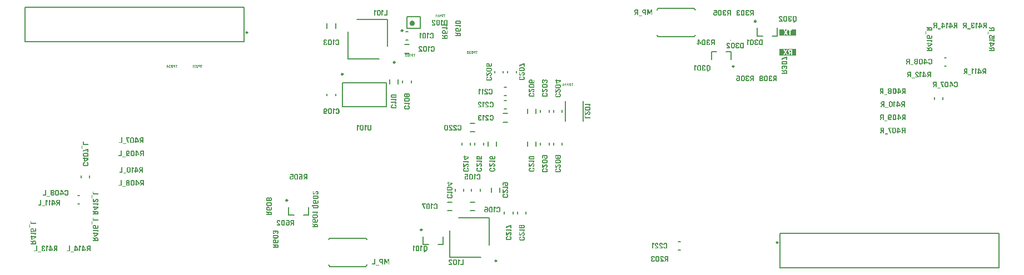
<source format=gbo>
G04*
G04 #@! TF.GenerationSoftware,Altium Limited,Altium Designer,24.2.2 (26)*
G04*
G04 Layer_Color=32896*
%FSLAX44Y44*%
%MOMM*%
G71*
G04*
G04 #@! TF.SameCoordinates,29065ECF-91ED-40A2-A03B-0633D3A06584*
G04*
G04*
G04 #@! TF.FilePolarity,Positive*
G04*
G01*
G75*
%ADD10C,0.2500*%
%ADD11C,0.2000*%
%ADD13C,0.1000*%
%ADD111C,0.4000*%
G36*
X1182500Y455000D02*
X1157500D01*
Y465000D01*
X1182500D01*
Y455000D01*
D02*
G37*
G36*
Y425000D02*
X1157500D01*
Y435000D01*
X1182500D01*
Y425000D01*
D02*
G37*
G36*
X264708Y410457D02*
X264791Y410429D01*
X264828Y410411D01*
X264856Y410401D01*
X264874Y410383D01*
X264883D01*
X265484Y410004D01*
X265521Y409985D01*
X265540Y409958D01*
X265577Y409902D01*
X265586Y409856D01*
Y409847D01*
Y409837D01*
Y409292D01*
X265577Y409246D01*
X265567Y409218D01*
X265540Y409200D01*
X265466D01*
X265457Y409209D01*
X265447D01*
X264791Y409579D01*
Y406343D01*
X264782Y406296D01*
X264772Y406259D01*
X264745Y406241D01*
X264717Y406222D01*
X264671Y406204D01*
X264079D01*
X264033Y406213D01*
X263996Y406222D01*
X263986Y406232D01*
X263977D01*
X263959Y406259D01*
X263950Y406296D01*
Y406333D01*
Y406343D01*
Y410337D01*
X263959Y410383D01*
X263968Y410420D01*
X263996Y410438D01*
X264014Y410457D01*
X264070Y410476D01*
X264625D01*
X264708Y410457D01*
D02*
G37*
G36*
X267962Y410466D02*
X268129Y410429D01*
X268267Y410392D01*
X268378Y410337D01*
X268471Y410290D01*
X268535Y410244D01*
X268582Y410207D01*
X268591Y410198D01*
X268683Y410087D01*
X268757Y409958D01*
X268804Y409828D01*
X268841Y409699D01*
X268859Y409579D01*
X268868Y409486D01*
X268878Y409449D01*
Y409422D01*
Y409412D01*
Y409403D01*
Y409218D01*
X268868Y409172D01*
X268859Y409135D01*
X268831Y409116D01*
X268804Y409098D01*
X268757Y409079D01*
X268175D01*
X268129Y409089D01*
X268092Y409098D01*
X268064Y409126D01*
X268045Y409153D01*
X268027Y409200D01*
Y409209D01*
Y409218D01*
Y409384D01*
Y409458D01*
X268018Y409523D01*
X267999Y409569D01*
X267981Y409616D01*
X267971Y409643D01*
X267953Y409662D01*
X267944Y409680D01*
X267907Y409708D01*
X267860Y409736D01*
X267768Y409763D01*
X267722Y409773D01*
X267250D01*
X267185Y409754D01*
X267130Y409745D01*
X267084Y409727D01*
X267047Y409708D01*
X267028Y409699D01*
X267010Y409680D01*
X266973Y409643D01*
X266954Y409597D01*
X266917Y409505D01*
Y409458D01*
X266908Y409422D01*
Y409394D01*
Y409384D01*
Y409079D01*
Y409005D01*
X266927Y408941D01*
X266936Y408885D01*
X266954Y408848D01*
X266973Y408811D01*
X266991Y408793D01*
X267001Y408783D01*
X267010Y408774D01*
X267047Y408746D01*
X267093Y408728D01*
X267204Y408700D01*
X267250D01*
X267287Y408691D01*
X267666D01*
X267712Y408682D01*
X267750Y408673D01*
X267768Y408645D01*
X267787Y408617D01*
X267805Y408571D01*
Y408552D01*
Y408543D01*
Y408146D01*
X267796Y408099D01*
X267787Y408062D01*
X267759Y408044D01*
X267731Y408025D01*
X267685Y408007D01*
X267250D01*
X267185Y407988D01*
X267130Y407979D01*
X267084Y407961D01*
X267047Y407942D01*
X267028Y407933D01*
X267010Y407914D01*
X266973Y407877D01*
X266954Y407831D01*
X266917Y407729D01*
Y407692D01*
X266908Y407655D01*
Y407628D01*
Y407619D01*
Y407295D01*
Y407221D01*
X266927Y407156D01*
X266936Y407101D01*
X266954Y407064D01*
X266973Y407027D01*
X266991Y407008D01*
X267001Y406999D01*
X267010Y406990D01*
X267047Y406962D01*
X267093Y406944D01*
X267204Y406916D01*
X267250D01*
X267287Y406907D01*
X267722D01*
X267787Y406916D01*
X267833Y406934D01*
X267879Y406953D01*
X267907Y406962D01*
X267925Y406981D01*
X267944Y406990D01*
X267971Y407027D01*
X267990Y407073D01*
X268018Y407175D01*
Y407221D01*
X268027Y407258D01*
Y407286D01*
Y407295D01*
Y407461D01*
X268036Y407508D01*
X268045Y407545D01*
X268073Y407572D01*
X268101Y407591D01*
X268147Y407609D01*
X268739D01*
X268785Y407600D01*
X268822Y407591D01*
X268841Y407563D01*
X268859Y407535D01*
X268878Y407489D01*
Y407471D01*
Y407461D01*
Y407276D01*
X268868Y407092D01*
X268831Y406934D01*
X268785Y406796D01*
X268729Y406685D01*
X268683Y406592D01*
X268637Y406537D01*
X268600Y406491D01*
X268591Y406481D01*
X268471Y406389D01*
X268341Y406324D01*
X268212Y406269D01*
X268073Y406241D01*
X267962Y406222D01*
X267860Y406213D01*
X267824Y406204D01*
X267185D01*
X267001Y406213D01*
X266834Y406250D01*
X266695Y406296D01*
X266585Y406343D01*
X266492Y406398D01*
X266427Y406435D01*
X266381Y406472D01*
X266372Y406481D01*
X266280Y406592D01*
X266206Y406722D01*
X266159Y406851D01*
X266122Y406981D01*
X266104Y407101D01*
X266085Y407193D01*
Y407230D01*
Y407258D01*
Y407267D01*
Y407276D01*
Y407619D01*
X266094Y407729D01*
X266104Y407822D01*
X266131Y407914D01*
X266168Y407988D01*
X266206Y408053D01*
X266252Y408118D01*
X266344Y408210D01*
X266446Y408275D01*
X266529Y408312D01*
X266566Y408321D01*
X266594Y408330D01*
X266603Y408340D01*
X266612D01*
X266520Y408377D01*
X266437Y408423D01*
X266372Y408469D01*
X266307Y408525D01*
X266252Y408580D01*
X266215Y408645D01*
X266150Y408765D01*
X266113Y408885D01*
X266094Y408978D01*
X266085Y409015D01*
Y409042D01*
Y409061D01*
Y409070D01*
Y409403D01*
X266094Y409588D01*
X266131Y409745D01*
X266178Y409884D01*
X266224Y409995D01*
X266280Y410087D01*
X266326Y410143D01*
X266363Y410189D01*
X266372Y410198D01*
X266492Y410290D01*
X266621Y410355D01*
X266751Y410411D01*
X266890Y410438D01*
X267001Y410457D01*
X267102Y410476D01*
X267777D01*
X267962Y410466D01*
D02*
G37*
G36*
X271207D02*
X271374Y410429D01*
X271513Y410392D01*
X271623Y410337D01*
X271716Y410290D01*
X271781Y410244D01*
X271827Y410207D01*
X271836Y410198D01*
X271929Y410087D01*
X272003Y409958D01*
X272049Y409828D01*
X272086Y409699D01*
X272104Y409579D01*
X272113Y409486D01*
X272123Y409449D01*
Y409422D01*
Y409412D01*
Y409403D01*
Y409172D01*
X272113Y409126D01*
X272095Y409089D01*
X272076Y409070D01*
X272049Y409052D01*
X271993Y409033D01*
X271411D01*
X271364Y409042D01*
X271327Y409052D01*
X271309Y409079D01*
X271291Y409107D01*
X271272Y409153D01*
Y409163D01*
Y409172D01*
Y409384D01*
Y409458D01*
X271263Y409523D01*
X271244Y409569D01*
X271226Y409616D01*
X271217Y409643D01*
X271198Y409662D01*
X271189Y409680D01*
X271152Y409708D01*
X271106Y409736D01*
X271004Y409763D01*
X270958Y409773D01*
X270579D01*
X270514Y409754D01*
X270459Y409745D01*
X270412Y409727D01*
X270375Y409708D01*
X270357Y409699D01*
X270338Y409680D01*
X270301Y409643D01*
X270283Y409597D01*
X270246Y409505D01*
Y409458D01*
X270237Y409422D01*
Y409394D01*
Y409384D01*
Y409190D01*
X270246Y409089D01*
X270283Y408987D01*
X270329Y408895D01*
X270385Y408811D01*
X270449Y408746D01*
X270495Y408700D01*
X270532Y408663D01*
X270542Y408654D01*
X271762Y407619D01*
X271873Y407517D01*
X271956Y407406D01*
X272012Y407295D01*
X272049Y407193D01*
X272076Y407110D01*
X272086Y407036D01*
X272095Y406990D01*
Y406971D01*
Y406343D01*
X272086Y406296D01*
X272076Y406259D01*
X272049Y406241D01*
X272021Y406222D01*
X271975Y406204D01*
X269552D01*
X269506Y406213D01*
X269469Y406222D01*
X269451Y406250D01*
X269432Y406278D01*
X269414Y406324D01*
Y406333D01*
Y406343D01*
Y406805D01*
X269423Y406851D01*
X269432Y406888D01*
X269460Y406907D01*
X269478Y406925D01*
X269534Y406944D01*
X271143D01*
Y407055D01*
X271133Y407110D01*
X271106Y407165D01*
X271078Y407202D01*
X271069Y407212D01*
X269811Y408275D01*
X269737Y408340D01*
X269682Y408414D01*
X269580Y408552D01*
X269506Y408700D01*
X269460Y408830D01*
X269432Y408950D01*
X269423Y409052D01*
X269414Y409089D01*
Y409116D01*
Y409126D01*
Y409135D01*
Y409403D01*
X269423Y409588D01*
X269460Y409745D01*
X269506Y409884D01*
X269552Y409995D01*
X269608Y410087D01*
X269654Y410143D01*
X269691Y410189D01*
X269700Y410198D01*
X269820Y410290D01*
X269950Y410355D01*
X270079Y410411D01*
X270218Y410438D01*
X270329Y410457D01*
X270431Y410476D01*
X271022D01*
X271207Y410466D01*
D02*
G37*
G36*
X278715D02*
X278752Y410457D01*
X278770Y410429D01*
X278789Y410411D01*
X278807Y410355D01*
Y410346D01*
Y410337D01*
Y409884D01*
X278798Y409837D01*
X278789Y409800D01*
X278761Y409782D01*
X278733Y409763D01*
X278687Y409745D01*
X277910D01*
X277864Y409736D01*
X277846Y409708D01*
X277836Y409680D01*
Y409671D01*
Y406343D01*
X277827Y406296D01*
X277809Y406259D01*
X277790Y406241D01*
X277763Y406222D01*
X277707Y406204D01*
X277125D01*
X277078Y406213D01*
X277041Y406222D01*
X277023Y406250D01*
X277004Y406278D01*
X276986Y406324D01*
Y406333D01*
Y406343D01*
Y409671D01*
X276977Y409717D01*
X276949Y409736D01*
X276921Y409745D01*
X276154D01*
X276108Y409754D01*
X276070Y409763D01*
X276043Y409791D01*
X276024Y409819D01*
X276006Y409865D01*
Y409874D01*
Y409884D01*
Y410337D01*
X276015Y410383D01*
X276024Y410420D01*
X276052Y410438D01*
X276080Y410457D01*
X276126Y410476D01*
X278669D01*
X278715Y410466D01*
D02*
G37*
G36*
X275414D02*
X275451Y410457D01*
X275470Y410429D01*
X275488Y410411D01*
X275507Y410355D01*
Y410346D01*
Y410337D01*
Y406343D01*
X275497Y406296D01*
X275488Y406259D01*
X275460Y406241D01*
X275433Y406222D01*
X275386Y406204D01*
X274795D01*
X274748Y406213D01*
X274711Y406222D01*
X274693Y406250D01*
X274674Y406278D01*
X274656Y406324D01*
Y406333D01*
Y406343D01*
Y407600D01*
X274647Y407646D01*
X274619Y407665D01*
X274591Y407674D01*
X273741D01*
X273556Y407683D01*
X273399Y407720D01*
X273260Y407766D01*
X273140Y407813D01*
X273057Y407868D01*
X272992Y407905D01*
X272945Y407942D01*
X272936Y407951D01*
X272844Y408072D01*
X272770Y408201D01*
X272724Y408330D01*
X272687Y408460D01*
X272668Y408580D01*
X272650Y408673D01*
Y408709D01*
Y408737D01*
Y408746D01*
Y408756D01*
Y409394D01*
X272659Y409579D01*
X272696Y409736D01*
X272742Y409874D01*
X272788Y409985D01*
X272844Y410078D01*
X272890Y410133D01*
X272927Y410180D01*
X272936Y410189D01*
X273057Y410281D01*
X273186Y410355D01*
X273315Y410401D01*
X273445Y410438D01*
X273565Y410457D01*
X273657Y410476D01*
X275368D01*
X275414Y410466D01*
D02*
G37*
G36*
X229702Y410408D02*
X229869Y410371D01*
X230007Y410334D01*
X230118Y410279D01*
X230211Y410233D01*
X230275Y410186D01*
X230322Y410149D01*
X230331Y410140D01*
X230423Y410029D01*
X230497Y409900D01*
X230543Y409770D01*
X230581Y409641D01*
X230599Y409521D01*
X230608Y409428D01*
X230618Y409391D01*
Y409364D01*
Y409354D01*
Y409345D01*
Y409160D01*
X230608Y409114D01*
X230599Y409077D01*
X230571Y409058D01*
X230543Y409040D01*
X230497Y409021D01*
X229915D01*
X229869Y409031D01*
X229832Y409040D01*
X229804Y409068D01*
X229785Y409095D01*
X229767Y409142D01*
Y409151D01*
Y409160D01*
Y409327D01*
Y409400D01*
X229758Y409465D01*
X229739Y409511D01*
X229721Y409558D01*
X229711Y409585D01*
X229693Y409604D01*
X229684Y409622D01*
X229647Y409650D01*
X229601Y409678D01*
X229508Y409706D01*
X229462Y409715D01*
X228990D01*
X228925Y409696D01*
X228870Y409687D01*
X228824Y409669D01*
X228787Y409650D01*
X228768Y409641D01*
X228750Y409622D01*
X228713Y409585D01*
X228694Y409539D01*
X228657Y409447D01*
Y409400D01*
X228648Y409364D01*
Y409336D01*
Y409327D01*
Y409021D01*
Y408947D01*
X228667Y408883D01*
X228676Y408827D01*
X228694Y408790D01*
X228713Y408753D01*
X228731Y408735D01*
X228741Y408726D01*
X228750Y408716D01*
X228787Y408689D01*
X228833Y408670D01*
X228944Y408642D01*
X228990D01*
X229027Y408633D01*
X229406D01*
X229452Y408624D01*
X229489Y408615D01*
X229508Y408587D01*
X229527Y408559D01*
X229545Y408513D01*
Y408494D01*
Y408485D01*
Y408088D01*
X229536Y408041D01*
X229527Y408004D01*
X229499Y407986D01*
X229471Y407967D01*
X229425Y407949D01*
X228990D01*
X228925Y407930D01*
X228870Y407921D01*
X228824Y407903D01*
X228787Y407884D01*
X228768Y407875D01*
X228750Y407856D01*
X228713Y407820D01*
X228694Y407773D01*
X228657Y407672D01*
Y407635D01*
X228648Y407598D01*
Y407570D01*
Y407561D01*
Y407237D01*
Y407163D01*
X228667Y407098D01*
X228676Y407043D01*
X228694Y407006D01*
X228713Y406969D01*
X228731Y406950D01*
X228741Y406941D01*
X228750Y406932D01*
X228787Y406904D01*
X228833Y406886D01*
X228944Y406858D01*
X228990D01*
X229027Y406849D01*
X229462D01*
X229527Y406858D01*
X229573Y406876D01*
X229619Y406895D01*
X229647Y406904D01*
X229665Y406923D01*
X229684Y406932D01*
X229711Y406969D01*
X229730Y407015D01*
X229758Y407117D01*
Y407163D01*
X229767Y407200D01*
Y407228D01*
Y407237D01*
Y407403D01*
X229776Y407450D01*
X229785Y407487D01*
X229813Y407514D01*
X229841Y407533D01*
X229887Y407551D01*
X230479D01*
X230525Y407542D01*
X230562Y407533D01*
X230581Y407505D01*
X230599Y407477D01*
X230618Y407431D01*
Y407413D01*
Y407403D01*
Y407219D01*
X230608Y407034D01*
X230571Y406876D01*
X230525Y406738D01*
X230469Y406627D01*
X230423Y406534D01*
X230377Y406479D01*
X230340Y406433D01*
X230331Y406423D01*
X230211Y406331D01*
X230081Y406266D01*
X229952Y406211D01*
X229813Y406183D01*
X229702Y406165D01*
X229601Y406155D01*
X229564Y406146D01*
X228925D01*
X228741Y406155D01*
X228574Y406192D01*
X228435Y406239D01*
X228325Y406285D01*
X228232Y406340D01*
X228167Y406377D01*
X228121Y406414D01*
X228112Y406423D01*
X228020Y406534D01*
X227945Y406664D01*
X227899Y406793D01*
X227862Y406923D01*
X227844Y407043D01*
X227825Y407135D01*
Y407172D01*
Y407200D01*
Y407209D01*
Y407219D01*
Y407561D01*
X227834Y407672D01*
X227844Y407764D01*
X227871Y407856D01*
X227908Y407930D01*
X227945Y407995D01*
X227992Y408060D01*
X228084Y408152D01*
X228186Y408217D01*
X228269Y408254D01*
X228306Y408263D01*
X228334Y408273D01*
X228343Y408282D01*
X228352D01*
X228260Y408319D01*
X228177Y408365D01*
X228112Y408411D01*
X228047Y408467D01*
X227992Y408522D01*
X227955Y408587D01*
X227890Y408707D01*
X227853Y408827D01*
X227834Y408920D01*
X227825Y408957D01*
Y408984D01*
Y409003D01*
Y409012D01*
Y409345D01*
X227834Y409530D01*
X227871Y409687D01*
X227918Y409826D01*
X227964Y409937D01*
X228020Y410029D01*
X228066Y410085D01*
X228103Y410131D01*
X228112Y410140D01*
X228232Y410233D01*
X228361Y410297D01*
X228491Y410353D01*
X228630Y410381D01*
X228741Y410399D01*
X228842Y410418D01*
X229517D01*
X229702Y410408D01*
D02*
G37*
G36*
X232947D02*
X233114Y410371D01*
X233253Y410334D01*
X233363Y410279D01*
X233456Y410233D01*
X233521Y410186D01*
X233567Y410149D01*
X233576Y410140D01*
X233668Y410029D01*
X233743Y409900D01*
X233789Y409770D01*
X233826Y409641D01*
X233844Y409521D01*
X233853Y409428D01*
X233863Y409391D01*
Y409364D01*
Y409354D01*
Y409345D01*
Y409114D01*
X233853Y409068D01*
X233835Y409031D01*
X233816Y409012D01*
X233789Y408994D01*
X233733Y408975D01*
X233151D01*
X233104Y408984D01*
X233068Y408994D01*
X233049Y409021D01*
X233031Y409049D01*
X233012Y409095D01*
Y409105D01*
Y409114D01*
Y409327D01*
Y409400D01*
X233003Y409465D01*
X232984Y409511D01*
X232966Y409558D01*
X232957Y409585D01*
X232938Y409604D01*
X232929Y409622D01*
X232892Y409650D01*
X232846Y409678D01*
X232744Y409706D01*
X232698Y409715D01*
X232319D01*
X232254Y409696D01*
X232199Y409687D01*
X232152Y409669D01*
X232115Y409650D01*
X232097Y409641D01*
X232078Y409622D01*
X232041Y409585D01*
X232023Y409539D01*
X231986Y409447D01*
Y409400D01*
X231977Y409364D01*
Y409336D01*
Y409327D01*
Y409132D01*
X231986Y409031D01*
X232023Y408929D01*
X232069Y408837D01*
X232125Y408753D01*
X232189Y408689D01*
X232236Y408642D01*
X232272Y408605D01*
X232282Y408596D01*
X233502Y407561D01*
X233613Y407459D01*
X233696Y407348D01*
X233752Y407237D01*
X233789Y407135D01*
X233816Y407052D01*
X233826Y406978D01*
X233835Y406932D01*
Y406913D01*
Y406285D01*
X233826Y406239D01*
X233816Y406202D01*
X233789Y406183D01*
X233761Y406165D01*
X233715Y406146D01*
X231292D01*
X231246Y406155D01*
X231209Y406165D01*
X231191Y406192D01*
X231172Y406220D01*
X231154Y406266D01*
Y406275D01*
Y406285D01*
Y406747D01*
X231163Y406793D01*
X231172Y406830D01*
X231200Y406849D01*
X231218Y406867D01*
X231274Y406886D01*
X232883D01*
Y406997D01*
X232873Y407052D01*
X232846Y407108D01*
X232818Y407145D01*
X232809Y407154D01*
X231551Y408217D01*
X231477Y408282D01*
X231422Y408356D01*
X231320Y408494D01*
X231246Y408642D01*
X231200Y408772D01*
X231172Y408892D01*
X231163Y408994D01*
X231154Y409031D01*
Y409058D01*
Y409068D01*
Y409077D01*
Y409345D01*
X231163Y409530D01*
X231200Y409687D01*
X231246Y409826D01*
X231292Y409937D01*
X231348Y410029D01*
X231394Y410085D01*
X231431Y410131D01*
X231440Y410140D01*
X231560Y410233D01*
X231690Y410297D01*
X231819Y410353D01*
X231958Y410381D01*
X232069Y410399D01*
X232171Y410418D01*
X232763D01*
X232947Y410408D01*
D02*
G37*
G36*
X240455D02*
X240492Y410399D01*
X240510Y410371D01*
X240529Y410353D01*
X240547Y410297D01*
Y410288D01*
Y410279D01*
Y409826D01*
X240538Y409780D01*
X240529Y409743D01*
X240501Y409724D01*
X240473Y409706D01*
X240427Y409687D01*
X239650D01*
X239604Y409678D01*
X239586Y409650D01*
X239576Y409622D01*
Y409613D01*
Y406285D01*
X239567Y406239D01*
X239549Y406202D01*
X239530Y406183D01*
X239503Y406165D01*
X239447Y406146D01*
X238864D01*
X238818Y406155D01*
X238781Y406165D01*
X238763Y406192D01*
X238744Y406220D01*
X238726Y406266D01*
Y406275D01*
Y406285D01*
Y409613D01*
X238717Y409659D01*
X238689Y409678D01*
X238661Y409687D01*
X237894D01*
X237847Y409696D01*
X237810Y409706D01*
X237783Y409733D01*
X237764Y409761D01*
X237746Y409807D01*
Y409817D01*
Y409826D01*
Y410279D01*
X237755Y410325D01*
X237764Y410362D01*
X237792Y410381D01*
X237820Y410399D01*
X237866Y410418D01*
X240409D01*
X240455Y410408D01*
D02*
G37*
G36*
X237154D02*
X237191Y410399D01*
X237210Y410371D01*
X237228Y410353D01*
X237247Y410297D01*
Y410288D01*
Y410279D01*
Y406285D01*
X237237Y406239D01*
X237228Y406202D01*
X237200Y406183D01*
X237173Y406165D01*
X237126Y406146D01*
X236535D01*
X236488Y406155D01*
X236451Y406165D01*
X236433Y406192D01*
X236415Y406220D01*
X236396Y406266D01*
Y406275D01*
Y406285D01*
Y407542D01*
X236387Y407588D01*
X236359Y407607D01*
X236331Y407616D01*
X235481D01*
X235296Y407625D01*
X235139Y407662D01*
X235000Y407709D01*
X234880Y407755D01*
X234797Y407810D01*
X234732Y407847D01*
X234685Y407884D01*
X234676Y407893D01*
X234584Y408014D01*
X234510Y408143D01*
X234464Y408273D01*
X234427Y408402D01*
X234408Y408522D01*
X234390Y408615D01*
Y408652D01*
Y408679D01*
Y408689D01*
Y408698D01*
Y409336D01*
X234399Y409521D01*
X234436Y409678D01*
X234482Y409817D01*
X234528Y409927D01*
X234584Y410020D01*
X234630Y410075D01*
X234667Y410122D01*
X234676Y410131D01*
X234797Y410223D01*
X234926Y410297D01*
X235055Y410344D01*
X235185Y410381D01*
X235305Y410399D01*
X235397Y410418D01*
X237108D01*
X237154Y410408D01*
D02*
G37*
G36*
X225653D02*
X225699Y410399D01*
X225736Y410381D01*
X225745Y410371D01*
X225791Y410334D01*
X225828Y410279D01*
X225856Y410233D01*
X225865Y410223D01*
Y410214D01*
X227197Y407755D01*
X227234Y407653D01*
X227252Y407542D01*
X227261Y407496D01*
Y407459D01*
Y407431D01*
Y407422D01*
Y407163D01*
X227252Y407089D01*
X227224Y407034D01*
X227206Y406997D01*
X227197Y406987D01*
X227132Y406950D01*
X227076Y406932D01*
X227030Y406923D01*
X225366D01*
Y406285D01*
X225357Y406239D01*
X225338Y406202D01*
X225320Y406183D01*
X225292Y406165D01*
X225236Y406146D01*
X224700D01*
X224654Y406155D01*
X224617Y406165D01*
X224608Y406174D01*
X224599D01*
X224580Y406202D01*
X224571Y406239D01*
Y406275D01*
Y406285D01*
Y406923D01*
X224090D01*
X224044Y406932D01*
X224016Y406950D01*
X223979Y406997D01*
X223961Y407052D01*
Y407061D01*
Y407071D01*
Y407524D01*
X223970Y407570D01*
X223979Y407598D01*
X224025Y407635D01*
X224072Y407653D01*
X224571D01*
Y410177D01*
X224580Y410251D01*
X224608Y410307D01*
X224636Y410344D01*
X224645Y410353D01*
X224700Y410390D01*
X224756Y410408D01*
X224802Y410418D01*
X225579D01*
X225653Y410408D01*
D02*
G37*
G36*
X640806Y487117D02*
X640889Y487089D01*
X640926Y487071D01*
X640954Y487062D01*
X640973Y487043D01*
X640982D01*
X641583Y486664D01*
X641620Y486646D01*
X641638Y486618D01*
X641675Y486562D01*
X641684Y486516D01*
Y486507D01*
Y486498D01*
Y485952D01*
X641675Y485906D01*
X641666Y485878D01*
X641638Y485860D01*
X641564D01*
X641555Y485869D01*
X641546D01*
X640889Y486239D01*
Y483003D01*
X640880Y482957D01*
X640871Y482920D01*
X640843Y482901D01*
X640815Y482883D01*
X640769Y482864D01*
X640177D01*
X640131Y482873D01*
X640094Y482883D01*
X640085Y482892D01*
X640076D01*
X640057Y482920D01*
X640048Y482957D01*
Y482994D01*
Y483003D01*
Y486997D01*
X640057Y487043D01*
X640067Y487080D01*
X640094Y487099D01*
X640113Y487117D01*
X640168Y487136D01*
X640723D01*
X640806Y487117D01*
D02*
G37*
G36*
X635018D02*
X635102Y487089D01*
X635139Y487071D01*
X635166Y487062D01*
X635185Y487043D01*
X635194D01*
X635795Y486664D01*
X635832Y486646D01*
X635850Y486618D01*
X635887Y486562D01*
X635897Y486516D01*
Y486507D01*
Y486498D01*
Y485952D01*
X635887Y485906D01*
X635878Y485878D01*
X635850Y485860D01*
X635776D01*
X635767Y485869D01*
X635758D01*
X635102Y486239D01*
Y483003D01*
X635092Y482957D01*
X635083Y482920D01*
X635055Y482901D01*
X635028Y482883D01*
X634981Y482864D01*
X634390D01*
X634343Y482873D01*
X634306Y482883D01*
X634297Y482892D01*
X634288D01*
X634269Y482920D01*
X634260Y482957D01*
Y482994D01*
Y483003D01*
Y486997D01*
X634269Y487043D01*
X634279Y487080D01*
X634306Y487099D01*
X634325Y487117D01*
X634380Y487136D01*
X634935D01*
X635018Y487117D01*
D02*
G37*
G36*
X648147Y487126D02*
X648184Y487117D01*
X648203Y487089D01*
X648221Y487071D01*
X648240Y487015D01*
Y487006D01*
Y486997D01*
Y486544D01*
X648230Y486498D01*
X648221Y486461D01*
X648193Y486442D01*
X648166Y486424D01*
X648119Y486405D01*
X647343D01*
X647297Y486396D01*
X647278Y486368D01*
X647269Y486340D01*
Y486331D01*
Y483003D01*
X647260Y482957D01*
X647241Y482920D01*
X647223Y482901D01*
X647195Y482883D01*
X647139Y482864D01*
X646557D01*
X646511Y482873D01*
X646474Y482883D01*
X646455Y482910D01*
X646437Y482938D01*
X646418Y482984D01*
Y482994D01*
Y483003D01*
Y486331D01*
X646409Y486377D01*
X646381Y486396D01*
X646354Y486405D01*
X645586D01*
X645540Y486414D01*
X645503Y486424D01*
X645475Y486451D01*
X645457Y486479D01*
X645438Y486525D01*
Y486535D01*
Y486544D01*
Y486997D01*
X645447Y487043D01*
X645457Y487080D01*
X645484Y487099D01*
X645512Y487117D01*
X645558Y487136D01*
X648101D01*
X648147Y487126D01*
D02*
G37*
G36*
X644846D02*
X644883Y487117D01*
X644902Y487089D01*
X644920Y487071D01*
X644939Y487015D01*
Y487006D01*
Y486997D01*
Y483003D01*
X644930Y482957D01*
X644920Y482920D01*
X644893Y482901D01*
X644865Y482883D01*
X644819Y482864D01*
X644227D01*
X644181Y482873D01*
X644144Y482883D01*
X644125Y482910D01*
X644107Y482938D01*
X644088Y482984D01*
Y482994D01*
Y483003D01*
Y484260D01*
X644079Y484306D01*
X644051Y484325D01*
X644024Y484334D01*
X643173D01*
X642988Y484343D01*
X642831Y484380D01*
X642692Y484427D01*
X642572Y484473D01*
X642489Y484528D01*
X642424Y484565D01*
X642378Y484602D01*
X642369Y484612D01*
X642276Y484732D01*
X642202Y484861D01*
X642156Y484991D01*
X642119Y485120D01*
X642101Y485240D01*
X642082Y485333D01*
Y485370D01*
Y485397D01*
Y485407D01*
Y485416D01*
Y486054D01*
X642091Y486239D01*
X642128Y486396D01*
X642175Y486535D01*
X642221Y486646D01*
X642276Y486738D01*
X642322Y486794D01*
X642359Y486840D01*
X642369Y486849D01*
X642489Y486941D01*
X642618Y487015D01*
X642748Y487062D01*
X642877Y487099D01*
X642997Y487117D01*
X643090Y487136D01*
X644800D01*
X644846Y487126D01*
D02*
G37*
G36*
X638356D02*
X638513Y487089D01*
X638652Y487052D01*
X638763Y486997D01*
X638855Y486951D01*
X638920Y486904D01*
X638966Y486867D01*
X638975Y486858D01*
X639068Y486747D01*
X639142Y486618D01*
X639188Y486479D01*
X639225Y486350D01*
X639244Y486239D01*
X639253Y486137D01*
X639262Y486100D01*
Y486082D01*
Y486063D01*
Y486054D01*
Y483946D01*
X639253Y483761D01*
X639216Y483595D01*
X639170Y483456D01*
X639114Y483345D01*
X639068Y483262D01*
X639022Y483197D01*
X638985Y483151D01*
X638975Y483142D01*
X638855Y483049D01*
X638726Y482984D01*
X638596Y482929D01*
X638467Y482901D01*
X638347Y482883D01*
X638254Y482873D01*
X638217Y482864D01*
X637505D01*
X637321Y482873D01*
X637154Y482910D01*
X637015Y482957D01*
X636904Y483003D01*
X636812Y483058D01*
X636747Y483095D01*
X636701Y483132D01*
X636692Y483142D01*
X636599Y483262D01*
X636525Y483391D01*
X636479Y483521D01*
X636442Y483650D01*
X636424Y483770D01*
X636405Y483863D01*
Y483900D01*
Y483927D01*
Y483937D01*
Y483946D01*
Y486054D01*
X636414Y486239D01*
X636451Y486396D01*
X636498Y486535D01*
X636544Y486646D01*
X636599Y486738D01*
X636646Y486794D01*
X636683Y486840D01*
X636692Y486849D01*
X636812Y486941D01*
X636941Y487015D01*
X637071Y487062D01*
X637210Y487099D01*
X637321Y487117D01*
X637422Y487136D01*
X638171D01*
X638356Y487126D01*
D02*
G37*
G36*
X595157Y427117D02*
X595240Y427090D01*
X595277Y427071D01*
X595305Y427062D01*
X595324Y427043D01*
X595333D01*
X595934Y426664D01*
X595971Y426646D01*
X595989Y426618D01*
X596026Y426562D01*
X596035Y426516D01*
Y426507D01*
Y426498D01*
Y425952D01*
X596026Y425906D01*
X596017Y425878D01*
X595989Y425860D01*
X595915D01*
X595906Y425869D01*
X595897D01*
X595240Y426239D01*
Y423003D01*
X595231Y422957D01*
X595222Y422920D01*
X595194Y422901D01*
X595166Y422883D01*
X595120Y422864D01*
X594529D01*
X594482Y422873D01*
X594445Y422883D01*
X594436Y422892D01*
X594427D01*
X594408Y422920D01*
X594399Y422957D01*
Y422994D01*
Y423003D01*
Y426997D01*
X594408Y427043D01*
X594417Y427080D01*
X594445Y427099D01*
X594464Y427117D01*
X594519Y427136D01*
X595074D01*
X595157Y427117D01*
D02*
G37*
G36*
X589203Y427127D02*
X589369Y427090D01*
X589508Y427052D01*
X589619Y426997D01*
X589711Y426951D01*
X589776Y426905D01*
X589823Y426868D01*
X589832Y426858D01*
X589924Y426747D01*
X589998Y426618D01*
X590044Y426488D01*
X590081Y426359D01*
X590100Y426239D01*
X590109Y426146D01*
X590118Y426110D01*
Y426082D01*
Y426073D01*
Y426063D01*
Y425832D01*
X590109Y425786D01*
X590091Y425749D01*
X590072Y425730D01*
X590044Y425712D01*
X589989Y425693D01*
X589406D01*
X589360Y425703D01*
X589323Y425712D01*
X589305Y425740D01*
X589286Y425767D01*
X589268Y425814D01*
Y425823D01*
Y425832D01*
Y426045D01*
Y426119D01*
X589258Y426183D01*
X589240Y426230D01*
X589221Y426276D01*
X589212Y426304D01*
X589194Y426322D01*
X589184Y426341D01*
X589147Y426368D01*
X589101Y426396D01*
X589000Y426424D01*
X588953Y426433D01*
X588574D01*
X588510Y426415D01*
X588454Y426405D01*
X588408Y426387D01*
X588371Y426368D01*
X588352Y426359D01*
X588334Y426341D01*
X588297Y426304D01*
X588279Y426257D01*
X588242Y426165D01*
Y426119D01*
X588232Y426082D01*
Y426054D01*
Y426045D01*
Y425851D01*
X588242Y425749D01*
X588279Y425647D01*
X588325Y425555D01*
X588380Y425471D01*
X588445Y425407D01*
X588491Y425361D01*
X588528Y425324D01*
X588537Y425314D01*
X589758Y424279D01*
X589869Y424177D01*
X589952Y424066D01*
X590007Y423955D01*
X590044Y423853D01*
X590072Y423770D01*
X590081Y423696D01*
X590091Y423650D01*
Y423632D01*
Y423003D01*
X590081Y422957D01*
X590072Y422920D01*
X590044Y422901D01*
X590017Y422883D01*
X589970Y422864D01*
X587548D01*
X587502Y422873D01*
X587465Y422883D01*
X587446Y422910D01*
X587428Y422938D01*
X587409Y422984D01*
Y422994D01*
Y423003D01*
Y423465D01*
X587419Y423511D01*
X587428Y423548D01*
X587456Y423567D01*
X587474Y423585D01*
X587530Y423604D01*
X589138D01*
Y423715D01*
X589129Y423770D01*
X589101Y423826D01*
X589074Y423863D01*
X589064Y423872D01*
X587807Y424935D01*
X587733Y425000D01*
X587677Y425074D01*
X587576Y425213D01*
X587502Y425361D01*
X587456Y425490D01*
X587428Y425610D01*
X587419Y425712D01*
X587409Y425749D01*
Y425777D01*
Y425786D01*
Y425795D01*
Y426063D01*
X587419Y426248D01*
X587456Y426405D01*
X587502Y426544D01*
X587548Y426655D01*
X587603Y426747D01*
X587650Y426803D01*
X587687Y426849D01*
X587696Y426858D01*
X587816Y426951D01*
X587946Y427015D01*
X588075Y427071D01*
X588214Y427099D01*
X588325Y427117D01*
X588426Y427136D01*
X589018D01*
X589203Y427127D01*
D02*
G37*
G36*
X602498D02*
X602535Y427117D01*
X602554Y427090D01*
X602572Y427071D01*
X602591Y427015D01*
Y427006D01*
Y426997D01*
Y426544D01*
X602581Y426498D01*
X602572Y426461D01*
X602544Y426442D01*
X602517Y426424D01*
X602470Y426405D01*
X601694D01*
X601648Y426396D01*
X601629Y426368D01*
X601620Y426341D01*
Y426331D01*
Y423003D01*
X601611Y422957D01*
X601592Y422920D01*
X601574Y422901D01*
X601546Y422883D01*
X601490Y422864D01*
X600908D01*
X600862Y422873D01*
X600825Y422883D01*
X600806Y422910D01*
X600788Y422938D01*
X600769Y422984D01*
Y422994D01*
Y423003D01*
Y426331D01*
X600760Y426378D01*
X600732Y426396D01*
X600704Y426405D01*
X599937D01*
X599891Y426415D01*
X599854Y426424D01*
X599826Y426451D01*
X599808Y426479D01*
X599789Y426525D01*
Y426535D01*
Y426544D01*
Y426997D01*
X599799Y427043D01*
X599808Y427080D01*
X599836Y427099D01*
X599863Y427117D01*
X599909Y427136D01*
X602452D01*
X602498Y427127D01*
D02*
G37*
G36*
X599198D02*
X599235Y427117D01*
X599253Y427090D01*
X599272Y427071D01*
X599290Y427015D01*
Y427006D01*
Y426997D01*
Y423003D01*
X599281Y422957D01*
X599272Y422920D01*
X599244Y422901D01*
X599216Y422883D01*
X599170Y422864D01*
X598578D01*
X598532Y422873D01*
X598495Y422883D01*
X598476Y422910D01*
X598458Y422938D01*
X598439Y422984D01*
Y422994D01*
Y423003D01*
Y424260D01*
X598430Y424307D01*
X598402Y424325D01*
X598375Y424334D01*
X597524D01*
X597339Y424344D01*
X597182Y424380D01*
X597043Y424427D01*
X596923Y424473D01*
X596840Y424529D01*
X596775Y424565D01*
X596729Y424602D01*
X596720Y424612D01*
X596627Y424732D01*
X596553Y424861D01*
X596507Y424991D01*
X596470Y425120D01*
X596452Y425240D01*
X596433Y425333D01*
Y425370D01*
Y425397D01*
Y425407D01*
Y425416D01*
Y426054D01*
X596442Y426239D01*
X596479Y426396D01*
X596525Y426535D01*
X596572Y426646D01*
X596627Y426738D01*
X596674Y426794D01*
X596710Y426840D01*
X596720Y426849D01*
X596840Y426942D01*
X596969Y427015D01*
X597099Y427062D01*
X597228Y427099D01*
X597348Y427117D01*
X597441Y427136D01*
X599151D01*
X599198Y427127D01*
D02*
G37*
G36*
X592707D02*
X592864Y427090D01*
X593003Y427052D01*
X593114Y426997D01*
X593206Y426951D01*
X593271Y426905D01*
X593317Y426868D01*
X593327Y426858D01*
X593419Y426747D01*
X593493Y426618D01*
X593539Y426479D01*
X593576Y426350D01*
X593595Y426239D01*
X593604Y426137D01*
X593613Y426100D01*
Y426082D01*
Y426063D01*
Y426054D01*
Y423946D01*
X593604Y423761D01*
X593567Y423595D01*
X593521Y423456D01*
X593465Y423345D01*
X593419Y423262D01*
X593373Y423197D01*
X593336Y423151D01*
X593327Y423142D01*
X593206Y423049D01*
X593077Y422984D01*
X592948Y422929D01*
X592818Y422901D01*
X592698Y422883D01*
X592605Y422873D01*
X592568Y422864D01*
X591856D01*
X591672Y422873D01*
X591505Y422910D01*
X591367Y422957D01*
X591255Y423003D01*
X591163Y423058D01*
X591098Y423095D01*
X591052Y423132D01*
X591043Y423142D01*
X590950Y423262D01*
X590877Y423391D01*
X590830Y423521D01*
X590793Y423650D01*
X590775Y423770D01*
X590756Y423863D01*
Y423900D01*
Y423927D01*
Y423937D01*
Y423946D01*
Y426054D01*
X590765Y426239D01*
X590802Y426396D01*
X590849Y426535D01*
X590895Y426646D01*
X590950Y426738D01*
X590997Y426794D01*
X591034Y426840D01*
X591043Y426849D01*
X591163Y426942D01*
X591292Y427015D01*
X591422Y427062D01*
X591561Y427099D01*
X591672Y427117D01*
X591773Y427136D01*
X592522D01*
X592707Y427127D01*
D02*
G37*
G36*
X686421Y431708D02*
X686587Y431671D01*
X686726Y431634D01*
X686837Y431578D01*
X686929Y431532D01*
X686994Y431486D01*
X687040Y431449D01*
X687049Y431440D01*
X687142Y431329D01*
X687216Y431199D01*
X687262Y431070D01*
X687299Y430940D01*
X687318Y430820D01*
X687327Y430728D01*
X687336Y430691D01*
Y430663D01*
Y430654D01*
Y430644D01*
Y430460D01*
X687327Y430413D01*
X687318Y430376D01*
X687290Y430358D01*
X687262Y430339D01*
X687216Y430321D01*
X686633D01*
X686587Y430330D01*
X686550Y430339D01*
X686523Y430367D01*
X686504Y430395D01*
X686486Y430441D01*
Y430450D01*
Y430460D01*
Y430626D01*
Y430700D01*
X686476Y430765D01*
X686458Y430811D01*
X686439Y430857D01*
X686430Y430885D01*
X686412Y430903D01*
X686402Y430922D01*
X686365Y430950D01*
X686319Y430977D01*
X686227Y431005D01*
X686180Y431014D01*
X685709D01*
X685644Y430996D01*
X685589Y430987D01*
X685542Y430968D01*
X685506Y430950D01*
X685487Y430940D01*
X685469Y430922D01*
X685432Y430885D01*
X685413Y430839D01*
X685376Y430746D01*
Y430700D01*
X685367Y430663D01*
Y430635D01*
Y430626D01*
Y430321D01*
Y430247D01*
X685385Y430182D01*
X685395Y430127D01*
X685413Y430090D01*
X685432Y430053D01*
X685450Y430034D01*
X685459Y430025D01*
X685469Y430016D01*
X685506Y429988D01*
X685552Y429969D01*
X685663Y429942D01*
X685709D01*
X685746Y429933D01*
X686125D01*
X686171Y429923D01*
X686208Y429914D01*
X686227Y429886D01*
X686245Y429859D01*
X686264Y429812D01*
Y429794D01*
Y429785D01*
Y429387D01*
X686254Y429341D01*
X686245Y429304D01*
X686217Y429285D01*
X686190Y429267D01*
X686143Y429248D01*
X685709D01*
X685644Y429230D01*
X685589Y429221D01*
X685542Y429202D01*
X685506Y429184D01*
X685487Y429174D01*
X685469Y429156D01*
X685432Y429119D01*
X685413Y429073D01*
X685376Y428971D01*
Y428934D01*
X685367Y428897D01*
Y428869D01*
Y428860D01*
Y428536D01*
Y428462D01*
X685385Y428398D01*
X685395Y428342D01*
X685413Y428305D01*
X685432Y428268D01*
X685450Y428250D01*
X685459Y428241D01*
X685469Y428231D01*
X685506Y428204D01*
X685552Y428185D01*
X685663Y428157D01*
X685709D01*
X685746Y428148D01*
X686180D01*
X686245Y428157D01*
X686291Y428176D01*
X686338Y428194D01*
X686365Y428204D01*
X686384Y428222D01*
X686402Y428231D01*
X686430Y428268D01*
X686449Y428315D01*
X686476Y428416D01*
Y428462D01*
X686486Y428499D01*
Y428527D01*
Y428536D01*
Y428703D01*
X686495Y428749D01*
X686504Y428786D01*
X686532Y428814D01*
X686560Y428832D01*
X686606Y428851D01*
X687197D01*
X687244Y428842D01*
X687281Y428832D01*
X687299Y428805D01*
X687318Y428777D01*
X687336Y428731D01*
Y428712D01*
Y428703D01*
Y428518D01*
X687327Y428333D01*
X687290Y428176D01*
X687244Y428037D01*
X687188Y427926D01*
X687142Y427834D01*
X687096Y427778D01*
X687059Y427732D01*
X687049Y427723D01*
X686929Y427630D01*
X686800Y427566D01*
X686670Y427510D01*
X686532Y427482D01*
X686421Y427464D01*
X686319Y427455D01*
X686282Y427445D01*
X685644D01*
X685459Y427455D01*
X685293Y427492D01*
X685154Y427538D01*
X685043Y427584D01*
X684951Y427640D01*
X684886Y427677D01*
X684840Y427714D01*
X684830Y427723D01*
X684738Y427834D01*
X684664Y427963D01*
X684618Y428093D01*
X684581Y428222D01*
X684562Y428342D01*
X684544Y428435D01*
Y428472D01*
Y428499D01*
Y428509D01*
Y428518D01*
Y428860D01*
X684553Y428971D01*
X684562Y429063D01*
X684590Y429156D01*
X684627Y429230D01*
X684664Y429295D01*
X684710Y429359D01*
X684803Y429452D01*
X684904Y429516D01*
X684988Y429553D01*
X685025Y429563D01*
X685052Y429572D01*
X685062Y429581D01*
X685071D01*
X684978Y429618D01*
X684895Y429664D01*
X684830Y429711D01*
X684766Y429766D01*
X684710Y429822D01*
X684673Y429886D01*
X684609Y430006D01*
X684572Y430127D01*
X684553Y430219D01*
X684544Y430256D01*
Y430284D01*
Y430302D01*
Y430312D01*
Y430644D01*
X684553Y430829D01*
X684590Y430987D01*
X684636Y431125D01*
X684683Y431236D01*
X684738Y431329D01*
X684784Y431384D01*
X684821Y431430D01*
X684830Y431440D01*
X684951Y431532D01*
X685080Y431597D01*
X685210Y431652D01*
X685348Y431680D01*
X685459Y431698D01*
X685561Y431717D01*
X686236D01*
X686421Y431708D01*
D02*
G37*
G36*
X689666D02*
X689832Y431671D01*
X689971Y431634D01*
X690082Y431578D01*
X690174Y431532D01*
X690239Y431486D01*
X690285Y431449D01*
X690295Y431440D01*
X690387Y431329D01*
X690461Y431199D01*
X690507Y431070D01*
X690544Y430940D01*
X690563Y430820D01*
X690572Y430728D01*
X690581Y430691D01*
Y430663D01*
Y430654D01*
Y430644D01*
Y430413D01*
X690572Y430367D01*
X690554Y430330D01*
X690535Y430312D01*
X690507Y430293D01*
X690452Y430275D01*
X689869D01*
X689823Y430284D01*
X689786Y430293D01*
X689768Y430321D01*
X689749Y430349D01*
X689731Y430395D01*
Y430404D01*
Y430413D01*
Y430626D01*
Y430700D01*
X689722Y430765D01*
X689703Y430811D01*
X689685Y430857D01*
X689675Y430885D01*
X689657Y430903D01*
X689648Y430922D01*
X689611Y430950D01*
X689564Y430977D01*
X689463Y431005D01*
X689416Y431014D01*
X689037D01*
X688973Y430996D01*
X688917Y430987D01*
X688871Y430968D01*
X688834Y430950D01*
X688815Y430940D01*
X688797Y430922D01*
X688760Y430885D01*
X688741Y430839D01*
X688704Y430746D01*
Y430700D01*
X688695Y430663D01*
Y430635D01*
Y430626D01*
Y430432D01*
X688704Y430330D01*
X688741Y430228D01*
X688788Y430136D01*
X688843Y430053D01*
X688908Y429988D01*
X688954Y429942D01*
X688991Y429905D01*
X689000Y429896D01*
X690221Y428860D01*
X690332Y428758D01*
X690415Y428647D01*
X690470Y428536D01*
X690507Y428435D01*
X690535Y428352D01*
X690544Y428278D01*
X690554Y428231D01*
Y428213D01*
Y427584D01*
X690544Y427538D01*
X690535Y427501D01*
X690507Y427482D01*
X690480Y427464D01*
X690433Y427445D01*
X688011D01*
X687965Y427455D01*
X687928Y427464D01*
X687909Y427492D01*
X687891Y427519D01*
X687872Y427566D01*
Y427575D01*
Y427584D01*
Y428046D01*
X687882Y428093D01*
X687891Y428130D01*
X687919Y428148D01*
X687937Y428167D01*
X687992Y428185D01*
X689601D01*
Y428296D01*
X689592Y428352D01*
X689564Y428407D01*
X689537Y428444D01*
X689527Y428453D01*
X688270Y429516D01*
X688196Y429581D01*
X688140Y429655D01*
X688039Y429794D01*
X687965Y429942D01*
X687919Y430071D01*
X687891Y430191D01*
X687882Y430293D01*
X687872Y430330D01*
Y430358D01*
Y430367D01*
Y430376D01*
Y430644D01*
X687882Y430829D01*
X687919Y430987D01*
X687965Y431125D01*
X688011Y431236D01*
X688066Y431329D01*
X688113Y431384D01*
X688150Y431430D01*
X688159Y431440D01*
X688279Y431532D01*
X688409Y431597D01*
X688538Y431652D01*
X688677Y431680D01*
X688788Y431698D01*
X688889Y431717D01*
X689481D01*
X689666Y431708D01*
D02*
G37*
G36*
X683000D02*
X683166Y431671D01*
X683305Y431634D01*
X683416Y431578D01*
X683508Y431532D01*
X683573Y431486D01*
X683619Y431449D01*
X683629Y431440D01*
X683721Y431329D01*
X683795Y431199D01*
X683841Y431070D01*
X683878Y430940D01*
X683897Y430820D01*
X683906Y430728D01*
X683915Y430691D01*
Y430663D01*
Y430654D01*
Y430644D01*
Y430413D01*
X683906Y430367D01*
X683887Y430330D01*
X683869Y430312D01*
X683841Y430293D01*
X683786Y430275D01*
X683203D01*
X683157Y430284D01*
X683120Y430293D01*
X683102Y430321D01*
X683083Y430349D01*
X683065Y430395D01*
Y430404D01*
Y430413D01*
Y430626D01*
Y430700D01*
X683055Y430765D01*
X683037Y430811D01*
X683018Y430857D01*
X683009Y430885D01*
X682991Y430903D01*
X682981Y430922D01*
X682944Y430950D01*
X682898Y430977D01*
X682796Y431005D01*
X682750Y431014D01*
X682371D01*
X682307Y430996D01*
X682251Y430987D01*
X682205Y430968D01*
X682168Y430950D01*
X682149Y430940D01*
X682131Y430922D01*
X682094Y430885D01*
X682075Y430839D01*
X682038Y430746D01*
Y430700D01*
X682029Y430663D01*
Y430635D01*
Y430626D01*
Y430432D01*
X682038Y430330D01*
X682075Y430228D01*
X682122Y430136D01*
X682177Y430053D01*
X682242Y429988D01*
X682288Y429942D01*
X682325Y429905D01*
X682334Y429896D01*
X683555Y428860D01*
X683666Y428758D01*
X683749Y428647D01*
X683804Y428536D01*
X683841Y428435D01*
X683869Y428352D01*
X683878Y428278D01*
X683887Y428231D01*
Y428213D01*
Y427584D01*
X683878Y427538D01*
X683869Y427501D01*
X683841Y427482D01*
X683813Y427464D01*
X683767Y427445D01*
X681345D01*
X681299Y427455D01*
X681262Y427464D01*
X681243Y427492D01*
X681225Y427519D01*
X681206Y427566D01*
Y427575D01*
Y427584D01*
Y428046D01*
X681216Y428093D01*
X681225Y428130D01*
X681253Y428148D01*
X681271Y428167D01*
X681327Y428185D01*
X682935D01*
Y428296D01*
X682926Y428352D01*
X682898Y428407D01*
X682870Y428444D01*
X682861Y428453D01*
X681604Y429516D01*
X681530Y429581D01*
X681474Y429655D01*
X681373Y429794D01*
X681299Y429942D01*
X681253Y430071D01*
X681225Y430191D01*
X681216Y430293D01*
X681206Y430330D01*
Y430358D01*
Y430367D01*
Y430376D01*
Y430644D01*
X681216Y430829D01*
X681253Y430987D01*
X681299Y431125D01*
X681345Y431236D01*
X681400Y431329D01*
X681447Y431384D01*
X681484Y431430D01*
X681493Y431440D01*
X681613Y431532D01*
X681742Y431597D01*
X681872Y431652D01*
X682011Y431680D01*
X682122Y431698D01*
X682223Y431717D01*
X682815D01*
X683000Y431708D01*
D02*
G37*
G36*
X697173D02*
X697210Y431698D01*
X697229Y431671D01*
X697247Y431652D01*
X697266Y431597D01*
Y431587D01*
Y431578D01*
Y431125D01*
X697257Y431079D01*
X697247Y431042D01*
X697220Y431023D01*
X697192Y431005D01*
X697146Y430987D01*
X696369D01*
X696323Y430977D01*
X696304Y430950D01*
X696295Y430922D01*
Y430913D01*
Y427584D01*
X696286Y427538D01*
X696267Y427501D01*
X696249Y427482D01*
X696221Y427464D01*
X696166Y427445D01*
X695583D01*
X695537Y427455D01*
X695500Y427464D01*
X695481Y427492D01*
X695463Y427519D01*
X695444Y427566D01*
Y427575D01*
Y427584D01*
Y430913D01*
X695435Y430959D01*
X695407Y430977D01*
X695380Y430987D01*
X694612D01*
X694566Y430996D01*
X694529Y431005D01*
X694501Y431033D01*
X694483Y431060D01*
X694464Y431107D01*
Y431116D01*
Y431125D01*
Y431578D01*
X694474Y431624D01*
X694483Y431661D01*
X694511Y431680D01*
X694538Y431698D01*
X694585Y431717D01*
X697127D01*
X697173Y431708D01*
D02*
G37*
G36*
X693873D02*
X693910Y431698D01*
X693928Y431671D01*
X693947Y431652D01*
X693965Y431597D01*
Y431587D01*
Y431578D01*
Y427584D01*
X693956Y427538D01*
X693947Y427501D01*
X693919Y427482D01*
X693891Y427464D01*
X693845Y427445D01*
X693253D01*
X693207Y427455D01*
X693170Y427464D01*
X693152Y427492D01*
X693133Y427519D01*
X693115Y427566D01*
Y427575D01*
Y427584D01*
Y428842D01*
X693105Y428888D01*
X693078Y428906D01*
X693050Y428915D01*
X692199D01*
X692014Y428925D01*
X691857Y428962D01*
X691719Y429008D01*
X691598Y429054D01*
X691515Y429110D01*
X691450Y429147D01*
X691404Y429184D01*
X691395Y429193D01*
X691302Y429313D01*
X691228Y429442D01*
X691182Y429572D01*
X691145Y429701D01*
X691127Y429822D01*
X691108Y429914D01*
Y429951D01*
Y429979D01*
Y429988D01*
Y429997D01*
Y430635D01*
X691117Y430820D01*
X691154Y430977D01*
X691201Y431116D01*
X691247Y431227D01*
X691302Y431319D01*
X691349Y431375D01*
X691386Y431421D01*
X691395Y431430D01*
X691515Y431523D01*
X691645Y431597D01*
X691774Y431643D01*
X691903Y431680D01*
X692024Y431698D01*
X692116Y431717D01*
X693827D01*
X693873Y431708D01*
D02*
G37*
G36*
X643472Y479240D02*
X643639Y479185D01*
X643713Y479148D01*
X643768Y479129D01*
X643805Y479092D01*
X643824D01*
X645027Y478333D01*
X645101Y478296D01*
X645138Y478240D01*
X645212Y478129D01*
X645231Y478037D01*
Y478018D01*
Y478000D01*
Y476907D01*
X645212Y476815D01*
X645194Y476759D01*
X645138Y476722D01*
X644990D01*
X644972Y476741D01*
X644953D01*
X643639Y477481D01*
Y471000D01*
X643620Y470908D01*
X643602Y470834D01*
X643546Y470797D01*
X643490Y470760D01*
X643398Y470723D01*
X642213D01*
X642120Y470741D01*
X642046Y470760D01*
X642028Y470778D01*
X642009D01*
X641972Y470834D01*
X641954Y470908D01*
Y470982D01*
Y471000D01*
Y479000D01*
X641972Y479092D01*
X641991Y479166D01*
X642046Y479203D01*
X642083Y479240D01*
X642194Y479277D01*
X643305D01*
X643472Y479240D01*
D02*
G37*
G36*
X631547Y479259D02*
X631880Y479185D01*
X632158Y479111D01*
X632380Y479000D01*
X632566Y478907D01*
X632695Y478814D01*
X632788Y478740D01*
X632806Y478722D01*
X632991Y478500D01*
X633140Y478240D01*
X633232Y477981D01*
X633306Y477722D01*
X633343Y477481D01*
X633362Y477296D01*
X633380Y477222D01*
Y477166D01*
Y477148D01*
Y477129D01*
Y476666D01*
X633362Y476574D01*
X633325Y476500D01*
X633288Y476463D01*
X633232Y476426D01*
X633121Y476389D01*
X631954D01*
X631862Y476407D01*
X631788Y476426D01*
X631751Y476481D01*
X631714Y476537D01*
X631677Y476629D01*
Y476648D01*
Y476666D01*
Y477092D01*
Y477240D01*
X631658Y477370D01*
X631621Y477463D01*
X631584Y477555D01*
X631566Y477611D01*
X631529Y477648D01*
X631510Y477685D01*
X631436Y477740D01*
X631343Y477796D01*
X631140Y477851D01*
X631047Y477870D01*
X630288D01*
X630158Y477833D01*
X630047Y477814D01*
X629955Y477777D01*
X629881Y477740D01*
X629844Y477722D01*
X629807Y477685D01*
X629733Y477611D01*
X629696Y477518D01*
X629621Y477333D01*
Y477240D01*
X629603Y477166D01*
Y477111D01*
Y477092D01*
Y476703D01*
X629621Y476500D01*
X629696Y476296D01*
X629788Y476111D01*
X629899Y475944D01*
X630029Y475815D01*
X630121Y475722D01*
X630195Y475648D01*
X630214Y475630D01*
X632658Y473556D01*
X632880Y473352D01*
X633047Y473130D01*
X633158Y472908D01*
X633232Y472704D01*
X633288Y472537D01*
X633306Y472389D01*
X633325Y472297D01*
Y472259D01*
Y471000D01*
X633306Y470908D01*
X633288Y470834D01*
X633232Y470797D01*
X633177Y470760D01*
X633084Y470723D01*
X628233D01*
X628140Y470741D01*
X628066Y470760D01*
X628029Y470815D01*
X627992Y470871D01*
X627955Y470963D01*
Y470982D01*
Y471000D01*
Y471926D01*
X627973Y472019D01*
X627992Y472093D01*
X628047Y472130D01*
X628084Y472167D01*
X628196Y472204D01*
X631418D01*
Y472426D01*
X631399Y472537D01*
X631343Y472648D01*
X631288Y472722D01*
X631269Y472741D01*
X628751Y474870D01*
X628603Y475000D01*
X628492Y475148D01*
X628288Y475426D01*
X628140Y475722D01*
X628047Y475981D01*
X627992Y476222D01*
X627973Y476426D01*
X627955Y476500D01*
Y476555D01*
Y476574D01*
Y476592D01*
Y477129D01*
X627973Y477500D01*
X628047Y477814D01*
X628140Y478092D01*
X628233Y478315D01*
X628344Y478500D01*
X628436Y478611D01*
X628510Y478703D01*
X628529Y478722D01*
X628770Y478907D01*
X629029Y479037D01*
X629288Y479148D01*
X629566Y479203D01*
X629788Y479240D01*
X629992Y479277D01*
X631177D01*
X631547Y479259D01*
D02*
G37*
G36*
X638565D02*
X638880Y479185D01*
X639157Y479111D01*
X639380Y479000D01*
X639565Y478907D01*
X639695Y478814D01*
X639787Y478740D01*
X639806Y478722D01*
X639991Y478500D01*
X640139Y478240D01*
X640231Y477963D01*
X640305Y477703D01*
X640342Y477481D01*
X640361Y477277D01*
X640380Y477203D01*
Y477166D01*
Y477129D01*
Y477111D01*
Y472889D01*
X640361Y472519D01*
X640287Y472186D01*
X640194Y471908D01*
X640083Y471685D01*
X639991Y471519D01*
X639898Y471389D01*
X639824Y471297D01*
X639806Y471278D01*
X639565Y471093D01*
X639306Y470963D01*
X639046Y470852D01*
X638787Y470797D01*
X638546Y470760D01*
X638361Y470741D01*
X638287Y470723D01*
X636861D01*
X636491Y470741D01*
X636158Y470815D01*
X635880Y470908D01*
X635658Y471000D01*
X635473Y471111D01*
X635343Y471186D01*
X635251Y471260D01*
X635232Y471278D01*
X635047Y471519D01*
X634899Y471778D01*
X634806Y472037D01*
X634732Y472297D01*
X634695Y472537D01*
X634658Y472722D01*
Y472797D01*
Y472852D01*
Y472871D01*
Y472889D01*
Y477111D01*
X634677Y477481D01*
X634751Y477796D01*
X634843Y478074D01*
X634936Y478296D01*
X635047Y478481D01*
X635139Y478592D01*
X635213Y478685D01*
X635232Y478703D01*
X635473Y478889D01*
X635732Y479037D01*
X635991Y479129D01*
X636269Y479203D01*
X636491Y479240D01*
X636695Y479277D01*
X638195D01*
X638565Y479259D01*
D02*
G37*
G36*
X651860D02*
X651934Y479240D01*
X651971Y479185D01*
X652008Y479148D01*
X652045Y479037D01*
Y479018D01*
Y479000D01*
Y472022D01*
X652098Y472009D01*
X652135Y471953D01*
X652172Y471916D01*
X652209Y471805D01*
Y470694D01*
X652172Y470528D01*
X652117Y470361D01*
X652080Y470287D01*
X652061Y470231D01*
X652024Y470194D01*
Y470176D01*
X651265Y468972D01*
X651228Y468898D01*
X651172Y468861D01*
X651061Y468787D01*
X650969Y468769D01*
X650950D01*
X650932D01*
X649839D01*
X649746Y468787D01*
X649691Y468806D01*
X649654Y468861D01*
Y469009D01*
X649672Y469028D01*
Y469046D01*
X650413Y470361D01*
X643932D01*
X643840Y470379D01*
X643766Y470398D01*
X643729Y470453D01*
X643692Y470509D01*
X643654Y470602D01*
Y471787D01*
X643673Y471879D01*
X643692Y471953D01*
X643710Y471972D01*
Y471990D01*
X643766Y472028D01*
X643840Y472046D01*
X643914D01*
X643932D01*
X646413D01*
X646342Y472297D01*
X646305Y472537D01*
X646268Y472722D01*
Y472797D01*
Y472852D01*
Y472871D01*
Y472889D01*
Y477111D01*
X646286Y477481D01*
X646360Y477796D01*
X646453Y478074D01*
X646564Y478296D01*
X646675Y478481D01*
X646768Y478592D01*
X646842Y478685D01*
X646860Y478703D01*
X647101Y478889D01*
X647360Y479037D01*
X647620Y479129D01*
X647879Y479203D01*
X648120Y479240D01*
X648305Y479277D01*
X651767D01*
X651860Y479259D01*
D02*
G37*
G36*
X652024Y467584D02*
X652098Y467565D01*
X652135Y467509D01*
X652172Y467472D01*
X652209Y467361D01*
Y466250D01*
X652172Y466084D01*
X652117Y465917D01*
X652080Y465843D01*
X652061Y465787D01*
X652024Y465750D01*
Y465732D01*
X651265Y464528D01*
X651228Y464454D01*
X651172Y464417D01*
X651061Y464343D01*
X650969Y464324D01*
X650950D01*
X650932D01*
X649839D01*
X649746Y464343D01*
X649691Y464362D01*
X649654Y464417D01*
Y464565D01*
X649672Y464584D01*
Y464602D01*
X650413Y465917D01*
X643932D01*
X643840Y465936D01*
X643766Y465954D01*
X643729Y466010D01*
X643692Y466065D01*
X643654Y466158D01*
Y467343D01*
X643673Y467435D01*
X643692Y467509D01*
X643710Y467528D01*
Y467546D01*
X643766Y467584D01*
X643840Y467602D01*
X643914D01*
X643932D01*
X651932D01*
X652024Y467584D01*
D02*
G37*
G36*
X647265Y463399D02*
X647599Y463325D01*
X647876Y463232D01*
X648099Y463139D01*
X648284Y463028D01*
X648395Y462936D01*
X648487Y462862D01*
X648506Y462843D01*
X648691Y462603D01*
X648839Y462343D01*
X648932Y462084D01*
X649006Y461806D01*
X649043Y461584D01*
X649080Y461380D01*
Y459399D01*
X649969D01*
X650117D01*
X650247Y459436D01*
X650339Y459455D01*
X650432Y459492D01*
X650487Y459529D01*
X650524Y459547D01*
X650561Y459584D01*
X650617Y459658D01*
X650672Y459751D01*
X650728Y459955D01*
X650746Y460047D01*
Y462640D01*
X650765Y462732D01*
X650783Y462806D01*
X650839Y462843D01*
X650894Y462880D01*
X650987Y462917D01*
X651006D01*
X651024D01*
X651932D01*
X652024Y462899D01*
X652098Y462880D01*
X652135Y462825D01*
X652172Y462788D01*
X652209Y462677D01*
Y459918D01*
X652191Y459547D01*
X652117Y459214D01*
X652043Y458936D01*
X651932Y458714D01*
X651839Y458529D01*
X651746Y458399D01*
X651672Y458307D01*
X651654Y458288D01*
X651432Y458103D01*
X651172Y457955D01*
X650894Y457862D01*
X650635Y457788D01*
X650413Y457751D01*
X650209Y457733D01*
X650135Y457714D01*
X650098D01*
X650061D01*
X650043D01*
X645821D01*
X645451Y457733D01*
X645117Y457807D01*
X644840Y457899D01*
X644617Y458010D01*
X644451Y458103D01*
X644321Y458196D01*
X644229Y458270D01*
X644210Y458288D01*
X644025Y458529D01*
X643895Y458788D01*
X643784Y459047D01*
X643729Y459325D01*
X643692Y459547D01*
X643673Y459751D01*
X643654Y459825D01*
Y461214D01*
X643673Y461584D01*
X643747Y461917D01*
X643840Y462195D01*
X643932Y462417D01*
X644043Y462603D01*
X644118Y462732D01*
X644192Y462825D01*
X644210Y462843D01*
X644432Y463028D01*
X644691Y463176D01*
X644969Y463269D01*
X645229Y463343D01*
X645451Y463380D01*
X645654Y463417D01*
X645728D01*
X645784D01*
X645803D01*
X645821D01*
X646895D01*
X647265Y463399D01*
D02*
G37*
G36*
X643951Y456492D02*
X643969D01*
X646932Y455066D01*
X646988D01*
X647099Y455270D01*
X647210Y455455D01*
X647358Y455622D01*
X647506Y455751D01*
X647673Y455863D01*
X647839Y455955D01*
X648173Y456103D01*
X648487Y456196D01*
X648617Y456214D01*
X648747Y456233D01*
X648839Y456251D01*
X648913D01*
X648969D01*
X648987D01*
X650024D01*
X650395Y456233D01*
X650728Y456159D01*
X651006Y456066D01*
X651228Y455955D01*
X651413Y455844D01*
X651524Y455751D01*
X651617Y455677D01*
X651635Y455659D01*
X651820Y455418D01*
X651969Y455159D01*
X652061Y454900D01*
X652135Y454640D01*
X652172Y454400D01*
X652209Y454215D01*
Y450863D01*
X652191Y450770D01*
X652172Y450696D01*
X652117Y450659D01*
X652080Y450622D01*
X651969Y450585D01*
X651950D01*
X651932D01*
X643932D01*
X643840Y450604D01*
X643766Y450622D01*
X643729Y450678D01*
X643692Y450733D01*
X643654Y450826D01*
Y452011D01*
X643673Y452104D01*
X643692Y452178D01*
X643747Y452215D01*
X643803Y452252D01*
X643895Y452289D01*
X643914D01*
X643932D01*
X646654D01*
X646747Y452307D01*
X646784Y452363D01*
X646802Y452418D01*
Y453344D01*
X643932Y454677D01*
X643821Y454733D01*
X643747Y454789D01*
X643710Y454826D01*
X643692Y454844D01*
X643673Y454955D01*
X643654Y455066D01*
Y456270D01*
X643673Y456381D01*
X643710Y456455D01*
X643747Y456492D01*
X643821Y456511D01*
X643914D01*
X643951Y456492D01*
D02*
G37*
G36*
X670416Y478453D02*
X670731Y478379D01*
X671009Y478286D01*
X671231Y478194D01*
X671416Y478083D01*
X671527Y477990D01*
X671620Y477916D01*
X671638Y477897D01*
X671823Y477657D01*
X671972Y477397D01*
X672064Y477138D01*
X672138Y476860D01*
X672175Y476638D01*
X672212Y476435D01*
Y474935D01*
X672194Y474564D01*
X672120Y474250D01*
X672046Y473972D01*
X671935Y473750D01*
X671842Y473564D01*
X671749Y473435D01*
X671675Y473342D01*
X671657Y473324D01*
X671435Y473139D01*
X671175Y472990D01*
X670898Y472898D01*
X670638Y472824D01*
X670416Y472787D01*
X670212Y472768D01*
X670138Y472750D01*
X670101D01*
X670064D01*
X670046D01*
X665824D01*
X665454Y472768D01*
X665120Y472842D01*
X664843Y472935D01*
X664621Y473046D01*
X664454Y473139D01*
X664324Y473231D01*
X664232Y473305D01*
X664213Y473324D01*
X664028Y473564D01*
X663898Y473824D01*
X663787Y474083D01*
X663732Y474342D01*
X663695Y474583D01*
X663676Y474768D01*
X663658Y474842D01*
Y476268D01*
X663676Y476638D01*
X663750Y476972D01*
X663843Y477249D01*
X663935Y477472D01*
X664046Y477657D01*
X664120Y477786D01*
X664195Y477879D01*
X664213Y477897D01*
X664454Y478083D01*
X664713Y478231D01*
X664972Y478323D01*
X665231Y478397D01*
X665472Y478434D01*
X665657Y478471D01*
X665732D01*
X665787D01*
X665806D01*
X665824D01*
X670046D01*
X670416Y478453D01*
D02*
G37*
G36*
X672027Y471157D02*
X672101Y471139D01*
X672138Y471083D01*
X672175Y471046D01*
X672212Y470935D01*
Y469824D01*
X672175Y469658D01*
X672120Y469491D01*
X672083Y469417D01*
X672064Y469361D01*
X672027Y469324D01*
Y469306D01*
X671268Y468102D01*
X671231Y468028D01*
X671175Y467991D01*
X671064Y467917D01*
X670972Y467898D01*
X670953D01*
X670935D01*
X669842D01*
X669750Y467917D01*
X669694Y467935D01*
X669657Y467991D01*
Y468139D01*
X669676Y468158D01*
Y468176D01*
X670416Y469491D01*
X663935D01*
X663843Y469509D01*
X663769Y469528D01*
X663732Y469583D01*
X663695Y469639D01*
X663658Y469731D01*
Y470917D01*
X663676Y471009D01*
X663695Y471083D01*
X663713Y471102D01*
Y471120D01*
X663769Y471157D01*
X663843Y471176D01*
X663917D01*
X663935D01*
X671935D01*
X672027Y471157D01*
D02*
G37*
G36*
X667268Y466973D02*
X667602Y466898D01*
X667879Y466806D01*
X668102Y466713D01*
X668287Y466602D01*
X668398Y466510D01*
X668490Y466436D01*
X668509Y466417D01*
X668694Y466176D01*
X668842Y465917D01*
X668935Y465658D01*
X669009Y465380D01*
X669046Y465158D01*
X669083Y464954D01*
Y462973D01*
X669972D01*
X670120D01*
X670249Y463010D01*
X670342Y463028D01*
X670435Y463065D01*
X670490Y463103D01*
X670527Y463121D01*
X670564Y463158D01*
X670620Y463232D01*
X670675Y463325D01*
X670731Y463529D01*
X670750Y463621D01*
Y466213D01*
X670768Y466306D01*
X670787Y466380D01*
X670842Y466417D01*
X670898Y466454D01*
X670990Y466491D01*
X671009D01*
X671027D01*
X671935D01*
X672027Y466473D01*
X672101Y466454D01*
X672138Y466399D01*
X672175Y466362D01*
X672212Y466250D01*
Y463491D01*
X672194Y463121D01*
X672120Y462788D01*
X672046Y462510D01*
X671935Y462288D01*
X671842Y462103D01*
X671749Y461973D01*
X671675Y461880D01*
X671657Y461862D01*
X671435Y461677D01*
X671175Y461529D01*
X670898Y461436D01*
X670638Y461362D01*
X670416Y461325D01*
X670212Y461306D01*
X670138Y461288D01*
X670101D01*
X670064D01*
X670046D01*
X665824D01*
X665454Y461306D01*
X665120Y461381D01*
X664843Y461473D01*
X664621Y461584D01*
X664454Y461677D01*
X664324Y461769D01*
X664232Y461843D01*
X664213Y461862D01*
X664028Y462103D01*
X663898Y462362D01*
X663787Y462621D01*
X663732Y462899D01*
X663695Y463121D01*
X663676Y463325D01*
X663658Y463399D01*
Y464788D01*
X663676Y465158D01*
X663750Y465491D01*
X663843Y465769D01*
X663935Y465991D01*
X664046Y466176D01*
X664120Y466306D01*
X664195Y466399D01*
X664213Y466417D01*
X664435Y466602D01*
X664695Y466750D01*
X664972Y466843D01*
X665231Y466917D01*
X665454Y466954D01*
X665657Y466991D01*
X665732D01*
X665787D01*
X665806D01*
X665824D01*
X666898D01*
X667268Y466973D01*
D02*
G37*
G36*
X663954Y460066D02*
X663972D01*
X666935Y458640D01*
X666991D01*
X667102Y458844D01*
X667213Y459029D01*
X667361Y459196D01*
X667509Y459325D01*
X667676Y459436D01*
X667842Y459529D01*
X668176Y459677D01*
X668490Y459770D01*
X668620Y459788D01*
X668750Y459807D01*
X668842Y459825D01*
X668916D01*
X668972D01*
X668990D01*
X670027D01*
X670398Y459807D01*
X670731Y459733D01*
X671009Y459640D01*
X671231Y459529D01*
X671416Y459418D01*
X671527Y459325D01*
X671620Y459251D01*
X671638Y459233D01*
X671823Y458992D01*
X671972Y458733D01*
X672064Y458473D01*
X672138Y458214D01*
X672175Y457974D01*
X672212Y457788D01*
Y454437D01*
X672194Y454344D01*
X672175Y454270D01*
X672120Y454233D01*
X672083Y454196D01*
X671972Y454159D01*
X671953D01*
X671935D01*
X663935D01*
X663843Y454178D01*
X663769Y454196D01*
X663732Y454252D01*
X663695Y454307D01*
X663658Y454400D01*
Y455585D01*
X663676Y455677D01*
X663695Y455751D01*
X663750Y455788D01*
X663806Y455826D01*
X663898Y455863D01*
X663917D01*
X663935D01*
X666657D01*
X666750Y455881D01*
X666787Y455937D01*
X666805Y455992D01*
Y456918D01*
X663935Y458251D01*
X663824Y458307D01*
X663750Y458362D01*
X663713Y458399D01*
X663695Y458418D01*
X663676Y458529D01*
X663658Y458640D01*
Y459844D01*
X663676Y459955D01*
X663713Y460029D01*
X663750Y460066D01*
X663824Y460084D01*
X663917D01*
X663954Y460066D01*
D02*
G37*
G36*
X835490Y382127D02*
X835656Y382090D01*
X835795Y382052D01*
X835906Y381997D01*
X835999Y381951D01*
X836063Y381905D01*
X836109Y381868D01*
X836119Y381858D01*
X836211Y381747D01*
X836285Y381618D01*
X836331Y381488D01*
X836368Y381359D01*
X836387Y381239D01*
X836396Y381147D01*
X836405Y381110D01*
Y381082D01*
Y381073D01*
Y381063D01*
Y380832D01*
X836396Y380786D01*
X836378Y380749D01*
X836359Y380730D01*
X836331Y380712D01*
X836276Y380693D01*
X835693D01*
X835647Y380703D01*
X835610Y380712D01*
X835592Y380740D01*
X835573Y380767D01*
X835555Y380814D01*
Y380823D01*
Y380832D01*
Y381045D01*
Y381119D01*
X835546Y381183D01*
X835527Y381230D01*
X835508Y381276D01*
X835499Y381304D01*
X835481Y381322D01*
X835471Y381341D01*
X835434Y381368D01*
X835388Y381396D01*
X835287Y381424D01*
X835240Y381433D01*
X834861D01*
X834797Y381415D01*
X834741Y381405D01*
X834695Y381387D01*
X834658Y381368D01*
X834639Y381359D01*
X834621Y381341D01*
X834584Y381304D01*
X834566Y381257D01*
X834529Y381165D01*
Y381119D01*
X834519Y381082D01*
Y381054D01*
Y381045D01*
Y380851D01*
X834529Y380749D01*
X834566Y380647D01*
X834612Y380555D01*
X834667Y380471D01*
X834732Y380407D01*
X834778Y380361D01*
X834815Y380324D01*
X834824Y380314D01*
X836045Y379279D01*
X836156Y379177D01*
X836239Y379066D01*
X836294Y378955D01*
X836331Y378853D01*
X836359Y378770D01*
X836368Y378696D01*
X836378Y378650D01*
Y378632D01*
Y378003D01*
X836368Y377957D01*
X836359Y377920D01*
X836331Y377901D01*
X836304Y377883D01*
X836257Y377864D01*
X833835D01*
X833789Y377873D01*
X833752Y377883D01*
X833733Y377910D01*
X833715Y377938D01*
X833696Y377985D01*
Y377994D01*
Y378003D01*
Y378465D01*
X833706Y378512D01*
X833715Y378548D01*
X833743Y378567D01*
X833761Y378585D01*
X833817Y378604D01*
X835425D01*
Y378715D01*
X835416Y378770D01*
X835388Y378826D01*
X835361Y378863D01*
X835351Y378872D01*
X834094Y379935D01*
X834020Y380000D01*
X833964Y380074D01*
X833863Y380213D01*
X833789Y380361D01*
X833743Y380490D01*
X833715Y380610D01*
X833706Y380712D01*
X833696Y380749D01*
Y380777D01*
Y380786D01*
Y380795D01*
Y381063D01*
X833706Y381248D01*
X833743Y381405D01*
X833789Y381544D01*
X833835Y381655D01*
X833891Y381747D01*
X833937Y381803D01*
X833974Y381849D01*
X833983Y381858D01*
X834103Y381951D01*
X834233Y382015D01*
X834362Y382071D01*
X834501Y382099D01*
X834612Y382117D01*
X834713Y382136D01*
X835305D01*
X835490Y382127D01*
D02*
G37*
G36*
X832208D02*
X832374Y382090D01*
X832513Y382052D01*
X832624Y381997D01*
X832716Y381951D01*
X832781Y381905D01*
X832827Y381868D01*
X832837Y381858D01*
X832929Y381747D01*
X833003Y381618D01*
X833049Y381488D01*
X833086Y381359D01*
X833105Y381239D01*
X833114Y381147D01*
X833123Y381110D01*
Y381082D01*
Y381073D01*
Y381063D01*
Y380832D01*
X833114Y380786D01*
X833095Y380749D01*
X833077Y380730D01*
X833049Y380712D01*
X832994Y380693D01*
X832411D01*
X832365Y380703D01*
X832328Y380712D01*
X832309Y380740D01*
X832291Y380767D01*
X832273Y380814D01*
Y380823D01*
Y380832D01*
Y381045D01*
Y381119D01*
X832263Y381183D01*
X832245Y381230D01*
X832226Y381276D01*
X832217Y381304D01*
X832199Y381322D01*
X832189Y381341D01*
X832152Y381368D01*
X832106Y381396D01*
X832004Y381424D01*
X831958Y381433D01*
X831579D01*
X831514Y381415D01*
X831459Y381405D01*
X831413Y381387D01*
X831376Y381368D01*
X831357Y381359D01*
X831339Y381341D01*
X831302Y381304D01*
X831283Y381257D01*
X831246Y381165D01*
Y381119D01*
X831237Y381082D01*
Y381054D01*
Y381045D01*
Y380851D01*
X831246Y380749D01*
X831283Y380647D01*
X831329Y380555D01*
X831385Y380471D01*
X831450Y380407D01*
X831496Y380361D01*
X831533Y380324D01*
X831542Y380314D01*
X832763Y379279D01*
X832874Y379177D01*
X832957Y379066D01*
X833012Y378955D01*
X833049Y378853D01*
X833077Y378770D01*
X833086Y378696D01*
X833095Y378650D01*
Y378632D01*
Y378003D01*
X833086Y377957D01*
X833077Y377920D01*
X833049Y377901D01*
X833021Y377883D01*
X832975Y377864D01*
X830553D01*
X830507Y377873D01*
X830470Y377883D01*
X830451Y377910D01*
X830433Y377938D01*
X830414Y377985D01*
Y377994D01*
Y378003D01*
Y378465D01*
X830423Y378512D01*
X830433Y378548D01*
X830460Y378567D01*
X830479Y378585D01*
X830534Y378604D01*
X832143D01*
Y378715D01*
X832134Y378770D01*
X832106Y378826D01*
X832078Y378863D01*
X832069Y378872D01*
X830812Y379935D01*
X830738Y380000D01*
X830682Y380074D01*
X830581Y380213D01*
X830507Y380361D01*
X830460Y380490D01*
X830433Y380610D01*
X830423Y380712D01*
X830414Y380749D01*
Y380777D01*
Y380786D01*
Y380795D01*
Y381063D01*
X830423Y381248D01*
X830460Y381405D01*
X830507Y381544D01*
X830553Y381655D01*
X830608Y381747D01*
X830655Y381803D01*
X830692Y381849D01*
X830701Y381858D01*
X830821Y381951D01*
X830950Y382015D01*
X831080Y382071D01*
X831219Y382099D01*
X831329Y382117D01*
X831431Y382136D01*
X832023D01*
X832208Y382127D01*
D02*
G37*
G36*
X842998D02*
X843034Y382117D01*
X843053Y382090D01*
X843071Y382071D01*
X843090Y382015D01*
Y382006D01*
Y381997D01*
Y381544D01*
X843081Y381498D01*
X843071Y381461D01*
X843044Y381442D01*
X843016Y381424D01*
X842970Y381405D01*
X842193D01*
X842147Y381396D01*
X842128Y381368D01*
X842119Y381341D01*
Y381331D01*
Y378003D01*
X842110Y377957D01*
X842091Y377920D01*
X842073Y377901D01*
X842045Y377883D01*
X841990Y377864D01*
X841407D01*
X841361Y377873D01*
X841324Y377883D01*
X841305Y377910D01*
X841287Y377938D01*
X841268Y377985D01*
Y377994D01*
Y378003D01*
Y381331D01*
X841259Y381378D01*
X841232Y381396D01*
X841204Y381405D01*
X840436D01*
X840390Y381415D01*
X840353Y381424D01*
X840325Y381452D01*
X840307Y381479D01*
X840288Y381525D01*
Y381535D01*
Y381544D01*
Y381997D01*
X840298Y382043D01*
X840307Y382080D01*
X840335Y382099D01*
X840362Y382117D01*
X840409Y382136D01*
X842951D01*
X842998Y382127D01*
D02*
G37*
G36*
X839697D02*
X839734Y382117D01*
X839752Y382090D01*
X839771Y382071D01*
X839789Y382015D01*
Y382006D01*
Y381997D01*
Y378003D01*
X839780Y377957D01*
X839771Y377920D01*
X839743Y377901D01*
X839715Y377883D01*
X839669Y377864D01*
X839077D01*
X839031Y377873D01*
X838994Y377883D01*
X838976Y377910D01*
X838957Y377938D01*
X838939Y377985D01*
Y377994D01*
Y378003D01*
Y379260D01*
X838929Y379307D01*
X838902Y379325D01*
X838874Y379334D01*
X838023D01*
X837838Y379344D01*
X837681Y379380D01*
X837542Y379427D01*
X837422Y379473D01*
X837339Y379529D01*
X837274Y379566D01*
X837228Y379602D01*
X837219Y379612D01*
X837126Y379732D01*
X837053Y379861D01*
X837006Y379991D01*
X836969Y380120D01*
X836951Y380240D01*
X836932Y380333D01*
Y380370D01*
Y380398D01*
Y380407D01*
Y380416D01*
Y381054D01*
X836942Y381239D01*
X836979Y381396D01*
X837025Y381535D01*
X837071Y381646D01*
X837126Y381738D01*
X837173Y381794D01*
X837210Y381840D01*
X837219Y381849D01*
X837339Y381942D01*
X837469Y382015D01*
X837598Y382062D01*
X837728Y382099D01*
X837848Y382117D01*
X837940Y382136D01*
X839650D01*
X839697Y382127D01*
D02*
G37*
G36*
X828861D02*
X829018Y382090D01*
X829157Y382052D01*
X829268Y381997D01*
X829360Y381951D01*
X829425Y381905D01*
X829471Y381868D01*
X829480Y381858D01*
X829573Y381747D01*
X829647Y381618D01*
X829693Y381479D01*
X829730Y381350D01*
X829749Y381239D01*
X829758Y381137D01*
X829767Y381100D01*
Y381082D01*
Y381063D01*
Y381054D01*
Y378946D01*
X829758Y378761D01*
X829721Y378595D01*
X829675Y378456D01*
X829619Y378345D01*
X829573Y378262D01*
X829527Y378197D01*
X829490Y378151D01*
X829480Y378142D01*
X829360Y378049D01*
X829231Y377985D01*
X829101Y377929D01*
X828972Y377901D01*
X828852Y377883D01*
X828759Y377873D01*
X828722Y377864D01*
X828010D01*
X827825Y377873D01*
X827659Y377910D01*
X827520Y377957D01*
X827409Y378003D01*
X827317Y378058D01*
X827252Y378095D01*
X827206Y378132D01*
X827197Y378142D01*
X827104Y378262D01*
X827030Y378391D01*
X826984Y378521D01*
X826947Y378650D01*
X826929Y378770D01*
X826910Y378863D01*
Y378900D01*
Y378927D01*
Y378937D01*
Y378946D01*
Y381054D01*
X826919Y381239D01*
X826956Y381396D01*
X827003Y381535D01*
X827049Y381646D01*
X827104Y381738D01*
X827150Y381794D01*
X827188Y381840D01*
X827197Y381849D01*
X827317Y381942D01*
X827446Y382015D01*
X827576Y382062D01*
X827714Y382099D01*
X827825Y382117D01*
X827927Y382136D01*
X828676D01*
X828861Y382127D01*
D02*
G37*
G36*
X965640Y119259D02*
X965973Y119185D01*
X966251Y119111D01*
X966473Y119000D01*
X966658Y118907D01*
X966788Y118814D01*
X966880Y118740D01*
X966899Y118722D01*
X967084Y118500D01*
X967232Y118240D01*
X967325Y117981D01*
X967399Y117722D01*
X967436Y117481D01*
X967454Y117296D01*
X967473Y117222D01*
Y117167D01*
Y117148D01*
Y117129D01*
Y116759D01*
X967454Y116666D01*
X967436Y116593D01*
X967380Y116555D01*
X967325Y116518D01*
X967232Y116481D01*
X966066D01*
X965973Y116500D01*
X965899Y116518D01*
X965843Y116574D01*
X965806Y116629D01*
X965769Y116722D01*
Y116741D01*
Y116759D01*
Y117092D01*
Y117240D01*
X965751Y117370D01*
X965714Y117463D01*
X965677Y117555D01*
X965658Y117611D01*
X965621Y117648D01*
X965603Y117685D01*
X965529Y117740D01*
X965436Y117796D01*
X965251Y117852D01*
X965158Y117870D01*
X964214D01*
X964084Y117833D01*
X963973Y117815D01*
X963881Y117778D01*
X963807Y117740D01*
X963770Y117722D01*
X963733Y117685D01*
X963658Y117611D01*
X963621Y117518D01*
X963547Y117333D01*
Y117240D01*
X963529Y117167D01*
Y117111D01*
Y117092D01*
Y116481D01*
Y116333D01*
X963566Y116204D01*
X963584Y116093D01*
X963621Y116018D01*
X963658Y115944D01*
X963696Y115907D01*
X963714Y115889D01*
X963733Y115870D01*
X963807Y115815D01*
X963899Y115778D01*
X964121Y115722D01*
X964214D01*
X964288Y115704D01*
X965047D01*
X965140Y115685D01*
X965214Y115667D01*
X965251Y115611D01*
X965288Y115555D01*
X965325Y115463D01*
Y115426D01*
Y115407D01*
Y114611D01*
X965306Y114519D01*
X965288Y114445D01*
X965232Y114408D01*
X965177Y114370D01*
X965084Y114333D01*
X964214D01*
X964084Y114296D01*
X963973Y114278D01*
X963881Y114241D01*
X963807Y114204D01*
X963770Y114185D01*
X963733Y114148D01*
X963658Y114074D01*
X963621Y113982D01*
X963547Y113778D01*
Y113704D01*
X963529Y113630D01*
Y113574D01*
Y113556D01*
Y112908D01*
Y112760D01*
X963566Y112630D01*
X963584Y112519D01*
X963621Y112445D01*
X963658Y112371D01*
X963696Y112334D01*
X963714Y112315D01*
X963733Y112297D01*
X963807Y112241D01*
X963899Y112204D01*
X964121Y112149D01*
X964214D01*
X964288Y112130D01*
X965158D01*
X965288Y112149D01*
X965380Y112185D01*
X965473Y112222D01*
X965529Y112241D01*
X965566Y112278D01*
X965603Y112297D01*
X965658Y112371D01*
X965695Y112463D01*
X965751Y112667D01*
Y112760D01*
X965769Y112834D01*
Y112889D01*
Y112908D01*
Y113241D01*
X965788Y113334D01*
X965806Y113408D01*
X965862Y113463D01*
X965918Y113500D01*
X966010Y113537D01*
X967195D01*
X967288Y113519D01*
X967362Y113500D01*
X967399Y113445D01*
X967436Y113389D01*
X967473Y113296D01*
Y113259D01*
Y113241D01*
Y112871D01*
X967454Y112500D01*
X967380Y112185D01*
X967288Y111908D01*
X967177Y111686D01*
X967084Y111500D01*
X966991Y111389D01*
X966917Y111297D01*
X966899Y111278D01*
X966658Y111093D01*
X966399Y110963D01*
X966140Y110852D01*
X965862Y110797D01*
X965640Y110760D01*
X965436Y110741D01*
X965362Y110723D01*
X964084D01*
X963714Y110741D01*
X963381Y110815D01*
X963103Y110908D01*
X962881Y111000D01*
X962696Y111111D01*
X962566Y111186D01*
X962473Y111260D01*
X962455Y111278D01*
X962270Y111500D01*
X962122Y111760D01*
X962029Y112019D01*
X961955Y112278D01*
X961918Y112519D01*
X961881Y112704D01*
Y112778D01*
Y112834D01*
Y112852D01*
Y112871D01*
Y113556D01*
X961899Y113778D01*
X961918Y113963D01*
X961973Y114148D01*
X962048Y114296D01*
X962122Y114426D01*
X962214Y114556D01*
X962399Y114741D01*
X962603Y114870D01*
X962770Y114944D01*
X962844Y114963D01*
X962899Y114981D01*
X962918Y115000D01*
X962936D01*
X962751Y115074D01*
X962585Y115167D01*
X962455Y115259D01*
X962325Y115370D01*
X962214Y115482D01*
X962140Y115611D01*
X962010Y115852D01*
X961936Y116093D01*
X961899Y116278D01*
X961881Y116352D01*
Y116407D01*
Y116444D01*
Y116463D01*
Y117129D01*
X961899Y117500D01*
X961973Y117815D01*
X962066Y118092D01*
X962159Y118315D01*
X962270Y118500D01*
X962362Y118611D01*
X962436Y118703D01*
X962455Y118722D01*
X962696Y118907D01*
X962955Y119037D01*
X963214Y119148D01*
X963492Y119203D01*
X963714Y119240D01*
X963918Y119277D01*
X965269D01*
X965640Y119259D01*
D02*
G37*
G36*
X979286D02*
X979620Y119185D01*
X979898Y119111D01*
X980120Y119000D01*
X980305Y118907D01*
X980434Y118814D01*
X980527Y118740D01*
X980546Y118722D01*
X980731Y118500D01*
X980879Y118240D01*
X980972Y117981D01*
X981046Y117722D01*
X981083Y117481D01*
X981101Y117296D01*
X981120Y117222D01*
Y117167D01*
Y117148D01*
Y117129D01*
Y116666D01*
X981101Y116574D01*
X981064Y116500D01*
X981027Y116463D01*
X980972Y116426D01*
X980860Y116389D01*
X979694D01*
X979601Y116407D01*
X979527Y116426D01*
X979490Y116481D01*
X979453Y116537D01*
X979416Y116629D01*
Y116648D01*
Y116666D01*
Y117092D01*
Y117240D01*
X979398Y117370D01*
X979361Y117463D01*
X979324Y117555D01*
X979305Y117611D01*
X979268Y117648D01*
X979249Y117685D01*
X979175Y117740D01*
X979083Y117796D01*
X978879Y117852D01*
X978786Y117870D01*
X978027D01*
X977898Y117833D01*
X977787Y117815D01*
X977694Y117778D01*
X977620Y117740D01*
X977583Y117722D01*
X977546Y117685D01*
X977472Y117611D01*
X977435Y117518D01*
X977361Y117333D01*
Y117240D01*
X977342Y117167D01*
Y117111D01*
Y117092D01*
Y116704D01*
X977361Y116500D01*
X977435Y116296D01*
X977527Y116111D01*
X977638Y115944D01*
X977768Y115815D01*
X977861Y115722D01*
X977935Y115648D01*
X977953Y115630D01*
X980397Y113556D01*
X980620Y113352D01*
X980786Y113130D01*
X980897Y112908D01*
X980972Y112704D01*
X981027Y112537D01*
X981046Y112389D01*
X981064Y112297D01*
Y112260D01*
Y111000D01*
X981046Y110908D01*
X981027Y110834D01*
X980972Y110797D01*
X980916Y110760D01*
X980823Y110723D01*
X975972D01*
X975879Y110741D01*
X975805Y110760D01*
X975768Y110815D01*
X975731Y110871D01*
X975694Y110963D01*
Y110982D01*
Y111000D01*
Y111926D01*
X975713Y112019D01*
X975731Y112093D01*
X975787Y112130D01*
X975824Y112167D01*
X975935Y112204D01*
X979157D01*
Y112426D01*
X979138Y112537D01*
X979083Y112648D01*
X979027Y112723D01*
X979009Y112741D01*
X976490Y114870D01*
X976342Y115000D01*
X976231Y115148D01*
X976028Y115426D01*
X975879Y115722D01*
X975787Y115981D01*
X975731Y116222D01*
X975713Y116426D01*
X975694Y116500D01*
Y116555D01*
Y116574D01*
Y116593D01*
Y117129D01*
X975713Y117500D01*
X975787Y117815D01*
X975879Y118092D01*
X975972Y118315D01*
X976083Y118500D01*
X976176Y118611D01*
X976250Y118703D01*
X976268Y118722D01*
X976509Y118907D01*
X976768Y119037D01*
X977027Y119148D01*
X977305Y119203D01*
X977527Y119240D01*
X977731Y119277D01*
X978916D01*
X979286Y119259D01*
D02*
G37*
G36*
X987934D02*
X988008Y119240D01*
X988045Y119185D01*
X988082Y119148D01*
X988119Y119037D01*
Y119018D01*
Y119000D01*
Y111000D01*
X988100Y110908D01*
X988082Y110834D01*
X988026Y110797D01*
X987971Y110760D01*
X987878Y110723D01*
X986693D01*
X986600Y110741D01*
X986526Y110760D01*
X986489Y110815D01*
X986452Y110871D01*
X986415Y110963D01*
Y110982D01*
Y111000D01*
Y113722D01*
X986397Y113815D01*
X986341Y113852D01*
X986286Y113870D01*
X985360D01*
X984027Y111000D01*
X983971Y110889D01*
X983916Y110815D01*
X983879Y110778D01*
X983860Y110760D01*
X983749Y110741D01*
X983638Y110723D01*
X982434D01*
X982323Y110741D01*
X982249Y110778D01*
X982212Y110815D01*
X982194Y110889D01*
Y110982D01*
X982212Y111019D01*
Y111038D01*
X983638Y114000D01*
Y114056D01*
X983434Y114167D01*
X983249Y114278D01*
X983082Y114426D01*
X982953Y114574D01*
X982842Y114741D01*
X982749Y114907D01*
X982601Y115241D01*
X982508Y115555D01*
X982490Y115685D01*
X982471Y115815D01*
X982453Y115907D01*
Y115981D01*
Y116037D01*
Y116055D01*
Y117092D01*
X982471Y117463D01*
X982545Y117796D01*
X982638Y118074D01*
X982749Y118296D01*
X982860Y118481D01*
X982953Y118592D01*
X983027Y118685D01*
X983045Y118703D01*
X983286Y118889D01*
X983545Y119037D01*
X983804Y119129D01*
X984064Y119203D01*
X984305Y119240D01*
X984490Y119277D01*
X987841D01*
X987934Y119259D01*
D02*
G37*
G36*
X972583D02*
X972898Y119185D01*
X973176Y119111D01*
X973398Y119000D01*
X973583Y118907D01*
X973713Y118814D01*
X973805Y118740D01*
X973824Y118722D01*
X974009Y118500D01*
X974157Y118240D01*
X974250Y117963D01*
X974324Y117703D01*
X974361Y117481D01*
X974380Y117278D01*
X974398Y117204D01*
Y117167D01*
Y117129D01*
Y117111D01*
Y112889D01*
X974380Y112519D01*
X974305Y112185D01*
X974213Y111908D01*
X974102Y111686D01*
X974009Y111519D01*
X973917Y111389D01*
X973843Y111297D01*
X973824Y111278D01*
X973583Y111093D01*
X973324Y110963D01*
X973065Y110852D01*
X972806Y110797D01*
X972565Y110760D01*
X972380Y110741D01*
X972306Y110723D01*
X970880D01*
X970510Y110741D01*
X970176Y110815D01*
X969899Y110908D01*
X969676Y111000D01*
X969491Y111111D01*
X969362Y111186D01*
X969269Y111260D01*
X969250Y111278D01*
X969065Y111519D01*
X968917Y111778D01*
X968825Y112037D01*
X968751Y112297D01*
X968714Y112537D01*
X968676Y112723D01*
Y112796D01*
Y112852D01*
Y112871D01*
Y112889D01*
Y117111D01*
X968695Y117481D01*
X968769Y117796D01*
X968862Y118074D01*
X968954Y118296D01*
X969065Y118481D01*
X969158Y118592D01*
X969232Y118685D01*
X969250Y118703D01*
X969491Y118889D01*
X969750Y119037D01*
X970010Y119129D01*
X970287Y119203D01*
X970510Y119240D01*
X970713Y119277D01*
X972213D01*
X972583Y119259D01*
D02*
G37*
G36*
X964936Y139240D02*
X965103Y139185D01*
X965177Y139148D01*
X965232Y139129D01*
X965269Y139092D01*
X965288D01*
X966492Y138333D01*
X966566Y138296D01*
X966603Y138240D01*
X966677Y138129D01*
X966695Y138037D01*
Y138018D01*
Y138000D01*
Y136907D01*
X966677Y136815D01*
X966658Y136759D01*
X966603Y136722D01*
X966455D01*
X966436Y136741D01*
X966417D01*
X965103Y137481D01*
Y131000D01*
X965084Y130908D01*
X965066Y130834D01*
X965010Y130797D01*
X964955Y130760D01*
X964862Y130723D01*
X963677D01*
X963585Y130741D01*
X963510Y130760D01*
X963492Y130778D01*
X963473D01*
X963436Y130834D01*
X963418Y130908D01*
Y130982D01*
Y131000D01*
Y139000D01*
X963436Y139092D01*
X963455Y139166D01*
X963510Y139203D01*
X963548Y139240D01*
X963659Y139277D01*
X964770D01*
X964936Y139240D01*
D02*
G37*
G36*
X977750Y139259D02*
X978083Y139185D01*
X978361Y139111D01*
X978583Y139000D01*
X978768Y138907D01*
X978898Y138814D01*
X978990Y138740D01*
X979009Y138722D01*
X979194Y138500D01*
X979342Y138240D01*
X979435Y137981D01*
X979509Y137722D01*
X979546Y137481D01*
X979564Y137296D01*
X979583Y137222D01*
Y137167D01*
Y137148D01*
Y137129D01*
Y136666D01*
X979564Y136574D01*
X979527Y136500D01*
X979490Y136463D01*
X979435Y136426D01*
X979324Y136389D01*
X978157D01*
X978064Y136407D01*
X977990Y136426D01*
X977953Y136481D01*
X977916Y136537D01*
X977879Y136629D01*
Y136648D01*
Y136666D01*
Y137092D01*
Y137240D01*
X977861Y137370D01*
X977824Y137463D01*
X977787Y137555D01*
X977768Y137611D01*
X977731Y137648D01*
X977713Y137685D01*
X977639Y137740D01*
X977546Y137796D01*
X977342Y137852D01*
X977250Y137870D01*
X976491D01*
X976361Y137833D01*
X976250Y137815D01*
X976157Y137778D01*
X976083Y137740D01*
X976046Y137722D01*
X976009Y137685D01*
X975935Y137611D01*
X975898Y137518D01*
X975824Y137333D01*
Y137240D01*
X975805Y137167D01*
Y137111D01*
Y137092D01*
Y136704D01*
X975824Y136500D01*
X975898Y136296D01*
X975991Y136111D01*
X976102Y135944D01*
X976231Y135815D01*
X976324Y135722D01*
X976398Y135648D01*
X976416Y135630D01*
X978861Y133556D01*
X979083Y133352D01*
X979249Y133130D01*
X979361Y132908D01*
X979435Y132704D01*
X979490Y132537D01*
X979509Y132389D01*
X979527Y132297D01*
Y132260D01*
Y131000D01*
X979509Y130908D01*
X979490Y130834D01*
X979435Y130797D01*
X979379Y130760D01*
X979287Y130723D01*
X974435D01*
X974343Y130741D01*
X974269Y130760D01*
X974231Y130815D01*
X974194Y130871D01*
X974157Y130963D01*
Y130982D01*
Y131000D01*
Y131926D01*
X974176Y132019D01*
X974194Y132093D01*
X974250Y132130D01*
X974287Y132167D01*
X974398Y132204D01*
X977620D01*
Y132426D01*
X977601Y132537D01*
X977546Y132648D01*
X977490Y132723D01*
X977472Y132741D01*
X974954Y134870D01*
X974806Y135000D01*
X974694Y135148D01*
X974491Y135426D01*
X974343Y135722D01*
X974250Y135981D01*
X974194Y136222D01*
X974176Y136426D01*
X974157Y136500D01*
Y136555D01*
Y136574D01*
Y136592D01*
Y137129D01*
X974176Y137500D01*
X974250Y137815D01*
X974343Y138092D01*
X974435Y138315D01*
X974546Y138500D01*
X974639Y138611D01*
X974713Y138703D01*
X974732Y138722D01*
X974972Y138907D01*
X975231Y139037D01*
X975491Y139148D01*
X975768Y139203D01*
X975991Y139240D01*
X976194Y139277D01*
X977379D01*
X977750Y139259D01*
D02*
G37*
G36*
X971176D02*
X971510Y139185D01*
X971787Y139111D01*
X972010Y139000D01*
X972195Y138907D01*
X972324Y138814D01*
X972417Y138740D01*
X972435Y138722D01*
X972621Y138500D01*
X972769Y138240D01*
X972861Y137981D01*
X972935Y137722D01*
X972972Y137481D01*
X972991Y137296D01*
X973009Y137222D01*
Y137167D01*
Y137148D01*
Y137129D01*
Y136666D01*
X972991Y136574D01*
X972954Y136500D01*
X972917Y136463D01*
X972861Y136426D01*
X972750Y136389D01*
X971584D01*
X971491Y136407D01*
X971417Y136426D01*
X971380Y136481D01*
X971343Y136537D01*
X971306Y136629D01*
Y136648D01*
Y136666D01*
Y137092D01*
Y137240D01*
X971287Y137370D01*
X971250Y137463D01*
X971213Y137555D01*
X971195Y137611D01*
X971158Y137648D01*
X971139Y137685D01*
X971065Y137740D01*
X970973Y137796D01*
X970769Y137852D01*
X970676Y137870D01*
X969917D01*
X969788Y137833D01*
X969676Y137815D01*
X969584Y137778D01*
X969510Y137740D01*
X969473Y137722D01*
X969436Y137685D01*
X969362Y137611D01*
X969325Y137518D01*
X969251Y137333D01*
Y137240D01*
X969232Y137167D01*
Y137111D01*
Y137092D01*
Y136704D01*
X969251Y136500D01*
X969325Y136296D01*
X969417Y136111D01*
X969528Y135944D01*
X969658Y135815D01*
X969751Y135722D01*
X969825Y135648D01*
X969843Y135630D01*
X972287Y133556D01*
X972510Y133352D01*
X972676Y133130D01*
X972787Y132908D01*
X972861Y132704D01*
X972917Y132537D01*
X972935Y132389D01*
X972954Y132297D01*
Y132260D01*
Y131000D01*
X972935Y130908D01*
X972917Y130834D01*
X972861Y130797D01*
X972806Y130760D01*
X972713Y130723D01*
X967862D01*
X967769Y130741D01*
X967695Y130760D01*
X967658Y130815D01*
X967621Y130871D01*
X967584Y130963D01*
Y130982D01*
Y131000D01*
Y131926D01*
X967603Y132019D01*
X967621Y132093D01*
X967677Y132130D01*
X967714Y132167D01*
X967825Y132204D01*
X971047D01*
Y132426D01*
X971028Y132537D01*
X970973Y132648D01*
X970917Y132723D01*
X970899Y132741D01*
X968380Y134870D01*
X968232Y135000D01*
X968121Y135148D01*
X967917Y135426D01*
X967769Y135722D01*
X967677Y135981D01*
X967621Y136222D01*
X967603Y136426D01*
X967584Y136500D01*
Y136555D01*
Y136574D01*
Y136592D01*
Y137129D01*
X967603Y137500D01*
X967677Y137815D01*
X967769Y138092D01*
X967862Y138315D01*
X967973Y138500D01*
X968065Y138611D01*
X968140Y138703D01*
X968158Y138722D01*
X968399Y138907D01*
X968658Y139037D01*
X968917Y139148D01*
X969195Y139203D01*
X969417Y139240D01*
X969621Y139277D01*
X970806D01*
X971176Y139259D01*
D02*
G37*
G36*
X984749D02*
X985082Y139185D01*
X985360Y139111D01*
X985582Y139000D01*
X985767Y138907D01*
X985897Y138814D01*
X985990Y138740D01*
X986008Y138722D01*
X986193Y138500D01*
X986341Y138240D01*
X986434Y137963D01*
X986508Y137703D01*
X986545Y137481D01*
X986564Y137278D01*
X986582Y137204D01*
Y137167D01*
Y137129D01*
Y137111D01*
Y132889D01*
X986564Y132519D01*
X986489Y132185D01*
X986397Y131908D01*
X986286Y131685D01*
X986193Y131519D01*
X986101Y131389D01*
X986027Y131297D01*
X986008Y131278D01*
X985767Y131093D01*
X985508Y130963D01*
X985249Y130852D01*
X984971Y130797D01*
X984749Y130760D01*
X984545Y130741D01*
X984471Y130723D01*
X982934D01*
X982564Y130741D01*
X982231Y130815D01*
X981953Y130908D01*
X981731Y131000D01*
X981546Y131111D01*
X981416Y131186D01*
X981323Y131260D01*
X981305Y131278D01*
X981120Y131519D01*
X980972Y131778D01*
X980879Y132037D01*
X980805Y132297D01*
X980768Y132537D01*
X980731Y132723D01*
Y132796D01*
Y132852D01*
Y132871D01*
Y132889D01*
Y133519D01*
X980749Y133611D01*
X980768Y133685D01*
X980823Y133741D01*
X980879Y133778D01*
X980972Y133815D01*
X982138D01*
X982231Y133796D01*
X982305Y133778D01*
X982342Y133722D01*
X982379Y133667D01*
X982416Y133574D01*
Y133537D01*
Y133519D01*
Y132963D01*
Y132815D01*
X982453Y132685D01*
X982471Y132574D01*
X982508Y132500D01*
X982545Y132426D01*
X982564Y132389D01*
X982601Y132371D01*
Y132352D01*
X982675Y132297D01*
X982768Y132260D01*
X982971Y132204D01*
X983064D01*
X983138Y132185D01*
X984268D01*
X984379Y132204D01*
X984490Y132241D01*
X984564Y132278D01*
X984638Y132297D01*
X984675Y132334D01*
X984712Y132352D01*
X984768Y132426D01*
X984805Y132519D01*
X984860Y132723D01*
Y132815D01*
X984879Y132889D01*
Y132945D01*
Y132963D01*
Y137037D01*
Y137185D01*
X984860Y137315D01*
X984823Y137407D01*
X984786Y137500D01*
X984768Y137555D01*
X984730Y137592D01*
X984712Y137629D01*
X984638Y137685D01*
X984545Y137740D01*
X984342Y137796D01*
X984249Y137815D01*
X983064D01*
X982934Y137778D01*
X982823Y137759D01*
X982749Y137722D01*
X982675Y137685D01*
X982638Y137666D01*
X982601Y137629D01*
X982545Y137555D01*
X982490Y137463D01*
X982434Y137278D01*
X982416Y137185D01*
Y137111D01*
Y137055D01*
Y137037D01*
Y136481D01*
X982397Y136389D01*
X982379Y136315D01*
X982323Y136259D01*
X982268Y136222D01*
X982175Y136185D01*
X981027D01*
X980935Y136204D01*
X980861Y136241D01*
X980805Y136278D01*
X980768Y136333D01*
X980731Y136444D01*
Y136463D01*
Y136481D01*
Y137111D01*
X980749Y137481D01*
X980823Y137796D01*
X980916Y138074D01*
X981009Y138296D01*
X981120Y138481D01*
X981212Y138592D01*
X981286Y138685D01*
X981305Y138703D01*
X981546Y138889D01*
X981805Y139037D01*
X982064Y139129D01*
X982342Y139203D01*
X982564Y139240D01*
X982768Y139277D01*
X984379D01*
X984749Y139259D01*
D02*
G37*
G36*
X869092Y351193D02*
X869166Y351175D01*
X869203Y351119D01*
X869240Y351082D01*
X869277Y350971D01*
Y349860D01*
X869240Y349693D01*
X869185Y349527D01*
X869148Y349453D01*
X869129Y349397D01*
X869092Y349360D01*
Y349342D01*
X868333Y348138D01*
X868296Y348064D01*
X868240Y348027D01*
X868129Y347953D01*
X868037Y347934D01*
X868018D01*
X868000D01*
X866907D01*
X866815Y347953D01*
X866759Y347971D01*
X866722Y348027D01*
Y348175D01*
X866741Y348194D01*
Y348212D01*
X867481Y349527D01*
X861000D01*
X860908Y349545D01*
X860834Y349564D01*
X860797Y349619D01*
X860760Y349675D01*
X860723Y349767D01*
Y350953D01*
X860741Y351045D01*
X860760Y351119D01*
X860778Y351138D01*
Y351156D01*
X860834Y351193D01*
X860908Y351212D01*
X860982D01*
X861000D01*
X869000D01*
X869092Y351193D01*
D02*
G37*
G36*
X867481Y346897D02*
X867796Y346823D01*
X868074Y346731D01*
X868296Y346638D01*
X868481Y346527D01*
X868592Y346435D01*
X868685Y346360D01*
X868703Y346342D01*
X868888Y346101D01*
X869037Y345842D01*
X869129Y345583D01*
X869203Y345305D01*
X869240Y345083D01*
X869277Y344879D01*
Y343379D01*
X869259Y343009D01*
X869185Y342694D01*
X869111Y342416D01*
X869000Y342194D01*
X868907Y342009D01*
X868814Y341879D01*
X868740Y341787D01*
X868722Y341768D01*
X868500Y341583D01*
X868240Y341435D01*
X867963Y341342D01*
X867703Y341268D01*
X867481Y341231D01*
X867278Y341213D01*
X867204Y341194D01*
X867167D01*
X867129D01*
X867111D01*
X862889D01*
X862519Y341213D01*
X862186Y341287D01*
X861908Y341380D01*
X861686Y341491D01*
X861519Y341583D01*
X861389Y341676D01*
X861297Y341750D01*
X861278Y341768D01*
X861093Y342009D01*
X860963Y342268D01*
X860852Y342528D01*
X860797Y342787D01*
X860760Y343027D01*
X860741Y343213D01*
X860723Y343287D01*
Y344712D01*
X860741Y345083D01*
X860815Y345416D01*
X860908Y345694D01*
X861000Y345916D01*
X861112Y346101D01*
X861186Y346231D01*
X861260Y346323D01*
X861278Y346342D01*
X861519Y346527D01*
X861778Y346675D01*
X862037Y346768D01*
X862297Y346842D01*
X862537Y346879D01*
X862722Y346916D01*
X862796D01*
X862852D01*
X862871D01*
X862889D01*
X867111D01*
X867481Y346897D01*
D02*
G37*
G36*
X867500Y339880D02*
X867814Y339806D01*
X868092Y339713D01*
X868315Y339620D01*
X868500Y339509D01*
X868611Y339417D01*
X868703Y339343D01*
X868722Y339324D01*
X868907Y339083D01*
X869037Y338824D01*
X869148Y338565D01*
X869203Y338287D01*
X869240Y338065D01*
X869277Y337861D01*
Y336676D01*
X869259Y336306D01*
X869185Y335973D01*
X869111Y335695D01*
X869000Y335473D01*
X868907Y335288D01*
X868814Y335158D01*
X868740Y335065D01*
X868722Y335047D01*
X868500Y334862D01*
X868240Y334714D01*
X867981Y334621D01*
X867722Y334547D01*
X867481Y334510D01*
X867296Y334491D01*
X867222Y334473D01*
X867167D01*
X867148D01*
X867129D01*
X866666D01*
X866574Y334491D01*
X866500Y334528D01*
X866463Y334565D01*
X866426Y334621D01*
X866389Y334732D01*
Y335899D01*
X866407Y335991D01*
X866426Y336065D01*
X866481Y336102D01*
X866537Y336139D01*
X866629Y336176D01*
X866648D01*
X866666D01*
X867092D01*
X867241D01*
X867370Y336195D01*
X867463Y336232D01*
X867555Y336269D01*
X867611Y336287D01*
X867648Y336324D01*
X867685Y336343D01*
X867740Y336417D01*
X867796Y336510D01*
X867852Y336713D01*
X867870Y336806D01*
Y337565D01*
X867833Y337695D01*
X867814Y337806D01*
X867777Y337898D01*
X867740Y337972D01*
X867722Y338009D01*
X867685Y338046D01*
X867611Y338121D01*
X867518Y338158D01*
X867333Y338232D01*
X867241D01*
X867167Y338250D01*
X867111D01*
X867092D01*
X866703D01*
X866500Y338232D01*
X866296Y338158D01*
X866111Y338065D01*
X865944Y337954D01*
X865815Y337824D01*
X865722Y337732D01*
X865648Y337658D01*
X865630Y337639D01*
X863556Y335195D01*
X863352Y334973D01*
X863130Y334806D01*
X862908Y334695D01*
X862704Y334621D01*
X862537Y334565D01*
X862389Y334547D01*
X862297Y334528D01*
X862260D01*
X861000D01*
X860908Y334547D01*
X860834Y334565D01*
X860797Y334621D01*
X860760Y334677D01*
X860723Y334769D01*
Y339620D01*
X860741Y339713D01*
X860760Y339787D01*
X860815Y339824D01*
X860871Y339861D01*
X860963Y339898D01*
X860982D01*
X861000D01*
X861926D01*
X862019Y339880D01*
X862093Y339861D01*
X862130Y339806D01*
X862167Y339768D01*
X862204Y339657D01*
Y336436D01*
X862426D01*
X862537Y336454D01*
X862648Y336510D01*
X862722Y336565D01*
X862741Y336584D01*
X864870Y339102D01*
X865000Y339250D01*
X865148Y339361D01*
X865426Y339565D01*
X865722Y339713D01*
X865981Y339806D01*
X866222Y339861D01*
X866426Y339880D01*
X866500Y339898D01*
X866555D01*
X866574D01*
X866592D01*
X867129D01*
X867500Y339880D01*
D02*
G37*
G36*
X862000Y333714D02*
X862074Y333695D01*
X862111Y333639D01*
X862149Y333602D01*
X862186Y333491D01*
Y330640D01*
X862204Y330547D01*
X862260Y330510D01*
X862315Y330492D01*
X862334D01*
X869000D01*
X869092Y330473D01*
X869166Y330455D01*
X869203Y330399D01*
X869240Y330362D01*
X869277Y330251D01*
Y329066D01*
X869259Y328973D01*
X869240Y328899D01*
X869185Y328862D01*
X869148Y328825D01*
X869037Y328788D01*
X869018D01*
X869000D01*
X861000D01*
X860908Y328807D01*
X860834Y328825D01*
X860797Y328881D01*
X860760Y328936D01*
X860723Y329029D01*
Y333454D01*
X860741Y333547D01*
X860760Y333621D01*
X860815Y333658D01*
X860871Y333695D01*
X860963Y333732D01*
X860982D01*
X861000D01*
X861908D01*
X862000Y333714D01*
D02*
G37*
G36*
X527194Y319240D02*
X527361Y319185D01*
X527435Y319148D01*
X527491Y319129D01*
X527528Y319092D01*
X527546D01*
X528750Y318333D01*
X528824Y318296D01*
X528861Y318240D01*
X528935Y318129D01*
X528953Y318037D01*
Y318018D01*
Y318000D01*
Y316907D01*
X528935Y316815D01*
X528916Y316759D01*
X528861Y316722D01*
X528713D01*
X528694Y316741D01*
X528675D01*
X527361Y317481D01*
Y311000D01*
X527342Y310908D01*
X527324Y310834D01*
X527268Y310797D01*
X527213Y310760D01*
X527120Y310723D01*
X525935D01*
X525843Y310741D01*
X525768Y310760D01*
X525750Y310778D01*
X525731D01*
X525694Y310834D01*
X525676Y310908D01*
Y310982D01*
Y311000D01*
Y319000D01*
X525694Y319092D01*
X525713Y319166D01*
X525768Y319203D01*
X525806Y319240D01*
X525917Y319277D01*
X527028D01*
X527194Y319240D01*
D02*
G37*
G36*
X515603D02*
X515770Y319185D01*
X515844Y319148D01*
X515899Y319129D01*
X515936Y319092D01*
X515955D01*
X517158Y318333D01*
X517232Y318296D01*
X517269Y318240D01*
X517343Y318129D01*
X517362Y318037D01*
Y318018D01*
Y318000D01*
Y316907D01*
X517343Y316815D01*
X517325Y316759D01*
X517269Y316722D01*
X517121D01*
X517103Y316741D01*
X517084D01*
X515770Y317481D01*
Y311000D01*
X515751Y310908D01*
X515732Y310834D01*
X515677Y310797D01*
X515621Y310760D01*
X515529Y310723D01*
X514344D01*
X514251Y310741D01*
X514177Y310760D01*
X514159Y310778D01*
X514140D01*
X514103Y310834D01*
X514084Y310908D01*
Y310982D01*
Y311000D01*
Y319000D01*
X514103Y319092D01*
X514122Y319166D01*
X514177Y319203D01*
X514214Y319240D01*
X514325Y319277D01*
X515436D01*
X515603Y319240D01*
D02*
G37*
G36*
X535730Y319259D02*
X535804Y319240D01*
X535841Y319185D01*
X535878Y319148D01*
X535915Y319037D01*
Y319018D01*
Y319000D01*
Y312889D01*
X535897Y312519D01*
X535823Y312185D01*
X535730Y311908D01*
X535619Y311686D01*
X535527Y311519D01*
X535434Y311389D01*
X535360Y311297D01*
X535341Y311278D01*
X535101Y311093D01*
X534842Y310963D01*
X534582Y310852D01*
X534305Y310797D01*
X534082Y310760D01*
X533879Y310741D01*
X533805Y310723D01*
X532249D01*
X531879Y310741D01*
X531564Y310815D01*
X531286Y310908D01*
X531046Y311000D01*
X530879Y311112D01*
X530749Y311186D01*
X530657Y311260D01*
X530638Y311278D01*
X530435Y311519D01*
X530286Y311778D01*
X530194Y312037D01*
X530120Y312297D01*
X530083Y312537D01*
X530046Y312722D01*
Y312796D01*
Y312852D01*
Y312871D01*
Y312889D01*
Y319018D01*
X530064Y319111D01*
X530083Y319166D01*
X530194Y319240D01*
X530286Y319277D01*
X531471D01*
X531564Y319259D01*
X531638Y319240D01*
X531675Y319185D01*
X531712Y319148D01*
X531749Y319037D01*
Y319018D01*
Y319000D01*
Y312963D01*
Y312815D01*
X531786Y312685D01*
X531805Y312574D01*
X531842Y312500D01*
X531879Y312426D01*
X531897Y312389D01*
X531934Y312371D01*
Y312352D01*
X532009Y312297D01*
X532101Y312260D01*
X532286Y312204D01*
X532379D01*
X532453Y312185D01*
X533601D01*
X533712Y312204D01*
X533823Y312241D01*
X533897Y312278D01*
X533971Y312297D01*
X534008Y312334D01*
X534045Y312352D01*
X534101Y312426D01*
X534156Y312519D01*
X534212Y312722D01*
Y312815D01*
X534230Y312889D01*
Y312945D01*
Y312963D01*
Y319000D01*
X534249Y319092D01*
X534268Y319166D01*
X534323Y319203D01*
X534360Y319240D01*
X534471Y319277D01*
X535638D01*
X535730Y319259D01*
D02*
G37*
G36*
X522287D02*
X522602Y319185D01*
X522880Y319111D01*
X523102Y319000D01*
X523287Y318907D01*
X523417Y318814D01*
X523509Y318740D01*
X523528Y318722D01*
X523713Y318500D01*
X523861Y318240D01*
X523954Y317963D01*
X524028Y317703D01*
X524065Y317481D01*
X524083Y317278D01*
X524102Y317204D01*
Y317166D01*
Y317129D01*
Y317111D01*
Y312889D01*
X524083Y312519D01*
X524009Y312185D01*
X523917Y311908D01*
X523806Y311686D01*
X523713Y311519D01*
X523620Y311389D01*
X523546Y311297D01*
X523528Y311278D01*
X523287Y311093D01*
X523028Y310963D01*
X522769Y310852D01*
X522509Y310797D01*
X522269Y310760D01*
X522084Y310741D01*
X522010Y310723D01*
X520584D01*
X520213Y310741D01*
X519880Y310815D01*
X519602Y310908D01*
X519380Y311000D01*
X519195Y311112D01*
X519065Y311186D01*
X518973Y311260D01*
X518954Y311278D01*
X518769Y311519D01*
X518621Y311778D01*
X518528Y312037D01*
X518454Y312297D01*
X518417Y312537D01*
X518380Y312722D01*
Y312796D01*
Y312852D01*
Y312871D01*
Y312889D01*
Y317111D01*
X518399Y317481D01*
X518473Y317796D01*
X518565Y318074D01*
X518658Y318296D01*
X518769Y318481D01*
X518862Y318592D01*
X518936Y318685D01*
X518954Y318703D01*
X519195Y318888D01*
X519454Y319037D01*
X519714Y319129D01*
X519991Y319203D01*
X520213Y319240D01*
X520417Y319277D01*
X521917D01*
X522287Y319259D01*
D02*
G37*
G36*
X382574Y208526D02*
X382889Y208452D01*
X383148Y208360D01*
X383370Y208267D01*
X383537Y208156D01*
X383666Y208063D01*
X383740Y207989D01*
X383759Y207971D01*
X383926Y207749D01*
X384055Y207489D01*
X384148Y207212D01*
X384222Y206952D01*
X384259Y206730D01*
X384277Y206527D01*
Y204934D01*
X384259Y204564D01*
X384203Y204230D01*
X384111Y203953D01*
X384018Y203731D01*
X383926Y203545D01*
X383833Y203416D01*
X383777Y203323D01*
X383759Y203305D01*
X383537Y203120D01*
X383296Y202990D01*
X383037Y202879D01*
X382796Y202823D01*
X382574Y202786D01*
X382389Y202768D01*
X382315Y202749D01*
X382259D01*
X382240D01*
X382222D01*
X381648D01*
X381426Y202768D01*
X381222Y202786D01*
X381037Y202823D01*
X380870Y202879D01*
X380574Y203027D01*
X380370Y203193D01*
X380204Y203342D01*
X380093Y203490D01*
X380037Y203582D01*
X380019Y203619D01*
X379944Y203471D01*
X379833Y203342D01*
X379611Y203120D01*
X379333Y202971D01*
X379074Y202860D01*
X378815Y202805D01*
X378611Y202768D01*
X378519Y202749D01*
X378463D01*
X378426D01*
X378408D01*
X377797D01*
X377426Y202768D01*
X377111Y202842D01*
X376852Y202934D01*
X376630Y203027D01*
X376463Y203138D01*
X376334Y203212D01*
X376260Y203286D01*
X376241Y203305D01*
X376074Y203545D01*
X375945Y203805D01*
X375852Y204064D01*
X375797Y204342D01*
X375760Y204564D01*
X375723Y204767D01*
Y206360D01*
X375741Y206730D01*
X375797Y207064D01*
X375889Y207341D01*
X375982Y207563D01*
X376074Y207749D01*
X376167Y207860D01*
X376223Y207952D01*
X376241Y207971D01*
X376463Y208156D01*
X376704Y208304D01*
X376963Y208397D01*
X377223Y208471D01*
X377445Y208508D01*
X377630Y208545D01*
X377704D01*
X377760D01*
X377778D01*
X377797D01*
X378389D01*
X378611D01*
X378834Y208508D01*
X379019Y208471D01*
X379185Y208415D01*
X379463Y208267D01*
X379685Y208119D01*
X379833Y207952D01*
X379944Y207804D01*
X380000Y207712D01*
X380019Y207693D01*
Y207675D01*
X380074Y207823D01*
X380167Y207934D01*
X380352Y208137D01*
X380426Y208211D01*
X380500Y208267D01*
X380555Y208286D01*
X380574Y208304D01*
X380741Y208378D01*
X380926Y208452D01*
X381111Y208489D01*
X381278Y208508D01*
X381426Y208526D01*
X381537Y208545D01*
X381629D01*
X381648D01*
X382222D01*
X382574Y208526D01*
D02*
G37*
G36*
X382481Y201305D02*
X382796Y201231D01*
X383074Y201138D01*
X383296Y201046D01*
X383481Y200935D01*
X383592Y200842D01*
X383685Y200768D01*
X383703Y200749D01*
X383889Y200509D01*
X384037Y200249D01*
X384129Y199990D01*
X384203Y199712D01*
X384240Y199490D01*
X384277Y199286D01*
Y197787D01*
X384259Y197416D01*
X384185Y197102D01*
X384111Y196824D01*
X384000Y196602D01*
X383907Y196416D01*
X383814Y196287D01*
X383740Y196194D01*
X383722Y196176D01*
X383500Y195991D01*
X383240Y195842D01*
X382963Y195750D01*
X382703Y195676D01*
X382481Y195639D01*
X382277Y195620D01*
X382203Y195602D01*
X382166D01*
X382129D01*
X382111D01*
X377889D01*
X377519Y195620D01*
X377186Y195694D01*
X376908Y195787D01*
X376685Y195898D01*
X376519Y195991D01*
X376389Y196083D01*
X376297Y196157D01*
X376278Y196176D01*
X376093Y196416D01*
X375963Y196676D01*
X375852Y196935D01*
X375797Y197194D01*
X375760Y197435D01*
X375741Y197620D01*
X375723Y197694D01*
Y199120D01*
X375741Y199490D01*
X375815Y199823D01*
X375908Y200101D01*
X376000Y200324D01*
X376111Y200509D01*
X376186Y200638D01*
X376260Y200731D01*
X376278Y200749D01*
X376519Y200935D01*
X376778Y201083D01*
X377037Y201175D01*
X377297Y201249D01*
X377537Y201286D01*
X377723Y201323D01*
X377797D01*
X377852D01*
X377871D01*
X377889D01*
X382111D01*
X382481Y201305D01*
D02*
G37*
G36*
X379333Y194268D02*
X379667Y194195D01*
X379944Y194102D01*
X380167Y194009D01*
X380352Y193898D01*
X380463Y193806D01*
X380555Y193732D01*
X380574Y193713D01*
X380759Y193472D01*
X380907Y193213D01*
X381000Y192954D01*
X381074Y192676D01*
X381111Y192454D01*
X381148Y192250D01*
Y190269D01*
X382037D01*
X382185D01*
X382315Y190306D01*
X382407Y190324D01*
X382500Y190361D01*
X382555Y190399D01*
X382592Y190417D01*
X382629Y190454D01*
X382685Y190528D01*
X382741Y190621D01*
X382796Y190825D01*
X382814Y190917D01*
Y193509D01*
X382833Y193602D01*
X382852Y193676D01*
X382907Y193713D01*
X382963Y193750D01*
X383055Y193787D01*
X383074D01*
X383092D01*
X384000D01*
X384092Y193769D01*
X384166Y193750D01*
X384203Y193694D01*
X384240Y193657D01*
X384277Y193546D01*
Y190787D01*
X384259Y190417D01*
X384185Y190084D01*
X384111Y189806D01*
X384000Y189584D01*
X383907Y189399D01*
X383814Y189269D01*
X383740Y189177D01*
X383722Y189158D01*
X383500Y188973D01*
X383240Y188825D01*
X382963Y188732D01*
X382703Y188658D01*
X382481Y188621D01*
X382277Y188603D01*
X382203Y188584D01*
X382166D01*
X382129D01*
X382111D01*
X377889D01*
X377519Y188603D01*
X377186Y188676D01*
X376908Y188769D01*
X376685Y188880D01*
X376519Y188973D01*
X376389Y189065D01*
X376297Y189139D01*
X376278Y189158D01*
X376093Y189399D01*
X375963Y189658D01*
X375852Y189917D01*
X375797Y190195D01*
X375760Y190417D01*
X375741Y190621D01*
X375723Y190695D01*
Y192084D01*
X375741Y192454D01*
X375815Y192787D01*
X375908Y193065D01*
X376000Y193287D01*
X376111Y193472D01*
X376186Y193602D01*
X376260Y193694D01*
X376278Y193713D01*
X376500Y193898D01*
X376760Y194046D01*
X377037Y194139D01*
X377297Y194213D01*
X377519Y194250D01*
X377723Y194287D01*
X377797D01*
X377852D01*
X377871D01*
X377889D01*
X378963D01*
X379333Y194268D01*
D02*
G37*
G36*
X376019Y187362D02*
X376037D01*
X379000Y185936D01*
X379056D01*
X379167Y186140D01*
X379278Y186325D01*
X379426Y186492D01*
X379574Y186621D01*
X379741Y186732D01*
X379907Y186825D01*
X380241Y186973D01*
X380555Y187066D01*
X380685Y187084D01*
X380815Y187103D01*
X380907Y187121D01*
X380981D01*
X381037D01*
X381055D01*
X382092D01*
X382463Y187103D01*
X382796Y187029D01*
X383074Y186936D01*
X383296Y186825D01*
X383481Y186714D01*
X383592Y186621D01*
X383685Y186547D01*
X383703Y186529D01*
X383889Y186288D01*
X384037Y186029D01*
X384129Y185769D01*
X384203Y185510D01*
X384240Y185270D01*
X384277Y185084D01*
Y181733D01*
X384259Y181640D01*
X384240Y181566D01*
X384185Y181529D01*
X384148Y181492D01*
X384037Y181455D01*
X384018D01*
X384000D01*
X376000D01*
X375908Y181474D01*
X375834Y181492D01*
X375797Y181548D01*
X375760Y181603D01*
X375723Y181696D01*
Y182881D01*
X375741Y182973D01*
X375760Y183048D01*
X375815Y183085D01*
X375871Y183122D01*
X375963Y183159D01*
X375982D01*
X376000D01*
X378722D01*
X378815Y183177D01*
X378852Y183233D01*
X378871Y183288D01*
Y184214D01*
X376000Y185547D01*
X375889Y185603D01*
X375815Y185658D01*
X375778Y185695D01*
X375760Y185714D01*
X375741Y185825D01*
X375723Y185936D01*
Y187140D01*
X375741Y187251D01*
X375778Y187325D01*
X375815Y187362D01*
X375889Y187380D01*
X375982D01*
X376019Y187362D01*
D02*
G37*
G36*
X416871Y244259D02*
X416945Y244240D01*
X417001Y244185D01*
X417038Y244148D01*
X417075Y244037D01*
Y244018D01*
Y244000D01*
Y239778D01*
X417056Y239685D01*
X417019Y239630D01*
X416927Y239556D01*
X416816Y239519D01*
X415686D01*
X415612Y239537D01*
X415538Y239556D01*
X415408Y239667D01*
X415334Y239759D01*
X415297Y239778D01*
Y239796D01*
X415223Y239889D01*
X415131Y239963D01*
X415057Y240000D01*
X414964Y240037D01*
X414890Y240056D01*
X414834Y240074D01*
X413983D01*
X413834Y240037D01*
X413705Y240019D01*
X413612Y239981D01*
X413557Y239944D01*
X413501Y239907D01*
X413464Y239889D01*
Y239870D01*
X413390Y239778D01*
X413353Y239667D01*
X413279Y239407D01*
Y239278D01*
X413260Y239185D01*
Y239111D01*
Y239093D01*
Y237908D01*
Y237759D01*
X413298Y237630D01*
X413316Y237519D01*
X413353Y237445D01*
X413390Y237371D01*
X413427Y237334D01*
X413446Y237315D01*
X413464Y237297D01*
X413557Y237241D01*
X413649Y237204D01*
X413853Y237148D01*
X413946D01*
X414020Y237130D01*
X414871D01*
X414982Y237148D01*
X415094Y237185D01*
X415168Y237222D01*
X415242Y237241D01*
X415279Y237278D01*
X415316Y237297D01*
X415371Y237371D01*
X415427Y237463D01*
X415482Y237667D01*
Y237759D01*
X415501Y237833D01*
Y237889D01*
Y237908D01*
Y238148D01*
X415519Y238241D01*
X415538Y238315D01*
X415594Y238370D01*
X415631Y238407D01*
X415742Y238445D01*
X416908D01*
X417001Y238426D01*
X417075Y238407D01*
X417112Y238352D01*
X417149Y238296D01*
X417186Y238204D01*
Y238167D01*
Y238148D01*
Y237889D01*
X417168Y237519D01*
X417093Y237185D01*
X417001Y236908D01*
X416890Y236686D01*
X416797Y236519D01*
X416705Y236389D01*
X416631Y236297D01*
X416612Y236278D01*
X416371Y236093D01*
X416112Y235963D01*
X415853Y235852D01*
X415575Y235797D01*
X415353Y235760D01*
X415149Y235741D01*
X415075Y235723D01*
X413816D01*
X413446Y235741D01*
X413131Y235815D01*
X412853Y235908D01*
X412612Y236000D01*
X412446Y236112D01*
X412316Y236185D01*
X412224Y236260D01*
X412205Y236278D01*
X412020Y236519D01*
X411872Y236778D01*
X411779Y237037D01*
X411705Y237297D01*
X411668Y237537D01*
X411631Y237722D01*
Y237796D01*
Y237852D01*
Y237871D01*
Y237889D01*
Y239352D01*
X411650Y239722D01*
X411724Y240037D01*
X411816Y240315D01*
X411946Y240555D01*
X412112Y240759D01*
X412279Y240926D01*
X412464Y241055D01*
X412649Y241166D01*
X412853Y241259D01*
X413038Y241315D01*
X413205Y241370D01*
X413372Y241389D01*
X413501Y241407D01*
X413594Y241426D01*
X414260D01*
X414557Y241389D01*
X414816Y241315D01*
X415001Y241222D01*
X415149Y241092D01*
X415260Y240963D01*
X415316Y240870D01*
X415353Y240796D01*
X415371Y240759D01*
Y242722D01*
X412150D01*
X412057Y242740D01*
X411983Y242759D01*
X411946Y242815D01*
X411909Y242870D01*
X411872Y242963D01*
Y242981D01*
Y243000D01*
Y244000D01*
X411890Y244092D01*
X411909Y244166D01*
X411964Y244203D01*
X412001Y244240D01*
X412112Y244277D01*
X416779D01*
X416871Y244259D01*
D02*
G37*
G36*
X438184D02*
X438258Y244240D01*
X438295Y244185D01*
X438332Y244148D01*
X438369Y244037D01*
Y244018D01*
Y244000D01*
Y236000D01*
X438350Y235908D01*
X438332Y235834D01*
X438276Y235797D01*
X438221Y235760D01*
X438128Y235723D01*
X436943D01*
X436851Y235741D01*
X436777Y235760D01*
X436740Y235815D01*
X436702Y235871D01*
X436665Y235963D01*
Y235982D01*
Y236000D01*
Y238722D01*
X436647Y238815D01*
X436591Y238852D01*
X436536Y238870D01*
X435610D01*
X434277Y236000D01*
X434221Y235889D01*
X434166Y235815D01*
X434129Y235778D01*
X434110Y235760D01*
X433999Y235741D01*
X433888Y235723D01*
X432684D01*
X432573Y235741D01*
X432499Y235778D01*
X432462Y235815D01*
X432444Y235889D01*
Y235982D01*
X432462Y236019D01*
Y236037D01*
X433888Y239000D01*
Y239056D01*
X433684Y239167D01*
X433499Y239278D01*
X433332Y239426D01*
X433203Y239574D01*
X433092Y239741D01*
X432999Y239907D01*
X432851Y240241D01*
X432758Y240555D01*
X432740Y240685D01*
X432721Y240815D01*
X432703Y240907D01*
Y240981D01*
Y241037D01*
Y241055D01*
Y242092D01*
X432721Y242463D01*
X432795Y242796D01*
X432888Y243074D01*
X432999Y243296D01*
X433110Y243481D01*
X433203Y243592D01*
X433277Y243685D01*
X433295Y243703D01*
X433536Y243888D01*
X433795Y244037D01*
X434055Y244129D01*
X434314Y244203D01*
X434555Y244240D01*
X434740Y244277D01*
X438091D01*
X438184Y244259D01*
D02*
G37*
G36*
X429407D02*
X429740Y244185D01*
X430018Y244111D01*
X430240Y244000D01*
X430425Y243907D01*
X430555Y243814D01*
X430648Y243740D01*
X430666Y243722D01*
X430851Y243500D01*
X430999Y243240D01*
X431092Y242963D01*
X431166Y242703D01*
X431203Y242481D01*
X431222Y242278D01*
X431240Y242203D01*
Y242166D01*
Y242129D01*
Y242111D01*
Y237889D01*
X431222Y237519D01*
X431147Y237185D01*
X431055Y236908D01*
X430944Y236686D01*
X430851Y236519D01*
X430759Y236389D01*
X430685Y236297D01*
X430666Y236278D01*
X430425Y236093D01*
X430166Y235963D01*
X429907Y235852D01*
X429629Y235797D01*
X429407Y235760D01*
X429203Y235741D01*
X429129Y235723D01*
X427740D01*
X427370Y235741D01*
X427037Y235815D01*
X426759Y235908D01*
X426537Y236000D01*
X426352Y236112D01*
X426222Y236185D01*
X426129Y236260D01*
X426111Y236278D01*
X425926Y236500D01*
X425778Y236759D01*
X425685Y237037D01*
X425611Y237297D01*
X425574Y237519D01*
X425537Y237722D01*
Y237796D01*
Y237852D01*
Y237871D01*
Y237889D01*
Y238963D01*
X425555Y239333D01*
X425630Y239667D01*
X425722Y239944D01*
X425815Y240167D01*
X425926Y240352D01*
X426018Y240463D01*
X426092Y240555D01*
X426111Y240574D01*
X426352Y240759D01*
X426611Y240907D01*
X426870Y241000D01*
X427148Y241074D01*
X427370Y241111D01*
X427574Y241148D01*
X429555D01*
Y242037D01*
Y242185D01*
X429518Y242314D01*
X429500Y242407D01*
X429463Y242500D01*
X429426Y242555D01*
X429407Y242592D01*
X429370Y242629D01*
X429296Y242685D01*
X429203Y242740D01*
X429000Y242796D01*
X428907Y242815D01*
X426315D01*
X426222Y242833D01*
X426148Y242852D01*
X426111Y242907D01*
X426074Y242963D01*
X426037Y243055D01*
Y243074D01*
Y243092D01*
Y244000D01*
X426055Y244092D01*
X426074Y244166D01*
X426129Y244203D01*
X426166Y244240D01*
X426278Y244277D01*
X429037D01*
X429407Y244259D01*
D02*
G37*
G36*
X422408D02*
X422722Y244185D01*
X423000Y244111D01*
X423222Y244000D01*
X423408Y243907D01*
X423537Y243814D01*
X423630Y243740D01*
X423648Y243722D01*
X423833Y243500D01*
X423982Y243240D01*
X424074Y242963D01*
X424148Y242703D01*
X424185Y242481D01*
X424204Y242278D01*
X424222Y242203D01*
Y242166D01*
Y242129D01*
Y242111D01*
Y237889D01*
X424204Y237519D01*
X424130Y237185D01*
X424037Y236908D01*
X423926Y236686D01*
X423833Y236519D01*
X423741Y236389D01*
X423667Y236297D01*
X423648Y236278D01*
X423408Y236093D01*
X423148Y235963D01*
X422889Y235852D01*
X422630Y235797D01*
X422389Y235760D01*
X422204Y235741D01*
X422130Y235723D01*
X420704D01*
X420334Y235741D01*
X420000Y235815D01*
X419723Y235908D01*
X419501Y236000D01*
X419315Y236112D01*
X419186Y236185D01*
X419093Y236260D01*
X419075Y236278D01*
X418890Y236519D01*
X418741Y236778D01*
X418649Y237037D01*
X418575Y237297D01*
X418538Y237537D01*
X418501Y237722D01*
Y237796D01*
Y237852D01*
Y237871D01*
Y237889D01*
Y242111D01*
X418519Y242481D01*
X418593Y242796D01*
X418686Y243074D01*
X418778Y243296D01*
X418890Y243481D01*
X418982Y243592D01*
X419056Y243685D01*
X419075Y243703D01*
X419315Y243888D01*
X419575Y244037D01*
X419834Y244129D01*
X420112Y244203D01*
X420334Y244240D01*
X420537Y244277D01*
X422037D01*
X422408Y244259D01*
D02*
G37*
G36*
X392500Y158313D02*
X392815Y158239D01*
X393092Y158147D01*
X393315Y158054D01*
X393500Y157943D01*
X393611Y157850D01*
X393703Y157776D01*
X393722Y157758D01*
X393907Y157517D01*
X394037Y157258D01*
X394148Y156999D01*
X394203Y156721D01*
X394240Y156499D01*
X394277Y156295D01*
Y154943D01*
X394259Y154573D01*
X394185Y154240D01*
X394111Y153962D01*
X394000Y153740D01*
X393907Y153555D01*
X393815Y153425D01*
X393740Y153332D01*
X393722Y153314D01*
X393500Y153129D01*
X393240Y152981D01*
X392981Y152888D01*
X392722Y152814D01*
X392481Y152777D01*
X392296Y152758D01*
X392222Y152740D01*
X392166D01*
X392148D01*
X392129D01*
X391759D01*
X391666Y152758D01*
X391592Y152777D01*
X391555Y152832D01*
X391518Y152888D01*
X391481Y152981D01*
Y154147D01*
X391500Y154240D01*
X391518Y154314D01*
X391574Y154369D01*
X391629Y154406D01*
X391722Y154443D01*
X391741D01*
X391759D01*
X392092D01*
X392240D01*
X392370Y154462D01*
X392463Y154499D01*
X392555Y154536D01*
X392611Y154555D01*
X392648Y154592D01*
X392685Y154610D01*
X392741Y154684D01*
X392796Y154777D01*
X392852Y154962D01*
X392870Y155054D01*
Y155999D01*
X392833Y156128D01*
X392815Y156240D01*
X392777Y156332D01*
X392741Y156406D01*
X392722Y156443D01*
X392685Y156480D01*
X392611Y156554D01*
X392518Y156591D01*
X392333Y156665D01*
X392240D01*
X392166Y156684D01*
X392111D01*
X392092D01*
X391481D01*
X391333D01*
X391204Y156647D01*
X391092Y156628D01*
X391018Y156591D01*
X390944Y156554D01*
X390907Y156517D01*
X390889Y156499D01*
X390870Y156480D01*
X390815Y156406D01*
X390778Y156314D01*
X390722Y156091D01*
Y155999D01*
X390704Y155925D01*
Y155166D01*
X390685Y155073D01*
X390667Y154999D01*
X390611Y154962D01*
X390555Y154925D01*
X390463Y154888D01*
X390426D01*
X390407D01*
X389611D01*
X389519Y154906D01*
X389445Y154925D01*
X389408Y154980D01*
X389370Y155036D01*
X389333Y155128D01*
Y155999D01*
X389296Y156128D01*
X389278Y156240D01*
X389241Y156332D01*
X389204Y156406D01*
X389185Y156443D01*
X389148Y156480D01*
X389074Y156554D01*
X388982Y156591D01*
X388778Y156665D01*
X388704D01*
X388630Y156684D01*
X388574D01*
X388556D01*
X387908D01*
X387760D01*
X387630Y156647D01*
X387519Y156628D01*
X387445Y156591D01*
X387371Y156554D01*
X387334Y156517D01*
X387315Y156499D01*
X387297Y156480D01*
X387241Y156406D01*
X387204Y156314D01*
X387149Y156091D01*
Y155999D01*
X387130Y155925D01*
Y155054D01*
X387149Y154925D01*
X387186Y154832D01*
X387223Y154740D01*
X387241Y154684D01*
X387278Y154647D01*
X387297Y154610D01*
X387371Y154555D01*
X387463Y154517D01*
X387667Y154462D01*
X387760D01*
X387834Y154443D01*
X387889D01*
X387908D01*
X388241D01*
X388334Y154425D01*
X388408Y154406D01*
X388463Y154351D01*
X388500Y154295D01*
X388537Y154203D01*
Y153018D01*
X388519Y152925D01*
X388500Y152851D01*
X388445Y152814D01*
X388389Y152777D01*
X388297Y152740D01*
X388260D01*
X388241D01*
X387871D01*
X387500Y152758D01*
X387186Y152832D01*
X386908Y152925D01*
X386686Y153036D01*
X386500Y153129D01*
X386389Y153221D01*
X386297Y153295D01*
X386278Y153314D01*
X386093Y153555D01*
X385963Y153814D01*
X385852Y154073D01*
X385797Y154351D01*
X385760Y154573D01*
X385741Y154777D01*
X385723Y154851D01*
Y156128D01*
X385741Y156499D01*
X385815Y156832D01*
X385908Y157110D01*
X386000Y157332D01*
X386111Y157517D01*
X386186Y157647D01*
X386260Y157739D01*
X386278Y157758D01*
X386500Y157943D01*
X386760Y158091D01*
X387019Y158184D01*
X387278Y158258D01*
X387519Y158295D01*
X387704Y158332D01*
X387778D01*
X387834D01*
X387852D01*
X387871D01*
X388556D01*
X388778Y158313D01*
X388963Y158295D01*
X389148Y158239D01*
X389296Y158165D01*
X389426Y158091D01*
X389556Y157999D01*
X389741Y157813D01*
X389870Y157610D01*
X389944Y157443D01*
X389963Y157369D01*
X389981Y157313D01*
X390000Y157295D01*
Y157276D01*
X390074Y157462D01*
X390167Y157628D01*
X390259Y157758D01*
X390370Y157887D01*
X390481Y157999D01*
X390611Y158073D01*
X390852Y158202D01*
X391092Y158276D01*
X391278Y158313D01*
X391352Y158332D01*
X391407D01*
X391444D01*
X391463D01*
X392129D01*
X392500Y158313D01*
D02*
G37*
G36*
X392481Y151518D02*
X392796Y151444D01*
X393074Y151351D01*
X393296Y151258D01*
X393481Y151147D01*
X393592Y151055D01*
X393685Y150981D01*
X393703Y150962D01*
X393889Y150722D01*
X394037Y150462D01*
X394129Y150203D01*
X394203Y149925D01*
X394240Y149703D01*
X394277Y149499D01*
Y148000D01*
X394259Y147629D01*
X394185Y147315D01*
X394111Y147037D01*
X394000Y146814D01*
X393907Y146629D01*
X393815Y146500D01*
X393740Y146407D01*
X393722Y146389D01*
X393500Y146203D01*
X393240Y146055D01*
X392963Y145963D01*
X392704Y145889D01*
X392481Y145852D01*
X392278Y145833D01*
X392203Y145815D01*
X392166D01*
X392129D01*
X392111D01*
X387889D01*
X387519Y145833D01*
X387186Y145907D01*
X386908Y146000D01*
X386686Y146111D01*
X386519Y146203D01*
X386389Y146296D01*
X386297Y146370D01*
X386278Y146389D01*
X386093Y146629D01*
X385963Y146889D01*
X385852Y147148D01*
X385797Y147407D01*
X385760Y147648D01*
X385741Y147833D01*
X385723Y147907D01*
Y149333D01*
X385741Y149703D01*
X385815Y150036D01*
X385908Y150314D01*
X386000Y150536D01*
X386111Y150722D01*
X386186Y150851D01*
X386260Y150944D01*
X386278Y150962D01*
X386519Y151147D01*
X386778Y151296D01*
X387037Y151388D01*
X387297Y151462D01*
X387537Y151499D01*
X387723Y151536D01*
X387797D01*
X387852D01*
X387871D01*
X387889D01*
X392111D01*
X392481Y151518D01*
D02*
G37*
G36*
X389333Y144481D02*
X389667Y144407D01*
X389944Y144315D01*
X390167Y144222D01*
X390352Y144111D01*
X390463Y144018D01*
X390555Y143945D01*
X390574Y143926D01*
X390759Y143685D01*
X390907Y143426D01*
X391000Y143167D01*
X391074Y142889D01*
X391111Y142667D01*
X391148Y142463D01*
Y140482D01*
X392037D01*
X392185D01*
X392315Y140519D01*
X392407Y140537D01*
X392500Y140574D01*
X392555Y140611D01*
X392592Y140630D01*
X392629Y140667D01*
X392685Y140741D01*
X392741Y140834D01*
X392796Y141037D01*
X392815Y141130D01*
Y143722D01*
X392833Y143815D01*
X392852Y143889D01*
X392907Y143926D01*
X392963Y143963D01*
X393055Y144000D01*
X393074D01*
X393092D01*
X394000D01*
X394092Y143982D01*
X394166Y143963D01*
X394203Y143907D01*
X394240Y143870D01*
X394277Y143759D01*
Y141000D01*
X394259Y140630D01*
X394185Y140297D01*
X394111Y140019D01*
X394000Y139797D01*
X393907Y139612D01*
X393815Y139482D01*
X393740Y139389D01*
X393722Y139371D01*
X393500Y139186D01*
X393240Y139038D01*
X392963Y138945D01*
X392704Y138871D01*
X392481Y138834D01*
X392278Y138815D01*
X392203Y138797D01*
X392166D01*
X392129D01*
X392111D01*
X387889D01*
X387519Y138815D01*
X387186Y138889D01*
X386908Y138982D01*
X386686Y139093D01*
X386519Y139186D01*
X386389Y139278D01*
X386297Y139352D01*
X386278Y139371D01*
X386093Y139612D01*
X385963Y139871D01*
X385852Y140130D01*
X385797Y140408D01*
X385760Y140630D01*
X385741Y140834D01*
X385723Y140908D01*
Y142296D01*
X385741Y142667D01*
X385815Y143000D01*
X385908Y143278D01*
X386000Y143500D01*
X386111Y143685D01*
X386186Y143815D01*
X386260Y143907D01*
X386278Y143926D01*
X386500Y144111D01*
X386760Y144259D01*
X387037Y144352D01*
X387297Y144426D01*
X387519Y144463D01*
X387723Y144500D01*
X387797D01*
X387852D01*
X387871D01*
X387889D01*
X388963D01*
X389333Y144481D01*
D02*
G37*
G36*
X386019Y137575D02*
X386037D01*
X389000Y136149D01*
X389056D01*
X389167Y136353D01*
X389278Y136538D01*
X389426Y136705D01*
X389574Y136834D01*
X389741Y136945D01*
X389907Y137038D01*
X390241Y137186D01*
X390555Y137278D01*
X390685Y137297D01*
X390815Y137316D01*
X390907Y137334D01*
X390981D01*
X391037D01*
X391055D01*
X392092D01*
X392463Y137316D01*
X392796Y137241D01*
X393074Y137149D01*
X393296Y137038D01*
X393481Y136927D01*
X393592Y136834D01*
X393685Y136760D01*
X393703Y136742D01*
X393889Y136501D01*
X394037Y136242D01*
X394129Y135982D01*
X394203Y135723D01*
X394240Y135482D01*
X394277Y135297D01*
Y131946D01*
X394259Y131853D01*
X394240Y131779D01*
X394185Y131742D01*
X394148Y131705D01*
X394037Y131668D01*
X394018D01*
X394000D01*
X386000D01*
X385908Y131686D01*
X385834Y131705D01*
X385797Y131761D01*
X385760Y131816D01*
X385723Y131909D01*
Y133094D01*
X385741Y133186D01*
X385760Y133260D01*
X385815Y133297D01*
X385871Y133335D01*
X385963Y133371D01*
X385982D01*
X386000D01*
X388722D01*
X388815Y133390D01*
X388852Y133446D01*
X388871Y133501D01*
Y134427D01*
X386000Y135760D01*
X385889Y135816D01*
X385815Y135871D01*
X385778Y135908D01*
X385760Y135927D01*
X385741Y136038D01*
X385723Y136149D01*
Y137353D01*
X385741Y137464D01*
X385778Y137538D01*
X385815Y137575D01*
X385889Y137593D01*
X385982D01*
X386019Y137575D01*
D02*
G37*
G36*
X395307Y174259D02*
X395640Y174185D01*
X395918Y174111D01*
X396140Y174000D01*
X396325Y173907D01*
X396455Y173814D01*
X396547Y173740D01*
X396566Y173722D01*
X396751Y173500D01*
X396899Y173240D01*
X396992Y172981D01*
X397066Y172722D01*
X397103Y172481D01*
X397121Y172296D01*
X397140Y172222D01*
Y172166D01*
Y172148D01*
Y172129D01*
Y171666D01*
X397121Y171574D01*
X397084Y171500D01*
X397047Y171463D01*
X396992Y171426D01*
X396880Y171389D01*
X395714D01*
X395621Y171407D01*
X395547Y171426D01*
X395510Y171481D01*
X395473Y171537D01*
X395436Y171629D01*
Y171648D01*
Y171666D01*
Y172092D01*
Y172240D01*
X395418Y172370D01*
X395381Y172463D01*
X395344Y172555D01*
X395325Y172611D01*
X395288Y172648D01*
X395270Y172685D01*
X395196Y172740D01*
X395103Y172796D01*
X394899Y172852D01*
X394807Y172870D01*
X394047D01*
X393918Y172833D01*
X393807Y172815D01*
X393714Y172777D01*
X393640Y172740D01*
X393603Y172722D01*
X393566Y172685D01*
X393492Y172611D01*
X393455Y172518D01*
X393381Y172333D01*
Y172240D01*
X393362Y172166D01*
Y172111D01*
Y172092D01*
Y171703D01*
X393381Y171500D01*
X393455Y171296D01*
X393548Y171111D01*
X393659Y170944D01*
X393788Y170815D01*
X393881Y170722D01*
X393955Y170648D01*
X393973Y170630D01*
X396418Y168556D01*
X396640Y168352D01*
X396806Y168130D01*
X396917Y167908D01*
X396992Y167704D01*
X397047Y167537D01*
X397066Y167389D01*
X397084Y167297D01*
Y167260D01*
Y166000D01*
X397066Y165908D01*
X397047Y165834D01*
X396992Y165797D01*
X396936Y165760D01*
X396843Y165723D01*
X391992D01*
X391899Y165741D01*
X391825Y165760D01*
X391788Y165815D01*
X391751Y165871D01*
X391714Y165963D01*
Y165982D01*
Y166000D01*
Y166926D01*
X391733Y167019D01*
X391751Y167093D01*
X391807Y167130D01*
X391844Y167167D01*
X391955Y167204D01*
X395177D01*
Y167426D01*
X395158Y167537D01*
X395103Y167648D01*
X395047Y167722D01*
X395029Y167741D01*
X392510Y169870D01*
X392362Y170000D01*
X392251Y170148D01*
X392048Y170426D01*
X391899Y170722D01*
X391807Y170981D01*
X391751Y171222D01*
X391733Y171426D01*
X391714Y171500D01*
Y171555D01*
Y171574D01*
Y171592D01*
Y172129D01*
X391733Y172500D01*
X391807Y172815D01*
X391899Y173092D01*
X391992Y173314D01*
X392103Y173500D01*
X392196Y173611D01*
X392270Y173703D01*
X392288Y173722D01*
X392529Y173907D01*
X392788Y174037D01*
X393047Y174148D01*
X393325Y174203D01*
X393548Y174240D01*
X393751Y174277D01*
X394936D01*
X395307Y174259D01*
D02*
G37*
G36*
X418101D02*
X418175Y174240D01*
X418212Y174185D01*
X418249Y174148D01*
X418286Y174037D01*
Y174018D01*
Y174000D01*
Y166000D01*
X418267Y165908D01*
X418249Y165834D01*
X418193Y165797D01*
X418138Y165760D01*
X418045Y165723D01*
X416860D01*
X416767Y165741D01*
X416693Y165760D01*
X416656Y165815D01*
X416619Y165871D01*
X416582Y165963D01*
Y165982D01*
Y166000D01*
Y168722D01*
X416564Y168815D01*
X416508Y168852D01*
X416452Y168870D01*
X415527D01*
X414193Y166000D01*
X414138Y165889D01*
X414082Y165815D01*
X414045Y165778D01*
X414027Y165760D01*
X413916Y165741D01*
X413805Y165723D01*
X412601D01*
X412490Y165741D01*
X412416Y165778D01*
X412379Y165815D01*
X412360Y165889D01*
Y165982D01*
X412379Y166019D01*
Y166037D01*
X413805Y169000D01*
Y169056D01*
X413601Y169167D01*
X413416Y169278D01*
X413249Y169426D01*
X413120Y169574D01*
X413008Y169741D01*
X412916Y169907D01*
X412768Y170241D01*
X412675Y170555D01*
X412657Y170685D01*
X412638Y170815D01*
X412620Y170907D01*
Y170981D01*
Y171037D01*
Y171055D01*
Y172092D01*
X412638Y172463D01*
X412712Y172796D01*
X412805Y173074D01*
X412916Y173296D01*
X413027Y173481D01*
X413120Y173592D01*
X413194Y173685D01*
X413212Y173703D01*
X413453Y173888D01*
X413712Y174037D01*
X413971Y174129D01*
X414230Y174203D01*
X414471Y174240D01*
X414656Y174277D01*
X418008D01*
X418101Y174259D01*
D02*
G37*
G36*
X409324D02*
X409657Y174185D01*
X409935Y174111D01*
X410157Y174000D01*
X410342Y173907D01*
X410472Y173814D01*
X410564Y173740D01*
X410583Y173722D01*
X410768Y173500D01*
X410916Y173240D01*
X411009Y172963D01*
X411083Y172703D01*
X411120Y172481D01*
X411138Y172278D01*
X411157Y172203D01*
Y172166D01*
Y172129D01*
Y172111D01*
Y167889D01*
X411138Y167519D01*
X411064Y167185D01*
X410972Y166908D01*
X410860Y166686D01*
X410768Y166519D01*
X410675Y166389D01*
X410601Y166297D01*
X410583Y166278D01*
X410342Y166093D01*
X410083Y165963D01*
X409824Y165852D01*
X409546Y165797D01*
X409324Y165760D01*
X409120Y165741D01*
X409046Y165723D01*
X407657D01*
X407287Y165741D01*
X406954Y165815D01*
X406676Y165908D01*
X406454Y166000D01*
X406268Y166112D01*
X406139Y166185D01*
X406046Y166260D01*
X406028Y166278D01*
X405843Y166500D01*
X405694Y166759D01*
X405602Y167037D01*
X405528Y167297D01*
X405491Y167519D01*
X405454Y167722D01*
Y167796D01*
Y167852D01*
Y167871D01*
Y167889D01*
Y168963D01*
X405472Y169333D01*
X405546Y169667D01*
X405639Y169944D01*
X405731Y170167D01*
X405843Y170352D01*
X405935Y170463D01*
X406009Y170555D01*
X406028Y170574D01*
X406268Y170759D01*
X406528Y170907D01*
X406787Y171000D01*
X407065Y171074D01*
X407287Y171111D01*
X407491Y171148D01*
X409472D01*
Y172037D01*
Y172185D01*
X409435Y172314D01*
X409416Y172407D01*
X409379Y172500D01*
X409342Y172555D01*
X409324Y172592D01*
X409287Y172629D01*
X409212Y172685D01*
X409120Y172740D01*
X408916Y172796D01*
X408824Y172815D01*
X406231D01*
X406139Y172833D01*
X406065Y172852D01*
X406028Y172907D01*
X405991Y172963D01*
X405954Y173055D01*
Y173074D01*
Y173092D01*
Y174000D01*
X405972Y174092D01*
X405991Y174166D01*
X406046Y174203D01*
X406083Y174240D01*
X406194Y174277D01*
X408953D01*
X409324Y174259D01*
D02*
G37*
G36*
X402324D02*
X402639Y174185D01*
X402917Y174111D01*
X403139Y174000D01*
X403324Y173907D01*
X403454Y173814D01*
X403546Y173740D01*
X403565Y173722D01*
X403750Y173500D01*
X403898Y173240D01*
X403991Y172963D01*
X404065Y172703D01*
X404102Y172481D01*
X404120Y172278D01*
X404139Y172203D01*
Y172166D01*
Y172129D01*
Y172111D01*
Y167889D01*
X404120Y167519D01*
X404046Y167185D01*
X403954Y166908D01*
X403843Y166686D01*
X403750Y166519D01*
X403657Y166389D01*
X403583Y166297D01*
X403565Y166278D01*
X403324Y166093D01*
X403065Y165963D01*
X402806Y165852D01*
X402547Y165797D01*
X402306Y165760D01*
X402121Y165741D01*
X402047Y165723D01*
X400621D01*
X400251Y165741D01*
X399917Y165815D01*
X399639Y165908D01*
X399417Y166000D01*
X399232Y166112D01*
X399103Y166185D01*
X399010Y166260D01*
X398991Y166278D01*
X398806Y166519D01*
X398658Y166778D01*
X398565Y167037D01*
X398491Y167297D01*
X398454Y167537D01*
X398417Y167722D01*
Y167796D01*
Y167852D01*
Y167871D01*
Y167889D01*
Y172111D01*
X398436Y172481D01*
X398510Y172796D01*
X398602Y173074D01*
X398695Y173296D01*
X398806Y173481D01*
X398899Y173592D01*
X398973Y173685D01*
X398991Y173703D01*
X399232Y173888D01*
X399491Y174037D01*
X399751Y174129D01*
X400028Y174203D01*
X400251Y174240D01*
X400454Y174277D01*
X401954D01*
X402324Y174259D01*
D02*
G37*
G36*
X454092Y187064D02*
X454166Y187045D01*
X454203Y186989D01*
X454240Y186952D01*
X454277Y186841D01*
Y185730D01*
X454240Y185564D01*
X454185Y185397D01*
X454148Y185323D01*
X454129Y185267D01*
X454092Y185230D01*
Y185212D01*
X453333Y184008D01*
X453296Y183934D01*
X453240Y183897D01*
X453129Y183823D01*
X453037Y183805D01*
X453018D01*
X453000D01*
X451907D01*
X451815Y183823D01*
X451759Y183842D01*
X451722Y183897D01*
Y184045D01*
X451741Y184064D01*
Y184082D01*
X452481Y185397D01*
X446000D01*
X445908Y185415D01*
X445834Y185434D01*
X445797Y185490D01*
X445760Y185545D01*
X445723Y185638D01*
Y186823D01*
X445741Y186915D01*
X445760Y186989D01*
X445778Y187008D01*
Y187027D01*
X445834Y187064D01*
X445908Y187082D01*
X445982D01*
X446000D01*
X454000D01*
X454092Y187064D01*
D02*
G37*
G36*
X452481Y182768D02*
X452796Y182694D01*
X453074Y182601D01*
X453296Y182508D01*
X453481Y182397D01*
X453592Y182305D01*
X453685Y182231D01*
X453703Y182212D01*
X453889Y181971D01*
X454037Y181712D01*
X454129Y181453D01*
X454203Y181175D01*
X454240Y180953D01*
X454277Y180749D01*
Y179249D01*
X454259Y178879D01*
X454185Y178564D01*
X454111Y178287D01*
X454000Y178064D01*
X453907Y177879D01*
X453814Y177750D01*
X453740Y177657D01*
X453722Y177639D01*
X453500Y177453D01*
X453240Y177305D01*
X452963Y177213D01*
X452703Y177139D01*
X452481Y177102D01*
X452278Y177083D01*
X452203Y177064D01*
X452166D01*
X452129D01*
X452111D01*
X447889D01*
X447519Y177083D01*
X447186Y177157D01*
X446908Y177250D01*
X446685Y177361D01*
X446519Y177453D01*
X446389Y177546D01*
X446297Y177620D01*
X446278Y177639D01*
X446093Y177879D01*
X445963Y178139D01*
X445852Y178398D01*
X445797Y178657D01*
X445760Y178898D01*
X445741Y179083D01*
X445723Y179157D01*
Y180583D01*
X445741Y180953D01*
X445815Y181286D01*
X445908Y181564D01*
X446000Y181786D01*
X446111Y181971D01*
X446186Y182101D01*
X446260Y182194D01*
X446278Y182212D01*
X446519Y182397D01*
X446778Y182546D01*
X447037Y182638D01*
X447297Y182712D01*
X447537Y182749D01*
X447723Y182786D01*
X447797D01*
X447852D01*
X447871D01*
X447889D01*
X452111D01*
X452481Y182768D01*
D02*
G37*
G36*
X449333Y175731D02*
X449667Y175657D01*
X449944Y175565D01*
X450167Y175472D01*
X450352Y175361D01*
X450463Y175268D01*
X450555Y175194D01*
X450574Y175176D01*
X450759Y174935D01*
X450907Y174676D01*
X451000Y174417D01*
X451074Y174139D01*
X451111Y173917D01*
X451148Y173713D01*
Y171732D01*
X452037D01*
X452185D01*
X452315Y171769D01*
X452407Y171787D01*
X452500Y171824D01*
X452555Y171861D01*
X452592Y171880D01*
X452629Y171917D01*
X452685Y171991D01*
X452741Y172084D01*
X452796Y172287D01*
X452814Y172380D01*
Y174972D01*
X452833Y175065D01*
X452852Y175139D01*
X452907Y175176D01*
X452963Y175213D01*
X453055Y175250D01*
X453074D01*
X453092D01*
X454000D01*
X454092Y175231D01*
X454166Y175213D01*
X454203Y175157D01*
X454240Y175120D01*
X454277Y175009D01*
Y172250D01*
X454259Y171880D01*
X454185Y171547D01*
X454111Y171269D01*
X454000Y171047D01*
X453907Y170861D01*
X453814Y170732D01*
X453740Y170639D01*
X453722Y170621D01*
X453500Y170436D01*
X453240Y170287D01*
X452963Y170195D01*
X452703Y170121D01*
X452481Y170084D01*
X452278Y170065D01*
X452203Y170047D01*
X452166D01*
X452129D01*
X452111D01*
X447889D01*
X447519Y170065D01*
X447186Y170139D01*
X446908Y170232D01*
X446685Y170343D01*
X446519Y170436D01*
X446389Y170528D01*
X446297Y170602D01*
X446278Y170621D01*
X446093Y170861D01*
X445963Y171121D01*
X445852Y171380D01*
X445797Y171658D01*
X445760Y171880D01*
X445741Y172084D01*
X445723Y172158D01*
Y173546D01*
X445741Y173917D01*
X445815Y174250D01*
X445908Y174528D01*
X446000Y174750D01*
X446111Y174935D01*
X446186Y175065D01*
X446260Y175157D01*
X446278Y175176D01*
X446500Y175361D01*
X446760Y175509D01*
X447037Y175602D01*
X447297Y175676D01*
X447519Y175713D01*
X447723Y175750D01*
X447797D01*
X447852D01*
X447871D01*
X447889D01*
X448963D01*
X449333Y175731D01*
D02*
G37*
G36*
X446019Y168825D02*
X446037D01*
X449000Y167399D01*
X449056D01*
X449167Y167603D01*
X449278Y167788D01*
X449426Y167954D01*
X449574Y168084D01*
X449741Y168195D01*
X449907Y168288D01*
X450241Y168436D01*
X450555Y168528D01*
X450685Y168547D01*
X450815Y168565D01*
X450907Y168584D01*
X450981D01*
X451037D01*
X451055D01*
X452092D01*
X452463Y168565D01*
X452796Y168491D01*
X453074Y168399D01*
X453296Y168288D01*
X453481Y168177D01*
X453592Y168084D01*
X453685Y168010D01*
X453703Y167991D01*
X453889Y167751D01*
X454037Y167491D01*
X454129Y167232D01*
X454203Y166973D01*
X454240Y166732D01*
X454277Y166547D01*
Y163196D01*
X454259Y163103D01*
X454240Y163029D01*
X454185Y162992D01*
X454148Y162955D01*
X454037Y162918D01*
X454018D01*
X454000D01*
X446000D01*
X445908Y162936D01*
X445834Y162955D01*
X445797Y163010D01*
X445760Y163066D01*
X445723Y163159D01*
Y164344D01*
X445741Y164436D01*
X445760Y164510D01*
X445815Y164547D01*
X445871Y164584D01*
X445963Y164621D01*
X445982D01*
X446000D01*
X448722D01*
X448815Y164640D01*
X448852Y164695D01*
X448871Y164751D01*
Y165677D01*
X446000Y167010D01*
X445889Y167066D01*
X445815Y167121D01*
X445778Y167158D01*
X445760Y167177D01*
X445741Y167288D01*
X445723Y167399D01*
Y168603D01*
X445741Y168714D01*
X445778Y168788D01*
X445815Y168825D01*
X445889Y168843D01*
X445982D01*
X446019Y168825D01*
D02*
G37*
G36*
X1381760Y468405D02*
X1381778D01*
X1384741Y466980D01*
X1384796D01*
X1384907Y467183D01*
X1385018Y467369D01*
X1385167Y467535D01*
X1385315Y467665D01*
X1385481Y467776D01*
X1385648Y467868D01*
X1385981Y468017D01*
X1386296Y468109D01*
X1386426Y468128D01*
X1386555Y468146D01*
X1386648Y468165D01*
X1386722D01*
X1386778D01*
X1386796D01*
X1387833D01*
X1388203Y468146D01*
X1388537Y468072D01*
X1388814Y467980D01*
X1389037Y467868D01*
X1389222Y467757D01*
X1389333Y467665D01*
X1389426Y467591D01*
X1389444Y467572D01*
X1389629Y467332D01*
X1389777Y467072D01*
X1389870Y466813D01*
X1389944Y466554D01*
X1389981Y466313D01*
X1390018Y466128D01*
Y462776D01*
X1390000Y462684D01*
X1389981Y462610D01*
X1389925Y462573D01*
X1389888Y462536D01*
X1389777Y462499D01*
X1389759D01*
X1389740D01*
X1381741D01*
X1381649Y462517D01*
X1381574Y462536D01*
X1381537Y462591D01*
X1381500Y462647D01*
X1381463Y462739D01*
Y463924D01*
X1381482Y464017D01*
X1381500Y464091D01*
X1381556Y464128D01*
X1381611Y464165D01*
X1381704Y464202D01*
X1381723D01*
X1381741D01*
X1384463D01*
X1384556Y464221D01*
X1384593Y464276D01*
X1384611Y464332D01*
Y465258D01*
X1381741Y466591D01*
X1381630Y466646D01*
X1381556Y466702D01*
X1381519Y466739D01*
X1381500Y466758D01*
X1381482Y466869D01*
X1381463Y466980D01*
Y468183D01*
X1381482Y468294D01*
X1381519Y468368D01*
X1381556Y468405D01*
X1381630Y468424D01*
X1381723D01*
X1381760Y468405D01*
D02*
G37*
G36*
X1380704Y461610D02*
X1380778Y461591D01*
X1380834Y461536D01*
X1380871Y461499D01*
X1380908Y461388D01*
Y456962D01*
X1380889Y456870D01*
X1380871Y456796D01*
X1380815Y456758D01*
X1380760Y456721D01*
X1380667Y456684D01*
X1380630D01*
X1380612D01*
X1380278D01*
X1380186Y456703D01*
X1380112Y456721D01*
X1380056Y456777D01*
X1380019Y456833D01*
X1379982Y456925D01*
Y461351D01*
X1380000Y461443D01*
X1380038Y461517D01*
X1380075Y461554D01*
X1380130Y461591D01*
X1380241Y461628D01*
X1380260D01*
X1380278D01*
X1380612D01*
X1380704Y461610D01*
D02*
G37*
G36*
X1385074Y456055D02*
X1385407Y455981D01*
X1385685Y455888D01*
X1385907Y455796D01*
X1386093Y455685D01*
X1386204Y455592D01*
X1386296Y455518D01*
X1386315Y455499D01*
X1386500Y455259D01*
X1386648Y454999D01*
X1386741Y454740D01*
X1386815Y454462D01*
X1386852Y454240D01*
X1386889Y454037D01*
Y452055D01*
X1387778D01*
X1387926D01*
X1388055Y452092D01*
X1388148Y452111D01*
X1388240Y452148D01*
X1388296Y452185D01*
X1388333Y452203D01*
X1388370Y452240D01*
X1388426Y452314D01*
X1388481Y452407D01*
X1388537Y452611D01*
X1388555Y452703D01*
Y455296D01*
X1388574Y455388D01*
X1388592Y455462D01*
X1388648Y455499D01*
X1388703Y455536D01*
X1388796Y455573D01*
X1388814D01*
X1388833D01*
X1389740D01*
X1389833Y455555D01*
X1389907Y455536D01*
X1389944Y455481D01*
X1389981Y455444D01*
X1390018Y455333D01*
Y452574D01*
X1390000Y452203D01*
X1389925Y451870D01*
X1389851Y451592D01*
X1389740Y451370D01*
X1389648Y451185D01*
X1389555Y451055D01*
X1389481Y450963D01*
X1389462Y450944D01*
X1389240Y450759D01*
X1388981Y450611D01*
X1388703Y450518D01*
X1388444Y450444D01*
X1388222Y450407D01*
X1388018Y450389D01*
X1387944Y450370D01*
X1387907D01*
X1387870D01*
X1387852D01*
X1383630D01*
X1383259Y450389D01*
X1382926Y450463D01*
X1382648Y450555D01*
X1382426Y450667D01*
X1382260Y450759D01*
X1382130Y450852D01*
X1382037Y450926D01*
X1382019Y450944D01*
X1381834Y451185D01*
X1381704Y451444D01*
X1381593Y451703D01*
X1381537Y451981D01*
X1381500Y452203D01*
X1381482Y452407D01*
X1381463Y452481D01*
Y453870D01*
X1381482Y454240D01*
X1381556Y454574D01*
X1381649Y454851D01*
X1381741Y455074D01*
X1381852Y455259D01*
X1381926Y455388D01*
X1382000Y455481D01*
X1382019Y455499D01*
X1382241Y455685D01*
X1382500Y455833D01*
X1382778Y455925D01*
X1383037Y455999D01*
X1383259Y456036D01*
X1383463Y456073D01*
X1383537D01*
X1383593D01*
X1383611D01*
X1383630D01*
X1384704D01*
X1385074Y456055D01*
D02*
G37*
G36*
X1389833Y448796D02*
X1389907Y448778D01*
X1389944Y448722D01*
X1389981Y448685D01*
X1390018Y448574D01*
Y447463D01*
X1389981Y447296D01*
X1389925Y447130D01*
X1389888Y447056D01*
X1389870Y447000D01*
X1389833Y446963D01*
Y446945D01*
X1389074Y445741D01*
X1389037Y445667D01*
X1388981Y445630D01*
X1388870Y445556D01*
X1388777Y445537D01*
X1388759D01*
X1388740D01*
X1387648D01*
X1387555Y445556D01*
X1387500Y445574D01*
X1387463Y445630D01*
Y445778D01*
X1387481Y445797D01*
Y445815D01*
X1388222Y447130D01*
X1381741D01*
X1381649Y447148D01*
X1381574Y447167D01*
X1381537Y447222D01*
X1381500Y447278D01*
X1381463Y447371D01*
Y448556D01*
X1381482Y448648D01*
X1381500Y448722D01*
X1381519Y448741D01*
Y448759D01*
X1381574Y448796D01*
X1381649Y448815D01*
X1381723D01*
X1381741D01*
X1389740D01*
X1389833Y448796D01*
D02*
G37*
G36*
X1384315Y445037D02*
X1384370Y445019D01*
X1384444Y444926D01*
X1384482Y444834D01*
Y443834D01*
X1389537D01*
X1389685Y443815D01*
X1389796Y443760D01*
X1389870Y443704D01*
X1389888Y443686D01*
X1389962Y443575D01*
X1390000Y443464D01*
X1390018Y443371D01*
Y441816D01*
X1390000Y441668D01*
X1389981Y441575D01*
X1389944Y441501D01*
X1389925Y441482D01*
X1389851Y441390D01*
X1389740Y441316D01*
X1389648Y441260D01*
X1389629Y441242D01*
X1389611D01*
X1384685Y438575D01*
X1384482Y438501D01*
X1384259Y438464D01*
X1384167Y438446D01*
X1384093D01*
X1384037D01*
X1384019D01*
X1383500D01*
X1383352Y438464D01*
X1383241Y438520D01*
X1383167Y438557D01*
X1383148Y438575D01*
X1383074Y438705D01*
X1383037Y438816D01*
X1383019Y438909D01*
Y442242D01*
X1381741D01*
X1381649Y442260D01*
X1381574Y442297D01*
X1381537Y442334D01*
X1381500Y442390D01*
X1381463Y442501D01*
Y443575D01*
X1381482Y443667D01*
X1381500Y443741D01*
X1381519Y443760D01*
Y443778D01*
X1381574Y443815D01*
X1381649Y443834D01*
X1381723D01*
X1381741D01*
X1383019D01*
Y444797D01*
X1383037Y444889D01*
X1383074Y444945D01*
X1383167Y445019D01*
X1383278Y445056D01*
X1383297D01*
X1383315D01*
X1384222D01*
X1384315Y445037D01*
D02*
G37*
G36*
X1381760Y437483D02*
X1381778D01*
X1384741Y436057D01*
X1384796D01*
X1384907Y436261D01*
X1385018Y436446D01*
X1385167Y436612D01*
X1385315Y436742D01*
X1385481Y436853D01*
X1385648Y436946D01*
X1385981Y437094D01*
X1386296Y437187D01*
X1386426Y437205D01*
X1386555Y437224D01*
X1386648Y437242D01*
X1386722D01*
X1386778D01*
X1386796D01*
X1387833D01*
X1388203Y437224D01*
X1388537Y437149D01*
X1388814Y437057D01*
X1389037Y436946D01*
X1389222Y436835D01*
X1389333Y436742D01*
X1389426Y436668D01*
X1389444Y436650D01*
X1389629Y436409D01*
X1389777Y436149D01*
X1389870Y435890D01*
X1389944Y435631D01*
X1389981Y435390D01*
X1390018Y435205D01*
Y431854D01*
X1390000Y431761D01*
X1389981Y431687D01*
X1389925Y431650D01*
X1389888Y431613D01*
X1389777Y431576D01*
X1389759D01*
X1389740D01*
X1381741D01*
X1381649Y431594D01*
X1381574Y431613D01*
X1381537Y431669D01*
X1381500Y431724D01*
X1381463Y431817D01*
Y433002D01*
X1381482Y433094D01*
X1381500Y433168D01*
X1381556Y433205D01*
X1381611Y433242D01*
X1381704Y433279D01*
X1381723D01*
X1381741D01*
X1384463D01*
X1384556Y433298D01*
X1384593Y433354D01*
X1384611Y433409D01*
Y434335D01*
X1381741Y435668D01*
X1381630Y435724D01*
X1381556Y435779D01*
X1381519Y435816D01*
X1381500Y435835D01*
X1381482Y435946D01*
X1381463Y436057D01*
Y437261D01*
X1381482Y437372D01*
X1381519Y437446D01*
X1381556Y437483D01*
X1381630Y437501D01*
X1381723D01*
X1381760Y437483D01*
D02*
G37*
G36*
X112741Y177915D02*
X112815Y177896D01*
X112852Y177841D01*
X112889Y177804D01*
X112926Y177693D01*
Y174841D01*
X112945Y174748D01*
X113000Y174711D01*
X113056Y174693D01*
X113074D01*
X119740D01*
X119833Y174674D01*
X119907Y174656D01*
X119944Y174600D01*
X119981Y174563D01*
X120018Y174452D01*
Y173267D01*
X120000Y173175D01*
X119981Y173100D01*
X119925Y173064D01*
X119888Y173026D01*
X119777Y172989D01*
X119759D01*
X119740D01*
X111741D01*
X111649Y173008D01*
X111574Y173026D01*
X111537Y173082D01*
X111500Y173137D01*
X111463Y173230D01*
Y177656D01*
X111482Y177748D01*
X111500Y177822D01*
X111556Y177859D01*
X111611Y177896D01*
X111704Y177933D01*
X111723D01*
X111741D01*
X112648D01*
X112741Y177915D01*
D02*
G37*
G36*
X110704Y172101D02*
X110778Y172082D01*
X110834Y172027D01*
X110871Y171989D01*
X110908Y171878D01*
Y167453D01*
X110889Y167360D01*
X110871Y167286D01*
X110815Y167249D01*
X110760Y167212D01*
X110667Y167175D01*
X110630D01*
X110612D01*
X110278D01*
X110186Y167194D01*
X110112Y167212D01*
X110056Y167268D01*
X110019Y167323D01*
X109982Y167416D01*
Y171841D01*
X110000Y171934D01*
X110038Y172008D01*
X110075Y172045D01*
X110130Y172082D01*
X110241Y172119D01*
X110260D01*
X110278D01*
X110612D01*
X110704Y172101D01*
D02*
G37*
G36*
X115074Y166546D02*
X115407Y166472D01*
X115685Y166379D01*
X115907Y166286D01*
X116093Y166175D01*
X116204Y166083D01*
X116296Y166009D01*
X116315Y165990D01*
X116500Y165749D01*
X116648Y165490D01*
X116741Y165231D01*
X116815Y164953D01*
X116852Y164731D01*
X116889Y164527D01*
Y162546D01*
X117778D01*
X117926D01*
X118055Y162583D01*
X118148Y162602D01*
X118240Y162639D01*
X118296Y162676D01*
X118333Y162694D01*
X118370Y162731D01*
X118426Y162805D01*
X118481Y162898D01*
X118537Y163102D01*
X118555Y163194D01*
Y165786D01*
X118574Y165879D01*
X118592Y165953D01*
X118648Y165990D01*
X118703Y166027D01*
X118796Y166064D01*
X118814D01*
X118833D01*
X119740D01*
X119833Y166046D01*
X119907Y166027D01*
X119944Y165972D01*
X119981Y165935D01*
X120018Y165823D01*
Y163064D01*
X120000Y162694D01*
X119925Y162361D01*
X119851Y162083D01*
X119740Y161861D01*
X119648Y161676D01*
X119555Y161546D01*
X119481Y161454D01*
X119462Y161435D01*
X119240Y161250D01*
X118981Y161102D01*
X118703Y161009D01*
X118444Y160935D01*
X118222Y160898D01*
X118018Y160879D01*
X117944Y160861D01*
X117907D01*
X117870D01*
X117852D01*
X113630D01*
X113259Y160879D01*
X112926Y160954D01*
X112648Y161046D01*
X112426Y161157D01*
X112260Y161250D01*
X112130Y161343D01*
X112037Y161416D01*
X112019Y161435D01*
X111834Y161676D01*
X111704Y161935D01*
X111593Y162194D01*
X111537Y162472D01*
X111500Y162694D01*
X111482Y162898D01*
X111463Y162972D01*
Y164361D01*
X111482Y164731D01*
X111556Y165064D01*
X111649Y165342D01*
X111741Y165564D01*
X111852Y165749D01*
X111926Y165879D01*
X112000Y165972D01*
X112019Y165990D01*
X112241Y166175D01*
X112500Y166323D01*
X112778Y166416D01*
X113037Y166490D01*
X113259Y166527D01*
X113463Y166564D01*
X113537D01*
X113593D01*
X113611D01*
X113630D01*
X114704D01*
X115074Y166546D01*
D02*
G37*
G36*
X119833Y159287D02*
X119907Y159269D01*
X119944Y159213D01*
X119981Y159176D01*
X120018Y159065D01*
Y157954D01*
X119981Y157787D01*
X119925Y157621D01*
X119888Y157547D01*
X119870Y157491D01*
X119833Y157454D01*
Y157435D01*
X119074Y156232D01*
X119037Y156158D01*
X118981Y156121D01*
X118870Y156047D01*
X118777Y156028D01*
X118759D01*
X118740D01*
X117648D01*
X117555Y156047D01*
X117500Y156065D01*
X117463Y156121D01*
Y156269D01*
X117481Y156287D01*
Y156306D01*
X118222Y157621D01*
X111741D01*
X111649Y157639D01*
X111574Y157658D01*
X111537Y157713D01*
X111500Y157769D01*
X111463Y157861D01*
Y159046D01*
X111482Y159139D01*
X111500Y159213D01*
X111519Y159232D01*
Y159250D01*
X111574Y159287D01*
X111649Y159306D01*
X111723D01*
X111741D01*
X119740D01*
X119833Y159287D01*
D02*
G37*
G36*
X114315Y155528D02*
X114370Y155510D01*
X114445Y155417D01*
X114482Y155325D01*
Y154325D01*
X119537D01*
X119685Y154306D01*
X119796Y154251D01*
X119870Y154195D01*
X119888Y154177D01*
X119963Y154065D01*
X120000Y153954D01*
X120018Y153862D01*
Y152306D01*
X120000Y152158D01*
X119981Y152066D01*
X119944Y151992D01*
X119925Y151973D01*
X119851Y151881D01*
X119740Y151806D01*
X119648Y151751D01*
X119629Y151732D01*
X119611D01*
X114685Y149066D01*
X114482Y148992D01*
X114259Y148955D01*
X114167Y148936D01*
X114093D01*
X114037D01*
X114019D01*
X113500D01*
X113352Y148955D01*
X113241Y149010D01*
X113167Y149047D01*
X113148Y149066D01*
X113074Y149196D01*
X113037Y149307D01*
X113019Y149399D01*
Y152732D01*
X111741D01*
X111649Y152751D01*
X111574Y152788D01*
X111537Y152825D01*
X111500Y152880D01*
X111463Y152992D01*
Y154065D01*
X111482Y154158D01*
X111500Y154232D01*
X111519Y154251D01*
Y154269D01*
X111574Y154306D01*
X111649Y154325D01*
X111723D01*
X111741D01*
X113019D01*
Y155288D01*
X113037Y155380D01*
X113074Y155436D01*
X113167Y155510D01*
X113278Y155547D01*
X113296D01*
X113315D01*
X114222D01*
X114315Y155528D01*
D02*
G37*
G36*
X111760Y147973D02*
X111778D01*
X114741Y146548D01*
X114796D01*
X114907Y146751D01*
X115019Y146937D01*
X115167Y147103D01*
X115315Y147233D01*
X115482Y147344D01*
X115648Y147437D01*
X115981Y147585D01*
X116296Y147677D01*
X116426Y147696D01*
X116555Y147714D01*
X116648Y147733D01*
X116722D01*
X116778D01*
X116796D01*
X117833D01*
X118203Y147714D01*
X118537Y147640D01*
X118814Y147548D01*
X119037Y147437D01*
X119222Y147325D01*
X119333Y147233D01*
X119425Y147159D01*
X119444Y147140D01*
X119629Y146899D01*
X119777Y146640D01*
X119870Y146381D01*
X119944Y146122D01*
X119981Y145881D01*
X120018Y145696D01*
Y142344D01*
X120000Y142252D01*
X119981Y142178D01*
X119925Y142141D01*
X119888Y142104D01*
X119777Y142067D01*
X119759D01*
X119740D01*
X111741D01*
X111649Y142085D01*
X111574Y142104D01*
X111537Y142159D01*
X111500Y142215D01*
X111463Y142307D01*
Y143492D01*
X111482Y143585D01*
X111500Y143659D01*
X111556Y143696D01*
X111611Y143733D01*
X111704Y143770D01*
X111723D01*
X111741D01*
X114463D01*
X114556Y143789D01*
X114593Y143844D01*
X114611Y143900D01*
Y144826D01*
X111741Y146159D01*
X111630Y146214D01*
X111556Y146270D01*
X111519Y146307D01*
X111500Y146326D01*
X111482Y146437D01*
X111463Y146548D01*
Y147751D01*
X111482Y147862D01*
X111519Y147936D01*
X111556Y147973D01*
X111630Y147992D01*
X111723D01*
X111760Y147973D01*
D02*
G37*
G36*
X1476760Y468276D02*
X1476778D01*
X1479741Y466850D01*
X1479796D01*
X1479908Y467054D01*
X1480019Y467239D01*
X1480167Y467406D01*
X1480315Y467535D01*
X1480482Y467646D01*
X1480648Y467739D01*
X1480981Y467887D01*
X1481296Y467980D01*
X1481426Y467998D01*
X1481555Y468017D01*
X1481648Y468035D01*
X1481722D01*
X1481778D01*
X1481796D01*
X1482833D01*
X1483203Y468017D01*
X1483537Y467943D01*
X1483815Y467850D01*
X1484037Y467739D01*
X1484222Y467628D01*
X1484333Y467535D01*
X1484426Y467461D01*
X1484444Y467443D01*
X1484629Y467202D01*
X1484777Y466943D01*
X1484870Y466683D01*
X1484944Y466424D01*
X1484981Y466184D01*
X1485018Y465998D01*
Y462647D01*
X1485000Y462554D01*
X1484981Y462480D01*
X1484926Y462443D01*
X1484888Y462406D01*
X1484777Y462369D01*
X1484759D01*
X1484740D01*
X1476741D01*
X1476649Y462388D01*
X1476575Y462406D01*
X1476537Y462462D01*
X1476500Y462517D01*
X1476463Y462610D01*
Y463795D01*
X1476482Y463887D01*
X1476500Y463961D01*
X1476556Y463998D01*
X1476611Y464035D01*
X1476704Y464073D01*
X1476723D01*
X1476741D01*
X1479463D01*
X1479556Y464091D01*
X1479593Y464147D01*
X1479611Y464202D01*
Y465128D01*
X1476741Y466461D01*
X1476630Y466517D01*
X1476556Y466572D01*
X1476519Y466609D01*
X1476500Y466628D01*
X1476482Y466739D01*
X1476463Y466850D01*
Y468054D01*
X1476482Y468165D01*
X1476519Y468239D01*
X1476556Y468276D01*
X1476630Y468294D01*
X1476723D01*
X1476760Y468276D01*
D02*
G37*
G36*
X1475704Y461480D02*
X1475778Y461462D01*
X1475834Y461406D01*
X1475871Y461369D01*
X1475908Y461258D01*
Y456833D01*
X1475889Y456740D01*
X1475871Y456666D01*
X1475815Y456629D01*
X1475760Y456592D01*
X1475667Y456555D01*
X1475630D01*
X1475612D01*
X1475278D01*
X1475186Y456573D01*
X1475112Y456592D01*
X1475056Y456647D01*
X1475019Y456703D01*
X1474982Y456796D01*
Y461221D01*
X1475001Y461314D01*
X1475038Y461388D01*
X1475075Y461425D01*
X1475130Y461462D01*
X1475241Y461499D01*
X1475260D01*
X1475278D01*
X1475612D01*
X1475704Y461480D01*
D02*
G37*
G36*
X1480463Y455944D02*
X1480778Y455870D01*
X1481055Y455777D01*
X1481296Y455648D01*
X1481500Y455481D01*
X1481667Y455314D01*
X1481796Y455129D01*
X1481907Y454944D01*
X1482000Y454740D01*
X1482055Y454555D01*
X1482111Y454388D01*
X1482129Y454222D01*
X1482148Y454092D01*
X1482166Y453999D01*
Y453333D01*
X1482129Y453037D01*
X1482055Y452777D01*
X1481963Y452592D01*
X1481833Y452444D01*
X1481704Y452333D01*
X1481611Y452277D01*
X1481537Y452240D01*
X1481500Y452222D01*
X1483463D01*
Y455444D01*
X1483481Y455536D01*
X1483500Y455611D01*
X1483555Y455648D01*
X1483611Y455685D01*
X1483703Y455722D01*
X1483722D01*
X1483740D01*
X1484740D01*
X1484833Y455703D01*
X1484907Y455685D01*
X1484944Y455629D01*
X1484981Y455592D01*
X1485018Y455481D01*
Y450815D01*
X1485000Y450722D01*
X1484981Y450648D01*
X1484926Y450592D01*
X1484888Y450555D01*
X1484777Y450518D01*
X1484759D01*
X1484740D01*
X1480518D01*
X1480426Y450537D01*
X1480370Y450574D01*
X1480296Y450667D01*
X1480259Y450778D01*
Y451907D01*
X1480278Y451981D01*
X1480296Y452055D01*
X1480407Y452185D01*
X1480500Y452259D01*
X1480518Y452296D01*
X1480537D01*
X1480630Y452370D01*
X1480704Y452463D01*
X1480741Y452537D01*
X1480778Y452629D01*
X1480796Y452703D01*
X1480815Y452759D01*
Y453611D01*
X1480778Y453759D01*
X1480759Y453888D01*
X1480722Y453981D01*
X1480685Y454037D01*
X1480648Y454092D01*
X1480630Y454129D01*
X1480611D01*
X1480518Y454203D01*
X1480407Y454240D01*
X1480148Y454314D01*
X1480019D01*
X1479926Y454333D01*
X1479852D01*
X1479833D01*
X1478648D01*
X1478500D01*
X1478371Y454296D01*
X1478259Y454277D01*
X1478185Y454240D01*
X1478111Y454203D01*
X1478074Y454166D01*
X1478056Y454148D01*
X1478037Y454129D01*
X1477982Y454037D01*
X1477945Y453944D01*
X1477889Y453740D01*
Y453648D01*
X1477871Y453574D01*
Y452722D01*
X1477889Y452611D01*
X1477926Y452500D01*
X1477963Y452426D01*
X1477982Y452352D01*
X1478019Y452314D01*
X1478037Y452277D01*
X1478111Y452222D01*
X1478204Y452166D01*
X1478408Y452111D01*
X1478500D01*
X1478574Y452092D01*
X1478630D01*
X1478648D01*
X1478889D01*
X1478982Y452074D01*
X1479056Y452055D01*
X1479111Y452000D01*
X1479148Y451963D01*
X1479185Y451852D01*
Y450685D01*
X1479167Y450592D01*
X1479148Y450518D01*
X1479093Y450481D01*
X1479037Y450444D01*
X1478945Y450407D01*
X1478908D01*
X1478889D01*
X1478630D01*
X1478259Y450426D01*
X1477926Y450500D01*
X1477648Y450592D01*
X1477426Y450704D01*
X1477260Y450796D01*
X1477130Y450889D01*
X1477037Y450963D01*
X1477019Y450981D01*
X1476834Y451222D01*
X1476704Y451481D01*
X1476593Y451740D01*
X1476537Y452018D01*
X1476500Y452240D01*
X1476482Y452444D01*
X1476463Y452518D01*
Y453777D01*
X1476482Y454148D01*
X1476556Y454463D01*
X1476649Y454740D01*
X1476741Y454981D01*
X1476852Y455148D01*
X1476926Y455277D01*
X1477000Y455370D01*
X1477019Y455388D01*
X1477260Y455574D01*
X1477519Y455722D01*
X1477778Y455814D01*
X1478037Y455888D01*
X1478278Y455925D01*
X1478463Y455962D01*
X1478537D01*
X1478593D01*
X1478611D01*
X1478630D01*
X1480093D01*
X1480463Y455944D01*
D02*
G37*
G36*
X1484833Y448926D02*
X1484907Y448908D01*
X1484944Y448852D01*
X1484981Y448815D01*
X1485018Y448704D01*
Y447593D01*
X1484981Y447426D01*
X1484926Y447259D01*
X1484888Y447185D01*
X1484870Y447130D01*
X1484833Y447093D01*
Y447074D01*
X1484074Y445871D01*
X1484037Y445797D01*
X1483981Y445760D01*
X1483870Y445686D01*
X1483777Y445667D01*
X1483759D01*
X1483740D01*
X1482648D01*
X1482555Y445686D01*
X1482500Y445704D01*
X1482463Y445760D01*
Y445908D01*
X1482481Y445926D01*
Y445945D01*
X1483222Y447259D01*
X1476741D01*
X1476649Y447278D01*
X1476575Y447296D01*
X1476537Y447352D01*
X1476500Y447408D01*
X1476463Y447500D01*
Y448685D01*
X1476482Y448778D01*
X1476500Y448852D01*
X1476519Y448871D01*
Y448889D01*
X1476575Y448926D01*
X1476649Y448945D01*
X1476723D01*
X1476741D01*
X1484740D01*
X1484833Y448926D01*
D02*
G37*
G36*
X1479315Y445167D02*
X1479371Y445149D01*
X1479444Y445056D01*
X1479482Y444963D01*
Y443964D01*
X1484537D01*
X1484685Y443945D01*
X1484796Y443890D01*
X1484870Y443834D01*
X1484888Y443815D01*
X1484962Y443704D01*
X1485000Y443593D01*
X1485018Y443501D01*
Y441945D01*
X1485000Y441797D01*
X1484981Y441704D01*
X1484944Y441631D01*
X1484926Y441612D01*
X1484851Y441519D01*
X1484740Y441445D01*
X1484648Y441390D01*
X1484629Y441371D01*
X1484611D01*
X1479685Y438705D01*
X1479482Y438631D01*
X1479259Y438594D01*
X1479167Y438575D01*
X1479093D01*
X1479037D01*
X1479019D01*
X1478500D01*
X1478352Y438594D01*
X1478241Y438649D01*
X1478167Y438686D01*
X1478148Y438705D01*
X1478074Y438834D01*
X1478037Y438946D01*
X1478019Y439038D01*
Y442371D01*
X1476741D01*
X1476649Y442390D01*
X1476575Y442427D01*
X1476537Y442464D01*
X1476500Y442519D01*
X1476463Y442630D01*
Y443704D01*
X1476482Y443797D01*
X1476500Y443871D01*
X1476519Y443890D01*
Y443908D01*
X1476575Y443945D01*
X1476649Y443964D01*
X1476723D01*
X1476741D01*
X1478019D01*
Y444926D01*
X1478037Y445019D01*
X1478074Y445075D01*
X1478167Y445149D01*
X1478278Y445186D01*
X1478297D01*
X1478315D01*
X1479222D01*
X1479315Y445167D01*
D02*
G37*
G36*
X1476760Y437612D02*
X1476778D01*
X1479741Y436187D01*
X1479796D01*
X1479908Y436390D01*
X1480019Y436575D01*
X1480167Y436742D01*
X1480315Y436872D01*
X1480482Y436983D01*
X1480648Y437075D01*
X1480981Y437224D01*
X1481296Y437316D01*
X1481426Y437335D01*
X1481555Y437353D01*
X1481648Y437372D01*
X1481722D01*
X1481778D01*
X1481796D01*
X1482833D01*
X1483203Y437353D01*
X1483537Y437279D01*
X1483815Y437187D01*
X1484037Y437075D01*
X1484222Y436964D01*
X1484333Y436872D01*
X1484426Y436798D01*
X1484444Y436779D01*
X1484629Y436538D01*
X1484777Y436279D01*
X1484870Y436020D01*
X1484944Y435761D01*
X1484981Y435520D01*
X1485018Y435335D01*
Y431983D01*
X1485000Y431891D01*
X1484981Y431817D01*
X1484926Y431780D01*
X1484888Y431743D01*
X1484777Y431706D01*
X1484759D01*
X1484740D01*
X1476741D01*
X1476649Y431724D01*
X1476575Y431743D01*
X1476537Y431798D01*
X1476500Y431854D01*
X1476463Y431946D01*
Y433131D01*
X1476482Y433224D01*
X1476500Y433298D01*
X1476556Y433335D01*
X1476611Y433372D01*
X1476704Y433409D01*
X1476723D01*
X1476741D01*
X1479463D01*
X1479556Y433428D01*
X1479593Y433483D01*
X1479611Y433539D01*
Y434464D01*
X1476741Y435798D01*
X1476630Y435853D01*
X1476556Y435909D01*
X1476519Y435946D01*
X1476500Y435964D01*
X1476482Y436076D01*
X1476463Y436187D01*
Y437390D01*
X1476482Y437501D01*
X1476519Y437575D01*
X1476556Y437612D01*
X1476630Y437631D01*
X1476723D01*
X1476760Y437612D01*
D02*
G37*
G36*
X17741Y172785D02*
X17815Y172767D01*
X17852Y172711D01*
X17889Y172674D01*
X17926Y172563D01*
Y169711D01*
X17945Y169619D01*
X18000Y169582D01*
X18056Y169563D01*
X18074D01*
X24740D01*
X24833Y169545D01*
X24907Y169526D01*
X24944Y169471D01*
X24981Y169434D01*
X25018Y169323D01*
Y168137D01*
X24999Y168045D01*
X24981Y167971D01*
X24925Y167934D01*
X24888Y167897D01*
X24777Y167860D01*
X24759D01*
X24740D01*
X16741D01*
X16648Y167878D01*
X16574Y167897D01*
X16537Y167952D01*
X16500Y168008D01*
X16463Y168100D01*
Y172526D01*
X16482Y172619D01*
X16500Y172693D01*
X16556Y172730D01*
X16611Y172767D01*
X16704Y172804D01*
X16723D01*
X16741D01*
X17648D01*
X17741Y172785D01*
D02*
G37*
G36*
X15704Y166971D02*
X15778Y166952D01*
X15834Y166897D01*
X15871Y166860D01*
X15908Y166749D01*
Y162323D01*
X15889Y162231D01*
X15871Y162157D01*
X15815Y162120D01*
X15760Y162083D01*
X15667Y162045D01*
X15630D01*
X15612D01*
X15278D01*
X15186Y162064D01*
X15112Y162083D01*
X15056Y162138D01*
X15019Y162194D01*
X14982Y162286D01*
Y166712D01*
X15001Y166804D01*
X15038Y166878D01*
X15075Y166915D01*
X15130Y166952D01*
X15241Y166989D01*
X15260D01*
X15278D01*
X15612D01*
X15704Y166971D01*
D02*
G37*
G36*
X20463Y161434D02*
X20778Y161360D01*
X21056Y161268D01*
X21296Y161138D01*
X21500Y160972D01*
X21667Y160805D01*
X21796Y160620D01*
X21907Y160435D01*
X22000Y160231D01*
X22055Y160046D01*
X22111Y159879D01*
X22129Y159712D01*
X22148Y159583D01*
X22167Y159490D01*
Y158824D01*
X22129Y158527D01*
X22055Y158268D01*
X21963Y158083D01*
X21833Y157935D01*
X21704Y157824D01*
X21611Y157768D01*
X21537Y157731D01*
X21500Y157713D01*
X23463D01*
Y160935D01*
X23481Y161027D01*
X23500Y161101D01*
X23555Y161138D01*
X23611Y161175D01*
X23703Y161212D01*
X23722D01*
X23740D01*
X24740D01*
X24833Y161194D01*
X24907Y161175D01*
X24944Y161120D01*
X24981Y161083D01*
X25018Y160972D01*
Y156305D01*
X24999Y156213D01*
X24981Y156139D01*
X24925Y156083D01*
X24888Y156046D01*
X24777Y156009D01*
X24759D01*
X24740D01*
X20519D01*
X20426Y156028D01*
X20370Y156065D01*
X20296Y156157D01*
X20259Y156268D01*
Y157398D01*
X20278Y157472D01*
X20296Y157546D01*
X20407Y157676D01*
X20500Y157750D01*
X20519Y157787D01*
X20537D01*
X20630Y157861D01*
X20704Y157953D01*
X20741Y158027D01*
X20778Y158120D01*
X20796Y158194D01*
X20815Y158250D01*
Y159101D01*
X20778Y159249D01*
X20759Y159379D01*
X20722Y159472D01*
X20685Y159527D01*
X20648Y159583D01*
X20630Y159620D01*
X20611D01*
X20519Y159694D01*
X20407Y159731D01*
X20148Y159805D01*
X20019D01*
X19926Y159824D01*
X19852D01*
X19833D01*
X18648D01*
X18500D01*
X18371Y159787D01*
X18260Y159768D01*
X18185Y159731D01*
X18111Y159694D01*
X18074Y159657D01*
X18056Y159638D01*
X18037Y159620D01*
X17982Y159527D01*
X17945Y159435D01*
X17889Y159231D01*
Y159138D01*
X17871Y159064D01*
Y158213D01*
X17889Y158102D01*
X17926Y157990D01*
X17963Y157916D01*
X17982Y157842D01*
X18019Y157805D01*
X18037Y157768D01*
X18111Y157713D01*
X18204Y157657D01*
X18408Y157602D01*
X18500D01*
X18574Y157583D01*
X18630D01*
X18648D01*
X18889D01*
X18982Y157564D01*
X19056Y157546D01*
X19111Y157491D01*
X19148Y157453D01*
X19185Y157342D01*
Y156176D01*
X19167Y156083D01*
X19148Y156009D01*
X19093Y155972D01*
X19037Y155935D01*
X18945Y155898D01*
X18908D01*
X18889D01*
X18630D01*
X18260Y155917D01*
X17926Y155991D01*
X17648Y156083D01*
X17426Y156194D01*
X17260Y156287D01*
X17130Y156379D01*
X17037Y156454D01*
X17019Y156472D01*
X16834Y156713D01*
X16704Y156972D01*
X16593Y157231D01*
X16537Y157509D01*
X16500Y157731D01*
X16482Y157935D01*
X16463Y158009D01*
Y159268D01*
X16482Y159638D01*
X16556Y159953D01*
X16648Y160231D01*
X16741Y160472D01*
X16852Y160638D01*
X16926Y160768D01*
X17000Y160861D01*
X17019Y160879D01*
X17260Y161064D01*
X17519Y161212D01*
X17778Y161305D01*
X18037Y161379D01*
X18278Y161416D01*
X18463Y161453D01*
X18537D01*
X18593D01*
X18611D01*
X18630D01*
X20093D01*
X20463Y161434D01*
D02*
G37*
G36*
X24833Y154417D02*
X24907Y154398D01*
X24944Y154343D01*
X24981Y154306D01*
X25018Y154194D01*
Y153083D01*
X24981Y152917D01*
X24925Y152750D01*
X24888Y152676D01*
X24870Y152621D01*
X24833Y152584D01*
Y152565D01*
X24074Y151362D01*
X24037Y151287D01*
X23981Y151250D01*
X23870Y151176D01*
X23777Y151158D01*
X23759D01*
X23740D01*
X22648D01*
X22555Y151176D01*
X22500Y151195D01*
X22463Y151250D01*
Y151398D01*
X22481Y151417D01*
Y151435D01*
X23222Y152750D01*
X16741D01*
X16648Y152769D01*
X16574Y152787D01*
X16537Y152843D01*
X16500Y152898D01*
X16463Y152991D01*
Y154176D01*
X16482Y154269D01*
X16500Y154343D01*
X16519Y154361D01*
Y154380D01*
X16574Y154417D01*
X16648Y154435D01*
X16723D01*
X16741D01*
X24740D01*
X24833Y154417D01*
D02*
G37*
G36*
X19315Y150658D02*
X19370Y150639D01*
X19445Y150547D01*
X19482Y150454D01*
Y149454D01*
X24537D01*
X24685Y149436D01*
X24796Y149380D01*
X24870Y149325D01*
X24888Y149306D01*
X24962Y149195D01*
X24999Y149084D01*
X25018Y148991D01*
Y147436D01*
X24999Y147288D01*
X24981Y147195D01*
X24944Y147121D01*
X24925Y147103D01*
X24851Y147010D01*
X24740Y146936D01*
X24648Y146881D01*
X24629Y146862D01*
X24611D01*
X19685Y144195D01*
X19482Y144122D01*
X19259Y144084D01*
X19167Y144066D01*
X19093D01*
X19037D01*
X19019D01*
X18500D01*
X18352Y144084D01*
X18241Y144140D01*
X18167Y144177D01*
X18148Y144195D01*
X18074Y144325D01*
X18037Y144436D01*
X18019Y144529D01*
Y147862D01*
X16741D01*
X16648Y147880D01*
X16574Y147917D01*
X16537Y147954D01*
X16500Y148010D01*
X16463Y148121D01*
Y149195D01*
X16482Y149288D01*
X16500Y149362D01*
X16519Y149380D01*
Y149399D01*
X16574Y149436D01*
X16648Y149454D01*
X16723D01*
X16741D01*
X18019D01*
Y150417D01*
X18037Y150510D01*
X18074Y150565D01*
X18167Y150639D01*
X18278Y150676D01*
X18297D01*
X18315D01*
X19222D01*
X19315Y150658D01*
D02*
G37*
G36*
X16760Y143103D02*
X16778D01*
X19741Y141677D01*
X19796D01*
X19907Y141881D01*
X20019Y142066D01*
X20167Y142233D01*
X20315Y142362D01*
X20482Y142473D01*
X20648Y142566D01*
X20981Y142714D01*
X21296Y142807D01*
X21426Y142825D01*
X21555Y142844D01*
X21648Y142862D01*
X21722D01*
X21778D01*
X21796D01*
X22833D01*
X23203Y142844D01*
X23537Y142770D01*
X23814Y142677D01*
X24037Y142566D01*
X24222Y142455D01*
X24333Y142362D01*
X24425Y142288D01*
X24444Y142270D01*
X24629Y142029D01*
X24777Y141770D01*
X24870Y141511D01*
X24944Y141251D01*
X24981Y141011D01*
X25018Y140826D01*
Y137474D01*
X24999Y137381D01*
X24981Y137307D01*
X24925Y137270D01*
X24888Y137233D01*
X24777Y137196D01*
X24759D01*
X24740D01*
X16741D01*
X16648Y137215D01*
X16574Y137233D01*
X16537Y137289D01*
X16500Y137344D01*
X16463Y137437D01*
Y138622D01*
X16482Y138715D01*
X16500Y138789D01*
X16556Y138826D01*
X16611Y138863D01*
X16704Y138900D01*
X16723D01*
X16741D01*
X19463D01*
X19556Y138918D01*
X19593Y138974D01*
X19611Y139029D01*
Y139955D01*
X16741Y141288D01*
X16630Y141344D01*
X16556Y141399D01*
X16519Y141437D01*
X16500Y141455D01*
X16482Y141566D01*
X16463Y141677D01*
Y142881D01*
X16482Y142992D01*
X16519Y143066D01*
X16556Y143103D01*
X16630Y143122D01*
X16723D01*
X16760Y143103D01*
D02*
G37*
G36*
X1412814Y474981D02*
X1412981Y474925D01*
X1413055Y474888D01*
X1413111Y474870D01*
X1413148Y474833D01*
X1413166D01*
X1414370Y474074D01*
X1414444Y474037D01*
X1414481Y473981D01*
X1414555Y473870D01*
X1414574Y473777D01*
Y473759D01*
Y473740D01*
Y472648D01*
X1414555Y472555D01*
X1414537Y472500D01*
X1414481Y472463D01*
X1414333D01*
X1414314Y472481D01*
X1414296D01*
X1412981Y473222D01*
Y466741D01*
X1412963Y466648D01*
X1412944Y466574D01*
X1412889Y466537D01*
X1412833Y466500D01*
X1412740Y466463D01*
X1411555D01*
X1411463Y466482D01*
X1411389Y466500D01*
X1411370Y466519D01*
X1411352D01*
X1411315Y466574D01*
X1411296Y466648D01*
Y466723D01*
Y466741D01*
Y474740D01*
X1411315Y474833D01*
X1411333Y474907D01*
X1411389Y474944D01*
X1411426Y474981D01*
X1411537Y475018D01*
X1412648D01*
X1412814Y474981D01*
D02*
G37*
G36*
X1428350Y475000D02*
X1428424Y474981D01*
X1428461Y474925D01*
X1428498Y474888D01*
X1428535Y474777D01*
Y474759D01*
Y474740D01*
Y466741D01*
X1428517Y466648D01*
X1428498Y466574D01*
X1428443Y466537D01*
X1428387Y466500D01*
X1428294Y466463D01*
X1427109D01*
X1427017Y466482D01*
X1426943Y466500D01*
X1426906Y466556D01*
X1426869Y466612D01*
X1426832Y466704D01*
Y466723D01*
Y466741D01*
Y469463D01*
X1426813Y469556D01*
X1426758Y469593D01*
X1426702Y469611D01*
X1425776D01*
X1424443Y466741D01*
X1424387Y466630D01*
X1424332Y466556D01*
X1424295Y466519D01*
X1424276Y466500D01*
X1424165Y466482D01*
X1424054Y466463D01*
X1422850D01*
X1422739Y466482D01*
X1422665Y466519D01*
X1422628Y466556D01*
X1422610Y466630D01*
Y466723D01*
X1422628Y466760D01*
Y466778D01*
X1424054Y469741D01*
Y469796D01*
X1423850Y469907D01*
X1423665Y470019D01*
X1423499Y470167D01*
X1423369Y470315D01*
X1423258Y470481D01*
X1423165Y470648D01*
X1423017Y470981D01*
X1422925Y471296D01*
X1422906Y471426D01*
X1422888Y471555D01*
X1422869Y471648D01*
Y471722D01*
Y471778D01*
Y471796D01*
Y472833D01*
X1422888Y473203D01*
X1422962Y473537D01*
X1423054Y473814D01*
X1423165Y474037D01*
X1423276Y474222D01*
X1423369Y474333D01*
X1423443Y474426D01*
X1423462Y474444D01*
X1423702Y474629D01*
X1423961Y474777D01*
X1424221Y474870D01*
X1424480Y474944D01*
X1424721Y474981D01*
X1424906Y475018D01*
X1428257D01*
X1428350Y475000D01*
D02*
G37*
G36*
X1418444D02*
X1418536Y474981D01*
X1418610Y474944D01*
X1418629Y474925D01*
X1418721Y474851D01*
X1418795Y474740D01*
X1418851Y474648D01*
X1418869Y474629D01*
Y474611D01*
X1421536Y469685D01*
X1421610Y469482D01*
X1421647Y469259D01*
X1421665Y469167D01*
Y469093D01*
Y469037D01*
Y469019D01*
Y468500D01*
X1421647Y468352D01*
X1421591Y468241D01*
X1421554Y468167D01*
X1421536Y468148D01*
X1421406Y468074D01*
X1421295Y468037D01*
X1421203Y468019D01*
X1417870D01*
Y466741D01*
X1417851Y466648D01*
X1417814Y466574D01*
X1417777Y466537D01*
X1417721Y466500D01*
X1417610Y466463D01*
X1416536D01*
X1416444Y466482D01*
X1416370Y466500D01*
X1416351Y466519D01*
X1416333D01*
X1416296Y466574D01*
X1416277Y466648D01*
Y466723D01*
Y466741D01*
Y468019D01*
X1415314D01*
X1415222Y468037D01*
X1415166Y468074D01*
X1415092Y468167D01*
X1415055Y468278D01*
Y468297D01*
Y468315D01*
Y469222D01*
X1415074Y469315D01*
X1415092Y469370D01*
X1415185Y469445D01*
X1415277Y469482D01*
X1416277D01*
Y474537D01*
X1416296Y474685D01*
X1416351Y474796D01*
X1416407Y474870D01*
X1416425Y474888D01*
X1416536Y474962D01*
X1416647Y475000D01*
X1416740Y475018D01*
X1418295D01*
X1418444Y475000D01*
D02*
G37*
G36*
X1406778D02*
X1406871Y474981D01*
X1406945Y474944D01*
X1406963Y474925D01*
X1407056Y474851D01*
X1407130Y474740D01*
X1407186Y474648D01*
X1407204Y474629D01*
Y474611D01*
X1409870Y469685D01*
X1409944Y469482D01*
X1409982Y469259D01*
X1410000Y469167D01*
Y469093D01*
Y469037D01*
Y469019D01*
Y468500D01*
X1409982Y468352D01*
X1409926Y468241D01*
X1409889Y468167D01*
X1409870Y468148D01*
X1409741Y468074D01*
X1409630Y468037D01*
X1409537Y468019D01*
X1406204D01*
Y466741D01*
X1406186Y466648D01*
X1406149Y466574D01*
X1406111Y466537D01*
X1406056Y466500D01*
X1405945Y466463D01*
X1404871D01*
X1404778Y466482D01*
X1404704Y466500D01*
X1404686Y466519D01*
X1404667D01*
X1404630Y466574D01*
X1404612Y466648D01*
Y466723D01*
Y466741D01*
Y468019D01*
X1403649D01*
X1403556Y468037D01*
X1403501Y468074D01*
X1403427Y468167D01*
X1403390Y468278D01*
Y468297D01*
Y468315D01*
Y469222D01*
X1403408Y469315D01*
X1403427Y469370D01*
X1403519Y469445D01*
X1403612Y469482D01*
X1404612D01*
Y474537D01*
X1404630Y474685D01*
X1404686Y474796D01*
X1404741Y474870D01*
X1404760Y474888D01*
X1404871Y474962D01*
X1404982Y475000D01*
X1405075Y475018D01*
X1406630D01*
X1406778Y475000D01*
D02*
G37*
G36*
X1397205D02*
X1397279Y474981D01*
X1397316Y474925D01*
X1397353Y474888D01*
X1397390Y474777D01*
Y474759D01*
Y474740D01*
Y466741D01*
X1397372Y466648D01*
X1397353Y466574D01*
X1397298Y466537D01*
X1397242Y466500D01*
X1397150Y466463D01*
X1395964D01*
X1395872Y466482D01*
X1395798Y466500D01*
X1395761Y466556D01*
X1395724Y466612D01*
X1395687Y466704D01*
Y466723D01*
Y466741D01*
Y469463D01*
X1395668Y469556D01*
X1395613Y469593D01*
X1395557Y469611D01*
X1394631D01*
X1393298Y466741D01*
X1393242Y466630D01*
X1393187Y466556D01*
X1393150Y466519D01*
X1393131Y466500D01*
X1393020Y466482D01*
X1392909Y466463D01*
X1391706D01*
X1391595Y466482D01*
X1391520Y466519D01*
X1391483Y466556D01*
X1391465Y466630D01*
Y466723D01*
X1391483Y466760D01*
Y466778D01*
X1392909Y469741D01*
Y469796D01*
X1392706Y469907D01*
X1392520Y470019D01*
X1392354Y470167D01*
X1392224Y470315D01*
X1392113Y470481D01*
X1392020Y470648D01*
X1391872Y470981D01*
X1391780Y471296D01*
X1391761Y471426D01*
X1391743Y471555D01*
X1391724Y471648D01*
Y471722D01*
Y471778D01*
Y471796D01*
Y472833D01*
X1391743Y473203D01*
X1391817Y473537D01*
X1391909Y473814D01*
X1392020Y474037D01*
X1392132Y474222D01*
X1392224Y474333D01*
X1392298Y474426D01*
X1392317Y474444D01*
X1392557Y474629D01*
X1392817Y474777D01*
X1393076Y474870D01*
X1393335Y474944D01*
X1393576Y474981D01*
X1393761Y475018D01*
X1397112D01*
X1397205Y475000D01*
D02*
G37*
G36*
X1403019Y465889D02*
X1403093Y465871D01*
X1403130Y465815D01*
X1403167Y465760D01*
X1403204Y465667D01*
Y465630D01*
Y465612D01*
Y465278D01*
X1403186Y465186D01*
X1403167Y465112D01*
X1403112Y465056D01*
X1403056Y465019D01*
X1402964Y464982D01*
X1398538D01*
X1398446Y465000D01*
X1398372Y465038D01*
X1398335Y465075D01*
X1398297Y465130D01*
X1398260Y465241D01*
Y465260D01*
Y465278D01*
Y465612D01*
X1398279Y465704D01*
X1398297Y465778D01*
X1398353Y465834D01*
X1398390Y465871D01*
X1398501Y465908D01*
X1402927D01*
X1403019Y465889D01*
D02*
G37*
G36*
X92324Y134981D02*
X92491Y134925D01*
X92564Y134888D01*
X92620Y134870D01*
X92657Y134833D01*
X92676D01*
X93879Y134074D01*
X93953Y134037D01*
X93990Y133981D01*
X94064Y133870D01*
X94083Y133777D01*
Y133759D01*
Y133740D01*
Y132648D01*
X94064Y132555D01*
X94046Y132500D01*
X93990Y132463D01*
X93842D01*
X93824Y132481D01*
X93805D01*
X92491Y133222D01*
Y126741D01*
X92472Y126649D01*
X92453Y126574D01*
X92398Y126537D01*
X92342Y126500D01*
X92250Y126463D01*
X91065D01*
X90972Y126482D01*
X90898Y126500D01*
X90879Y126519D01*
X90861D01*
X90824Y126574D01*
X90806Y126649D01*
Y126723D01*
Y126741D01*
Y134740D01*
X90824Y134833D01*
X90843Y134907D01*
X90898Y134944D01*
X90935Y134981D01*
X91046Y135018D01*
X92157D01*
X92324Y134981D01*
D02*
G37*
G36*
X107859Y135000D02*
X107933Y134981D01*
X107970Y134925D01*
X108007Y134888D01*
X108044Y134777D01*
Y134759D01*
Y134740D01*
Y126741D01*
X108026Y126649D01*
X108007Y126574D01*
X107952Y126537D01*
X107896Y126500D01*
X107804Y126463D01*
X106619D01*
X106526Y126482D01*
X106452Y126500D01*
X106415Y126556D01*
X106378Y126611D01*
X106341Y126704D01*
Y126723D01*
Y126741D01*
Y129463D01*
X106322Y129556D01*
X106267Y129593D01*
X106211Y129611D01*
X105285D01*
X103952Y126741D01*
X103897Y126630D01*
X103841Y126556D01*
X103804Y126519D01*
X103786Y126500D01*
X103674Y126482D01*
X103563Y126463D01*
X102360D01*
X102249Y126482D01*
X102175Y126519D01*
X102138Y126556D01*
X102119Y126630D01*
Y126723D01*
X102138Y126760D01*
Y126778D01*
X103563Y129741D01*
Y129796D01*
X103360Y129907D01*
X103174Y130019D01*
X103008Y130167D01*
X102878Y130315D01*
X102767Y130481D01*
X102675Y130648D01*
X102527Y130981D01*
X102434Y131296D01*
X102415Y131426D01*
X102397Y131555D01*
X102378Y131648D01*
Y131722D01*
Y131778D01*
Y131796D01*
Y132833D01*
X102397Y133203D01*
X102471Y133537D01*
X102563Y133814D01*
X102675Y134037D01*
X102786Y134222D01*
X102878Y134333D01*
X102952Y134425D01*
X102971Y134444D01*
X103212Y134629D01*
X103471Y134777D01*
X103730Y134870D01*
X103989Y134944D01*
X104230Y134981D01*
X104415Y135018D01*
X107767D01*
X107859Y135000D01*
D02*
G37*
G36*
X97953D02*
X98045Y134981D01*
X98119Y134944D01*
X98138Y134925D01*
X98231Y134851D01*
X98305Y134740D01*
X98360Y134648D01*
X98379Y134629D01*
Y134611D01*
X101045Y129685D01*
X101119Y129481D01*
X101156Y129259D01*
X101175Y129167D01*
Y129093D01*
Y129037D01*
Y129019D01*
Y128500D01*
X101156Y128352D01*
X101101Y128241D01*
X101064Y128167D01*
X101045Y128148D01*
X100915Y128074D01*
X100804Y128037D01*
X100712Y128019D01*
X97379D01*
Y126741D01*
X97360Y126649D01*
X97323Y126574D01*
X97286Y126537D01*
X97231Y126500D01*
X97120Y126463D01*
X96046D01*
X95953Y126482D01*
X95879Y126500D01*
X95861Y126519D01*
X95842D01*
X95805Y126574D01*
X95786Y126649D01*
Y126723D01*
Y126741D01*
Y128019D01*
X94824D01*
X94731Y128037D01*
X94675Y128074D01*
X94601Y128167D01*
X94564Y128278D01*
Y128296D01*
Y128315D01*
Y129222D01*
X94583Y129315D01*
X94601Y129370D01*
X94694Y129445D01*
X94787Y129481D01*
X95786D01*
Y134537D01*
X95805Y134685D01*
X95861Y134796D01*
X95916Y134870D01*
X95935Y134888D01*
X96046Y134962D01*
X96157Y135000D01*
X96249Y135018D01*
X97805D01*
X97953Y135000D01*
D02*
G37*
G36*
X86287D02*
X86380Y134981D01*
X86454Y134944D01*
X86473Y134925D01*
X86565Y134851D01*
X86639Y134740D01*
X86695Y134648D01*
X86713Y134629D01*
Y134611D01*
X89380Y129685D01*
X89454Y129481D01*
X89491Y129259D01*
X89509Y129167D01*
Y129093D01*
Y129037D01*
Y129019D01*
Y128500D01*
X89491Y128352D01*
X89435Y128241D01*
X89398Y128167D01*
X89380Y128148D01*
X89250Y128074D01*
X89139Y128037D01*
X89046Y128019D01*
X85713D01*
Y126741D01*
X85695Y126649D01*
X85658Y126574D01*
X85621Y126537D01*
X85565Y126500D01*
X85454Y126463D01*
X84380D01*
X84288Y126482D01*
X84213Y126500D01*
X84195Y126519D01*
X84177D01*
X84139Y126574D01*
X84121Y126649D01*
Y126723D01*
Y126741D01*
Y128019D01*
X83158D01*
X83066Y128037D01*
X83010Y128074D01*
X82936Y128167D01*
X82899Y128278D01*
Y128296D01*
Y128315D01*
Y129222D01*
X82917Y129315D01*
X82936Y129370D01*
X83028Y129445D01*
X83121Y129481D01*
X84121D01*
Y134537D01*
X84139Y134685D01*
X84195Y134796D01*
X84251Y134870D01*
X84269Y134888D01*
X84380Y134962D01*
X84491Y135000D01*
X84584Y135018D01*
X86139D01*
X86287Y135000D01*
D02*
G37*
G36*
X76714D02*
X76788Y134981D01*
X76825Y134925D01*
X76863Y134888D01*
X76899Y134777D01*
Y134759D01*
Y134740D01*
Y126741D01*
X76881Y126649D01*
X76863Y126574D01*
X76807Y126537D01*
X76751Y126500D01*
X76659Y126463D01*
X72233D01*
X72141Y126482D01*
X72067Y126500D01*
X72030Y126556D01*
X71993Y126611D01*
X71956Y126704D01*
Y126723D01*
Y126741D01*
Y127648D01*
X71974Y127741D01*
X71993Y127815D01*
X72048Y127852D01*
X72085Y127889D01*
X72196Y127926D01*
X75048D01*
X75140Y127945D01*
X75177Y128000D01*
X75196Y128056D01*
Y128074D01*
Y134740D01*
X75215Y134833D01*
X75233Y134907D01*
X75289Y134944D01*
X75326Y134981D01*
X75437Y135018D01*
X76622D01*
X76714Y135000D01*
D02*
G37*
G36*
X82528Y125889D02*
X82603Y125871D01*
X82640Y125815D01*
X82677Y125760D01*
X82714Y125667D01*
Y125630D01*
Y125612D01*
Y125278D01*
X82695Y125186D01*
X82677Y125112D01*
X82621Y125056D01*
X82566Y125019D01*
X82473Y124982D01*
X78047D01*
X77955Y125000D01*
X77881Y125037D01*
X77844Y125075D01*
X77807Y125130D01*
X77770Y125241D01*
Y125260D01*
Y125278D01*
Y125612D01*
X77788Y125704D01*
X77807Y125778D01*
X77862Y125834D01*
X77899Y125871D01*
X78011Y125908D01*
X82436D01*
X82528Y125889D01*
D02*
G37*
G36*
X1457592Y474981D02*
X1457759Y474925D01*
X1457833Y474888D01*
X1457889Y474870D01*
X1457926Y474833D01*
X1457944D01*
X1459148Y474074D01*
X1459222Y474037D01*
X1459259Y473981D01*
X1459333Y473870D01*
X1459351Y473777D01*
Y473759D01*
Y473740D01*
Y472648D01*
X1459333Y472555D01*
X1459314Y472500D01*
X1459259Y472463D01*
X1459111D01*
X1459092Y472481D01*
X1459074D01*
X1457759Y473222D01*
Y466741D01*
X1457740Y466648D01*
X1457722Y466574D01*
X1457666Y466537D01*
X1457611Y466500D01*
X1457518Y466463D01*
X1456333D01*
X1456241Y466482D01*
X1456167Y466500D01*
X1456148Y466519D01*
X1456129D01*
X1456093Y466574D01*
X1456074Y466648D01*
Y466723D01*
Y466741D01*
Y474740D01*
X1456093Y474833D01*
X1456111Y474907D01*
X1456167Y474944D01*
X1456204Y474981D01*
X1456315Y475018D01*
X1457426D01*
X1457592Y474981D01*
D02*
G37*
G36*
X1452889Y475000D02*
X1453222Y474925D01*
X1453500Y474851D01*
X1453722Y474740D01*
X1453907Y474648D01*
X1454037Y474555D01*
X1454130Y474481D01*
X1454148Y474463D01*
X1454333Y474240D01*
X1454482Y473981D01*
X1454574Y473722D01*
X1454648Y473463D01*
X1454685Y473222D01*
X1454704Y473037D01*
X1454722Y472963D01*
Y472907D01*
Y472889D01*
Y472870D01*
Y472500D01*
X1454704Y472407D01*
X1454685Y472333D01*
X1454630Y472296D01*
X1454574Y472259D01*
X1454482Y472222D01*
X1453315D01*
X1453222Y472240D01*
X1453148Y472259D01*
X1453093Y472315D01*
X1453056Y472370D01*
X1453019Y472463D01*
Y472481D01*
Y472500D01*
Y472833D01*
Y472981D01*
X1453000Y473111D01*
X1452963Y473203D01*
X1452926Y473296D01*
X1452908Y473352D01*
X1452871Y473388D01*
X1452852Y473426D01*
X1452778Y473481D01*
X1452685Y473537D01*
X1452500Y473592D01*
X1452408Y473611D01*
X1451463D01*
X1451334Y473574D01*
X1451223Y473555D01*
X1451130Y473518D01*
X1451056Y473481D01*
X1451019Y473463D01*
X1450982Y473426D01*
X1450908Y473352D01*
X1450871Y473259D01*
X1450797Y473074D01*
Y472981D01*
X1450778Y472907D01*
Y472852D01*
Y472833D01*
Y472222D01*
Y472074D01*
X1450815Y471944D01*
X1450834Y471833D01*
X1450871Y471759D01*
X1450908Y471685D01*
X1450945Y471648D01*
X1450963Y471629D01*
X1450982Y471611D01*
X1451056Y471555D01*
X1451149Y471518D01*
X1451371Y471463D01*
X1451463D01*
X1451537Y471444D01*
X1452297D01*
X1452389Y471426D01*
X1452463Y471407D01*
X1452500Y471352D01*
X1452537Y471296D01*
X1452574Y471204D01*
Y471166D01*
Y471148D01*
Y470352D01*
X1452556Y470259D01*
X1452537Y470185D01*
X1452482Y470148D01*
X1452426Y470111D01*
X1452334Y470074D01*
X1451463D01*
X1451334Y470037D01*
X1451223Y470019D01*
X1451130Y469981D01*
X1451056Y469944D01*
X1451019Y469926D01*
X1450982Y469889D01*
X1450908Y469815D01*
X1450871Y469722D01*
X1450797Y469519D01*
Y469445D01*
X1450778Y469370D01*
Y469315D01*
Y469296D01*
Y468648D01*
Y468500D01*
X1450815Y468371D01*
X1450834Y468259D01*
X1450871Y468185D01*
X1450908Y468111D01*
X1450945Y468074D01*
X1450963Y468056D01*
X1450982Y468037D01*
X1451056Y467982D01*
X1451149Y467945D01*
X1451371Y467889D01*
X1451463D01*
X1451537Y467871D01*
X1452408D01*
X1452537Y467889D01*
X1452630Y467926D01*
X1452722Y467963D01*
X1452778Y467982D01*
X1452815Y468019D01*
X1452852Y468037D01*
X1452908Y468111D01*
X1452945Y468204D01*
X1453000Y468408D01*
Y468500D01*
X1453019Y468574D01*
Y468630D01*
Y468648D01*
Y468982D01*
X1453037Y469074D01*
X1453056Y469148D01*
X1453111Y469204D01*
X1453167Y469241D01*
X1453259Y469278D01*
X1454444D01*
X1454537Y469259D01*
X1454611Y469241D01*
X1454648Y469185D01*
X1454685Y469130D01*
X1454722Y469037D01*
Y469000D01*
Y468982D01*
Y468611D01*
X1454704Y468241D01*
X1454630Y467926D01*
X1454537Y467648D01*
X1454426Y467426D01*
X1454333Y467241D01*
X1454241Y467130D01*
X1454167Y467037D01*
X1454148Y467019D01*
X1453907Y466834D01*
X1453648Y466704D01*
X1453389Y466593D01*
X1453111Y466537D01*
X1452889Y466500D01*
X1452685Y466482D01*
X1452611Y466463D01*
X1451334D01*
X1450963Y466482D01*
X1450630Y466556D01*
X1450352Y466648D01*
X1450130Y466741D01*
X1449945Y466852D01*
X1449815Y466926D01*
X1449723Y467000D01*
X1449704Y467019D01*
X1449519Y467241D01*
X1449371Y467500D01*
X1449278Y467760D01*
X1449204Y468019D01*
X1449167Y468259D01*
X1449130Y468445D01*
Y468519D01*
Y468574D01*
Y468593D01*
Y468611D01*
Y469296D01*
X1449149Y469519D01*
X1449167Y469704D01*
X1449223Y469889D01*
X1449297Y470037D01*
X1449371Y470167D01*
X1449464Y470296D01*
X1449649Y470481D01*
X1449852Y470611D01*
X1450019Y470685D01*
X1450093Y470704D01*
X1450149Y470722D01*
X1450167Y470741D01*
X1450186D01*
X1450000Y470815D01*
X1449834Y470907D01*
X1449704Y471000D01*
X1449575Y471111D01*
X1449464Y471222D01*
X1449389Y471352D01*
X1449260Y471592D01*
X1449186Y471833D01*
X1449149Y472018D01*
X1449130Y472092D01*
Y472148D01*
Y472185D01*
Y472203D01*
Y472870D01*
X1449149Y473240D01*
X1449223Y473555D01*
X1449315Y473833D01*
X1449408Y474055D01*
X1449519Y474240D01*
X1449612Y474351D01*
X1449686Y474444D01*
X1449704Y474463D01*
X1449945Y474648D01*
X1450204Y474777D01*
X1450463Y474888D01*
X1450741Y474944D01*
X1450963Y474981D01*
X1451167Y475018D01*
X1452519D01*
X1452889Y475000D01*
D02*
G37*
G36*
X1473128D02*
X1473202Y474981D01*
X1473239Y474925D01*
X1473276Y474888D01*
X1473313Y474777D01*
Y474759D01*
Y474740D01*
Y466741D01*
X1473294Y466648D01*
X1473276Y466574D01*
X1473220Y466537D01*
X1473165Y466500D01*
X1473072Y466463D01*
X1471887D01*
X1471795Y466482D01*
X1471720Y466500D01*
X1471684Y466556D01*
X1471646Y466612D01*
X1471609Y466704D01*
Y466723D01*
Y466741D01*
Y469463D01*
X1471591Y469556D01*
X1471535Y469593D01*
X1471480Y469611D01*
X1470554D01*
X1469221Y466741D01*
X1469165Y466630D01*
X1469110Y466556D01*
X1469073Y466519D01*
X1469054Y466500D01*
X1468943Y466482D01*
X1468832Y466463D01*
X1467628D01*
X1467517Y466482D01*
X1467443Y466519D01*
X1467406Y466556D01*
X1467388Y466630D01*
Y466723D01*
X1467406Y466760D01*
Y466778D01*
X1468832Y469741D01*
Y469796D01*
X1468628Y469907D01*
X1468443Y470019D01*
X1468276Y470167D01*
X1468147Y470315D01*
X1468036Y470481D01*
X1467943Y470648D01*
X1467795Y470981D01*
X1467702Y471296D01*
X1467684Y471426D01*
X1467665Y471555D01*
X1467647Y471648D01*
Y471722D01*
Y471778D01*
Y471796D01*
Y472833D01*
X1467665Y473203D01*
X1467739Y473537D01*
X1467832Y473814D01*
X1467943Y474037D01*
X1468054Y474222D01*
X1468147Y474333D01*
X1468221Y474426D01*
X1468239Y474444D01*
X1468480Y474629D01*
X1468739Y474777D01*
X1468999Y474870D01*
X1469258Y474944D01*
X1469498Y474981D01*
X1469684Y475018D01*
X1473035D01*
X1473128Y475000D01*
D02*
G37*
G36*
X1463221D02*
X1463314Y474981D01*
X1463388Y474944D01*
X1463407Y474925D01*
X1463499Y474851D01*
X1463573Y474740D01*
X1463629Y474648D01*
X1463647Y474629D01*
Y474611D01*
X1466314Y469685D01*
X1466388Y469482D01*
X1466425Y469259D01*
X1466443Y469167D01*
Y469093D01*
Y469037D01*
Y469019D01*
Y468500D01*
X1466425Y468352D01*
X1466369Y468241D01*
X1466332Y468167D01*
X1466314Y468148D01*
X1466184Y468074D01*
X1466073Y468037D01*
X1465980Y468019D01*
X1462647D01*
Y466741D01*
X1462629Y466648D01*
X1462592Y466574D01*
X1462555Y466537D01*
X1462499Y466500D01*
X1462388Y466463D01*
X1461314D01*
X1461222Y466482D01*
X1461147Y466500D01*
X1461129Y466519D01*
X1461111D01*
X1461073Y466574D01*
X1461055Y466648D01*
Y466723D01*
Y466741D01*
Y468019D01*
X1460092D01*
X1460000Y468037D01*
X1459944Y468074D01*
X1459870Y468167D01*
X1459833Y468278D01*
Y468297D01*
Y468315D01*
Y469222D01*
X1459851Y469315D01*
X1459870Y469370D01*
X1459962Y469445D01*
X1460055Y469482D01*
X1461055D01*
Y474537D01*
X1461073Y474685D01*
X1461129Y474796D01*
X1461185Y474870D01*
X1461203Y474888D01*
X1461314Y474962D01*
X1461425Y475000D01*
X1461518Y475018D01*
X1463073D01*
X1463221Y475000D01*
D02*
G37*
G36*
X1442427D02*
X1442501Y474981D01*
X1442538Y474925D01*
X1442575Y474888D01*
X1442612Y474777D01*
Y474759D01*
Y474740D01*
Y466741D01*
X1442594Y466648D01*
X1442575Y466574D01*
X1442520Y466537D01*
X1442464Y466500D01*
X1442372Y466463D01*
X1441187D01*
X1441094Y466482D01*
X1441020Y466500D01*
X1440983Y466556D01*
X1440946Y466612D01*
X1440909Y466704D01*
Y466723D01*
Y466741D01*
Y469463D01*
X1440890Y469556D01*
X1440835Y469593D01*
X1440779Y469611D01*
X1439853D01*
X1438520Y466741D01*
X1438465Y466630D01*
X1438409Y466556D01*
X1438372Y466519D01*
X1438354Y466500D01*
X1438242Y466482D01*
X1438131Y466463D01*
X1436928D01*
X1436817Y466482D01*
X1436743Y466519D01*
X1436706Y466556D01*
X1436687Y466630D01*
Y466723D01*
X1436706Y466760D01*
Y466778D01*
X1438131Y469741D01*
Y469796D01*
X1437928Y469907D01*
X1437742Y470019D01*
X1437576Y470167D01*
X1437446Y470315D01*
X1437335Y470481D01*
X1437243Y470648D01*
X1437095Y470981D01*
X1437002Y471296D01*
X1436983Y471426D01*
X1436965Y471555D01*
X1436946Y471648D01*
Y471722D01*
Y471778D01*
Y471796D01*
Y472833D01*
X1436965Y473203D01*
X1437039Y473537D01*
X1437132Y473814D01*
X1437243Y474037D01*
X1437354Y474222D01*
X1437446Y474333D01*
X1437520Y474426D01*
X1437539Y474444D01*
X1437780Y474629D01*
X1438039Y474777D01*
X1438298Y474870D01*
X1438557Y474944D01*
X1438798Y474981D01*
X1438983Y475018D01*
X1442335D01*
X1442427Y475000D01*
D02*
G37*
G36*
X1448241Y465889D02*
X1448315Y465871D01*
X1448353Y465815D01*
X1448390Y465760D01*
X1448427Y465667D01*
Y465630D01*
Y465612D01*
Y465278D01*
X1448408Y465186D01*
X1448390Y465112D01*
X1448334Y465056D01*
X1448279Y465019D01*
X1448186Y464982D01*
X1443760D01*
X1443668Y465000D01*
X1443594Y465038D01*
X1443557Y465075D01*
X1443520Y465130D01*
X1443483Y465241D01*
Y465260D01*
Y465278D01*
Y465612D01*
X1443501Y465704D01*
X1443520Y465778D01*
X1443575Y465834D01*
X1443612Y465871D01*
X1443723Y465908D01*
X1448149D01*
X1448241Y465889D01*
D02*
G37*
G36*
X42102Y134981D02*
X42268Y134925D01*
X42342Y134888D01*
X42398Y134870D01*
X42435Y134833D01*
X42453D01*
X43657Y134074D01*
X43731Y134037D01*
X43768Y133981D01*
X43842Y133870D01*
X43861Y133777D01*
Y133759D01*
Y133740D01*
Y132648D01*
X43842Y132555D01*
X43824Y132500D01*
X43768Y132463D01*
X43620D01*
X43601Y132481D01*
X43583D01*
X42268Y133222D01*
Y126741D01*
X42250Y126649D01*
X42231Y126574D01*
X42176Y126537D01*
X42120Y126500D01*
X42028Y126463D01*
X40842D01*
X40750Y126482D01*
X40676Y126500D01*
X40657Y126519D01*
X40639D01*
X40602Y126574D01*
X40583Y126649D01*
Y126723D01*
Y126741D01*
Y134740D01*
X40602Y134833D01*
X40620Y134907D01*
X40676Y134944D01*
X40713Y134981D01*
X40824Y135018D01*
X41935D01*
X42102Y134981D01*
D02*
G37*
G36*
X37398Y135000D02*
X37732Y134925D01*
X38009Y134851D01*
X38232Y134740D01*
X38417Y134648D01*
X38546Y134555D01*
X38639Y134481D01*
X38658Y134462D01*
X38843Y134240D01*
X38991Y133981D01*
X39083Y133722D01*
X39158Y133463D01*
X39195Y133222D01*
X39213Y133037D01*
X39232Y132963D01*
Y132907D01*
Y132889D01*
Y132870D01*
Y132500D01*
X39213Y132407D01*
X39195Y132333D01*
X39139Y132296D01*
X39083Y132259D01*
X38991Y132222D01*
X37824D01*
X37732Y132240D01*
X37658Y132259D01*
X37602Y132315D01*
X37565Y132370D01*
X37528Y132463D01*
Y132481D01*
Y132500D01*
Y132833D01*
Y132981D01*
X37510Y133111D01*
X37473Y133203D01*
X37435Y133296D01*
X37417Y133351D01*
X37380Y133389D01*
X37361Y133426D01*
X37287Y133481D01*
X37195Y133537D01*
X37010Y133592D01*
X36917Y133611D01*
X35973D01*
X35843Y133574D01*
X35732Y133555D01*
X35639Y133518D01*
X35565Y133481D01*
X35528Y133463D01*
X35491Y133426D01*
X35417Y133351D01*
X35380Y133259D01*
X35306Y133074D01*
Y132981D01*
X35287Y132907D01*
Y132852D01*
Y132833D01*
Y132222D01*
Y132074D01*
X35324Y131944D01*
X35343Y131833D01*
X35380Y131759D01*
X35417Y131685D01*
X35454Y131648D01*
X35473Y131629D01*
X35491Y131611D01*
X35565Y131555D01*
X35658Y131518D01*
X35880Y131463D01*
X35973D01*
X36047Y131444D01*
X36806D01*
X36899Y131426D01*
X36972Y131407D01*
X37010Y131352D01*
X37047Y131296D01*
X37084Y131204D01*
Y131166D01*
Y131148D01*
Y130352D01*
X37065Y130259D01*
X37047Y130185D01*
X36991Y130148D01*
X36936Y130111D01*
X36843Y130074D01*
X35973D01*
X35843Y130037D01*
X35732Y130019D01*
X35639Y129981D01*
X35565Y129944D01*
X35528Y129926D01*
X35491Y129889D01*
X35417Y129815D01*
X35380Y129722D01*
X35306Y129519D01*
Y129445D01*
X35287Y129370D01*
Y129315D01*
Y129296D01*
Y128648D01*
Y128500D01*
X35324Y128371D01*
X35343Y128259D01*
X35380Y128185D01*
X35417Y128111D01*
X35454Y128074D01*
X35473Y128056D01*
X35491Y128037D01*
X35565Y127982D01*
X35658Y127945D01*
X35880Y127889D01*
X35973D01*
X36047Y127871D01*
X36917D01*
X37047Y127889D01*
X37139Y127926D01*
X37232Y127963D01*
X37287Y127982D01*
X37324Y128019D01*
X37361Y128037D01*
X37417Y128111D01*
X37454Y128204D01*
X37510Y128408D01*
Y128500D01*
X37528Y128574D01*
Y128630D01*
Y128648D01*
Y128982D01*
X37547Y129074D01*
X37565Y129148D01*
X37621Y129204D01*
X37676Y129241D01*
X37769Y129278D01*
X38954D01*
X39046Y129259D01*
X39120Y129241D01*
X39158Y129185D01*
X39195Y129130D01*
X39232Y129037D01*
Y129000D01*
Y128982D01*
Y128611D01*
X39213Y128241D01*
X39139Y127926D01*
X39046Y127648D01*
X38935Y127426D01*
X38843Y127241D01*
X38750Y127130D01*
X38676Y127037D01*
X38658Y127019D01*
X38417Y126834D01*
X38158Y126704D01*
X37898Y126593D01*
X37621Y126537D01*
X37398Y126500D01*
X37195Y126482D01*
X37121Y126463D01*
X35843D01*
X35473Y126482D01*
X35139Y126556D01*
X34862Y126649D01*
X34639Y126741D01*
X34454Y126852D01*
X34325Y126926D01*
X34232Y127000D01*
X34214Y127019D01*
X34028Y127241D01*
X33880Y127500D01*
X33788Y127760D01*
X33714Y128019D01*
X33677Y128259D01*
X33640Y128445D01*
Y128519D01*
Y128574D01*
Y128593D01*
Y128611D01*
Y129296D01*
X33658Y129519D01*
X33677Y129704D01*
X33732Y129889D01*
X33806Y130037D01*
X33880Y130167D01*
X33973Y130296D01*
X34158Y130481D01*
X34362Y130611D01*
X34528Y130685D01*
X34602Y130704D01*
X34658Y130722D01*
X34676Y130741D01*
X34695D01*
X34510Y130815D01*
X34343Y130907D01*
X34214Y131000D01*
X34084Y131111D01*
X33973Y131222D01*
X33899Y131352D01*
X33769Y131592D01*
X33695Y131833D01*
X33658Y132018D01*
X33640Y132092D01*
Y132148D01*
Y132185D01*
Y132204D01*
Y132870D01*
X33658Y133240D01*
X33732Y133555D01*
X33825Y133833D01*
X33917Y134055D01*
X34028Y134240D01*
X34121Y134351D01*
X34195Y134444D01*
X34214Y134462D01*
X34454Y134648D01*
X34713Y134777D01*
X34973Y134888D01*
X35250Y134944D01*
X35473Y134981D01*
X35676Y135018D01*
X37028D01*
X37398Y135000D01*
D02*
G37*
G36*
X57637D02*
X57711Y134981D01*
X57748Y134925D01*
X57785Y134888D01*
X57822Y134777D01*
Y134759D01*
Y134740D01*
Y126741D01*
X57804Y126649D01*
X57785Y126574D01*
X57730Y126537D01*
X57674Y126500D01*
X57582Y126463D01*
X56396D01*
X56304Y126482D01*
X56230Y126500D01*
X56193Y126556D01*
X56156Y126611D01*
X56119Y126704D01*
Y126723D01*
Y126741D01*
Y129463D01*
X56100Y129556D01*
X56045Y129593D01*
X55989Y129611D01*
X55063D01*
X53730Y126741D01*
X53675Y126630D01*
X53619Y126556D01*
X53582Y126519D01*
X53563Y126500D01*
X53452Y126482D01*
X53341Y126463D01*
X52138D01*
X52027Y126482D01*
X51952Y126519D01*
X51915Y126556D01*
X51897Y126630D01*
Y126723D01*
X51915Y126760D01*
Y126778D01*
X53341Y129741D01*
Y129796D01*
X53137Y129907D01*
X52952Y130019D01*
X52786Y130167D01*
X52656Y130315D01*
X52545Y130481D01*
X52452Y130648D01*
X52304Y130981D01*
X52212Y131296D01*
X52193Y131426D01*
X52175Y131555D01*
X52156Y131648D01*
Y131722D01*
Y131778D01*
Y131796D01*
Y132833D01*
X52175Y133203D01*
X52249Y133537D01*
X52341Y133814D01*
X52452Y134037D01*
X52564Y134222D01*
X52656Y134333D01*
X52730Y134425D01*
X52749Y134444D01*
X52989Y134629D01*
X53249Y134777D01*
X53508Y134870D01*
X53767Y134944D01*
X54008Y134981D01*
X54193Y135018D01*
X57544D01*
X57637Y135000D01*
D02*
G37*
G36*
X47731D02*
X47823Y134981D01*
X47897Y134944D01*
X47916Y134925D01*
X48008Y134851D01*
X48082Y134740D01*
X48138Y134648D01*
X48156Y134629D01*
Y134611D01*
X50823Y129685D01*
X50897Y129481D01*
X50934Y129259D01*
X50953Y129167D01*
Y129093D01*
Y129037D01*
Y129019D01*
Y128500D01*
X50934Y128352D01*
X50879Y128241D01*
X50841Y128167D01*
X50823Y128148D01*
X50693Y128074D01*
X50582Y128037D01*
X50490Y128019D01*
X47157D01*
Y126741D01*
X47138Y126649D01*
X47101Y126574D01*
X47064Y126537D01*
X47009Y126500D01*
X46897Y126463D01*
X45823D01*
X45731Y126482D01*
X45657Y126500D01*
X45638Y126519D01*
X45620D01*
X45583Y126574D01*
X45564Y126649D01*
Y126723D01*
Y126741D01*
Y128019D01*
X44601D01*
X44509Y128037D01*
X44453Y128074D01*
X44379Y128167D01*
X44342Y128278D01*
Y128296D01*
Y128315D01*
Y129222D01*
X44361Y129315D01*
X44379Y129370D01*
X44472Y129445D01*
X44564Y129481D01*
X45564D01*
Y134537D01*
X45583Y134685D01*
X45638Y134796D01*
X45694Y134870D01*
X45712Y134888D01*
X45823Y134962D01*
X45935Y135000D01*
X46027Y135018D01*
X47583D01*
X47731Y135000D01*
D02*
G37*
G36*
X26937D02*
X27011Y134981D01*
X27048Y134925D01*
X27085Y134888D01*
X27122Y134777D01*
Y134759D01*
Y134740D01*
Y126741D01*
X27103Y126649D01*
X27085Y126574D01*
X27029Y126537D01*
X26974Y126500D01*
X26881Y126463D01*
X22455D01*
X22363Y126482D01*
X22289Y126500D01*
X22252Y126556D01*
X22215Y126611D01*
X22178Y126704D01*
Y126723D01*
Y126741D01*
Y127648D01*
X22196Y127741D01*
X22215Y127815D01*
X22270Y127852D01*
X22307Y127889D01*
X22418Y127926D01*
X25270D01*
X25363Y127945D01*
X25400Y128000D01*
X25418Y128056D01*
Y128074D01*
Y134740D01*
X25437Y134833D01*
X25455Y134907D01*
X25511Y134944D01*
X25548Y134981D01*
X25659Y135018D01*
X26844D01*
X26937Y135000D01*
D02*
G37*
G36*
X32751Y125889D02*
X32825Y125871D01*
X32862Y125815D01*
X32899Y125760D01*
X32936Y125667D01*
Y125630D01*
Y125612D01*
Y125278D01*
X32917Y125186D01*
X32899Y125112D01*
X32843Y125056D01*
X32788Y125019D01*
X32695Y124982D01*
X28270D01*
X28177Y125000D01*
X28103Y125037D01*
X28066Y125075D01*
X28029Y125130D01*
X27992Y125241D01*
Y125260D01*
Y125278D01*
Y125612D01*
X28010Y125704D01*
X28029Y125778D01*
X28085Y125834D01*
X28122Y125871D01*
X28233Y125908D01*
X32658D01*
X32751Y125889D01*
D02*
G37*
G36*
X1372491Y399981D02*
X1372657Y399925D01*
X1372731Y399888D01*
X1372787Y399870D01*
X1372824Y399833D01*
X1372842D01*
X1374046Y399074D01*
X1374120Y399037D01*
X1374157Y398981D01*
X1374231Y398870D01*
X1374250Y398777D01*
Y398759D01*
Y398740D01*
Y397648D01*
X1374231Y397555D01*
X1374212Y397500D01*
X1374157Y397463D01*
X1374009D01*
X1373990Y397481D01*
X1373972D01*
X1372657Y398222D01*
Y391741D01*
X1372639Y391648D01*
X1372620Y391574D01*
X1372565Y391537D01*
X1372509Y391500D01*
X1372416Y391463D01*
X1371231D01*
X1371139Y391482D01*
X1371065Y391500D01*
X1371046Y391519D01*
X1371028D01*
X1370991Y391574D01*
X1370972Y391648D01*
Y391723D01*
Y391741D01*
Y399740D01*
X1370991Y399833D01*
X1371009Y399907D01*
X1371065Y399944D01*
X1371102Y399981D01*
X1371213Y400018D01*
X1372324D01*
X1372491Y399981D01*
D02*
G37*
G36*
X1367713Y400000D02*
X1368047Y399925D01*
X1368324Y399851D01*
X1368546Y399740D01*
X1368732Y399648D01*
X1368861Y399555D01*
X1368954Y399481D01*
X1368972Y399463D01*
X1369158Y399240D01*
X1369306Y398981D01*
X1369398Y398722D01*
X1369472Y398463D01*
X1369509Y398222D01*
X1369528Y398037D01*
X1369546Y397963D01*
Y397907D01*
Y397889D01*
Y397870D01*
Y397407D01*
X1369528Y397315D01*
X1369491Y397240D01*
X1369454Y397203D01*
X1369398Y397166D01*
X1369287Y397129D01*
X1368121D01*
X1368028Y397148D01*
X1367954Y397166D01*
X1367917Y397222D01*
X1367880Y397277D01*
X1367843Y397370D01*
Y397389D01*
Y397407D01*
Y397833D01*
Y397981D01*
X1367824Y398111D01*
X1367787Y398203D01*
X1367750Y398296D01*
X1367732Y398352D01*
X1367695Y398388D01*
X1367676Y398426D01*
X1367602Y398481D01*
X1367509Y398537D01*
X1367306Y398592D01*
X1367213Y398611D01*
X1366454D01*
X1366324Y398574D01*
X1366213Y398555D01*
X1366121Y398518D01*
X1366047Y398481D01*
X1366010Y398463D01*
X1365973Y398426D01*
X1365899Y398352D01*
X1365862Y398259D01*
X1365788Y398074D01*
Y397981D01*
X1365769Y397907D01*
Y397852D01*
Y397833D01*
Y397444D01*
X1365788Y397240D01*
X1365862Y397037D01*
X1365954Y396852D01*
X1366065Y396685D01*
X1366195Y396555D01*
X1366287Y396463D01*
X1366362Y396389D01*
X1366380Y396370D01*
X1368824Y394296D01*
X1369046Y394093D01*
X1369213Y393871D01*
X1369324Y393648D01*
X1369398Y393445D01*
X1369454Y393278D01*
X1369472Y393130D01*
X1369491Y393037D01*
Y393000D01*
Y391741D01*
X1369472Y391648D01*
X1369454Y391574D01*
X1369398Y391537D01*
X1369343Y391500D01*
X1369250Y391463D01*
X1364399D01*
X1364306Y391482D01*
X1364232Y391500D01*
X1364195Y391556D01*
X1364158Y391612D01*
X1364121Y391704D01*
Y391723D01*
Y391741D01*
Y392667D01*
X1364140Y392760D01*
X1364158Y392834D01*
X1364214Y392871D01*
X1364251Y392908D01*
X1364362Y392945D01*
X1367584D01*
Y393167D01*
X1367565Y393278D01*
X1367509Y393389D01*
X1367454Y393463D01*
X1367435Y393482D01*
X1364917Y395611D01*
X1364769Y395741D01*
X1364658Y395889D01*
X1364454Y396166D01*
X1364306Y396463D01*
X1364214Y396722D01*
X1364158Y396963D01*
X1364140Y397166D01*
X1364121Y397240D01*
Y397296D01*
Y397315D01*
Y397333D01*
Y397870D01*
X1364140Y398240D01*
X1364214Y398555D01*
X1364306Y398833D01*
X1364399Y399055D01*
X1364510Y399240D01*
X1364602Y399351D01*
X1364677Y399444D01*
X1364695Y399463D01*
X1364936Y399648D01*
X1365195Y399777D01*
X1365454Y399888D01*
X1365732Y399944D01*
X1365954Y399981D01*
X1366158Y400018D01*
X1367343D01*
X1367713Y400000D01*
D02*
G37*
G36*
X1388026D02*
X1388100Y399981D01*
X1388137Y399925D01*
X1388174Y399888D01*
X1388211Y399777D01*
Y399759D01*
Y399740D01*
Y391741D01*
X1388192Y391648D01*
X1388174Y391574D01*
X1388118Y391537D01*
X1388063Y391500D01*
X1387970Y391463D01*
X1386785D01*
X1386693Y391482D01*
X1386619Y391500D01*
X1386582Y391556D01*
X1386545Y391612D01*
X1386508Y391704D01*
Y391723D01*
Y391741D01*
Y394463D01*
X1386489Y394556D01*
X1386434Y394593D01*
X1386378Y394611D01*
X1385452D01*
X1384119Y391741D01*
X1384063Y391630D01*
X1384008Y391556D01*
X1383971Y391519D01*
X1383952Y391500D01*
X1383841Y391482D01*
X1383730Y391463D01*
X1382527D01*
X1382415Y391482D01*
X1382341Y391519D01*
X1382304Y391556D01*
X1382286Y391630D01*
Y391723D01*
X1382304Y391760D01*
Y391778D01*
X1383730Y394741D01*
Y394796D01*
X1383526Y394907D01*
X1383341Y395019D01*
X1383175Y395167D01*
X1383045Y395315D01*
X1382934Y395481D01*
X1382841Y395648D01*
X1382693Y395981D01*
X1382601Y396296D01*
X1382582Y396426D01*
X1382563Y396555D01*
X1382545Y396648D01*
Y396722D01*
Y396778D01*
Y396796D01*
Y397833D01*
X1382563Y398203D01*
X1382638Y398537D01*
X1382730Y398814D01*
X1382841Y399037D01*
X1382952Y399222D01*
X1383045Y399333D01*
X1383119Y399426D01*
X1383138Y399444D01*
X1383378Y399629D01*
X1383638Y399777D01*
X1383897Y399870D01*
X1384156Y399944D01*
X1384397Y399981D01*
X1384582Y400018D01*
X1387933D01*
X1388026Y400000D01*
D02*
G37*
G36*
X1378120D02*
X1378212Y399981D01*
X1378286Y399944D01*
X1378305Y399925D01*
X1378397Y399851D01*
X1378471Y399740D01*
X1378527Y399648D01*
X1378545Y399629D01*
Y399611D01*
X1381212Y394685D01*
X1381286Y394482D01*
X1381323Y394259D01*
X1381341Y394167D01*
Y394093D01*
Y394037D01*
Y394019D01*
Y393500D01*
X1381323Y393352D01*
X1381267Y393241D01*
X1381230Y393167D01*
X1381212Y393148D01*
X1381082Y393074D01*
X1380971Y393037D01*
X1380878Y393019D01*
X1377545D01*
Y391741D01*
X1377527Y391648D01*
X1377490Y391574D01*
X1377453Y391537D01*
X1377397Y391500D01*
X1377286Y391463D01*
X1376212D01*
X1376120Y391482D01*
X1376046Y391500D01*
X1376027Y391519D01*
X1376009D01*
X1375972Y391574D01*
X1375953Y391648D01*
Y391723D01*
Y391741D01*
Y393019D01*
X1374990D01*
X1374898Y393037D01*
X1374842Y393074D01*
X1374768Y393167D01*
X1374731Y393278D01*
Y393297D01*
Y393315D01*
Y394222D01*
X1374749Y394315D01*
X1374768Y394370D01*
X1374861Y394445D01*
X1374953Y394482D01*
X1375953D01*
Y399537D01*
X1375972Y399685D01*
X1376027Y399796D01*
X1376083Y399870D01*
X1376101Y399888D01*
X1376212Y399962D01*
X1376323Y400000D01*
X1376416Y400018D01*
X1377971D01*
X1378120Y400000D01*
D02*
G37*
G36*
X1357529D02*
X1357603Y399981D01*
X1357640Y399925D01*
X1357677Y399888D01*
X1357714Y399777D01*
Y399759D01*
Y399740D01*
Y391741D01*
X1357696Y391648D01*
X1357677Y391574D01*
X1357622Y391537D01*
X1357566Y391500D01*
X1357473Y391463D01*
X1356288D01*
X1356196Y391482D01*
X1356122Y391500D01*
X1356085Y391556D01*
X1356048Y391612D01*
X1356011Y391704D01*
Y391723D01*
Y391741D01*
Y394463D01*
X1355992Y394556D01*
X1355937Y394593D01*
X1355881Y394611D01*
X1354955D01*
X1353622Y391741D01*
X1353566Y391630D01*
X1353511Y391556D01*
X1353474Y391519D01*
X1353455Y391500D01*
X1353344Y391482D01*
X1353233Y391463D01*
X1352030D01*
X1351918Y391482D01*
X1351844Y391519D01*
X1351807Y391556D01*
X1351789Y391630D01*
Y391723D01*
X1351807Y391760D01*
Y391778D01*
X1353233Y394741D01*
Y394796D01*
X1353029Y394907D01*
X1352844Y395019D01*
X1352678Y395167D01*
X1352548Y395315D01*
X1352437Y395481D01*
X1352344Y395648D01*
X1352196Y395981D01*
X1352104Y396296D01*
X1352085Y396426D01*
X1352067Y396555D01*
X1352048Y396648D01*
Y396722D01*
Y396778D01*
Y396796D01*
Y397833D01*
X1352067Y398203D01*
X1352141Y398537D01*
X1352233Y398814D01*
X1352344Y399037D01*
X1352455Y399222D01*
X1352548Y399333D01*
X1352622Y399426D01*
X1352641Y399444D01*
X1352881Y399629D01*
X1353141Y399777D01*
X1353400Y399870D01*
X1353659Y399944D01*
X1353900Y399981D01*
X1354085Y400018D01*
X1357437D01*
X1357529Y400000D01*
D02*
G37*
G36*
X1363343Y390889D02*
X1363417Y390871D01*
X1363454Y390815D01*
X1363491Y390760D01*
X1363528Y390667D01*
Y390630D01*
Y390612D01*
Y390278D01*
X1363510Y390186D01*
X1363491Y390112D01*
X1363436Y390056D01*
X1363380Y390019D01*
X1363288Y389982D01*
X1358862D01*
X1358770Y390000D01*
X1358696Y390037D01*
X1358659Y390075D01*
X1358622Y390130D01*
X1358584Y390241D01*
Y390260D01*
Y390278D01*
Y390612D01*
X1358603Y390704D01*
X1358622Y390778D01*
X1358677Y390834D01*
X1358714Y390871D01*
X1358825Y390908D01*
X1363251D01*
X1363343Y390889D01*
D02*
G37*
G36*
X112741Y217702D02*
X112815Y217683D01*
X112852Y217628D01*
X112889Y217591D01*
X112926Y217480D01*
Y214628D01*
X112945Y214536D01*
X113000Y214499D01*
X113056Y214480D01*
X113074D01*
X119740D01*
X119833Y214461D01*
X119907Y214443D01*
X119944Y214387D01*
X119981Y214350D01*
X120018Y214239D01*
Y213054D01*
X120000Y212962D01*
X119981Y212887D01*
X119925Y212850D01*
X119888Y212813D01*
X119777Y212776D01*
X119759D01*
X119740D01*
X111741D01*
X111649Y212795D01*
X111574Y212813D01*
X111537Y212869D01*
X111500Y212925D01*
X111463Y213017D01*
Y217443D01*
X111482Y217535D01*
X111500Y217609D01*
X111556Y217646D01*
X111611Y217683D01*
X111704Y217720D01*
X111723D01*
X111741D01*
X112648D01*
X112741Y217702D01*
D02*
G37*
G36*
X110704Y211888D02*
X110778Y211869D01*
X110834Y211814D01*
X110871Y211777D01*
X110908Y211665D01*
Y207240D01*
X110889Y207147D01*
X110871Y207073D01*
X110815Y207036D01*
X110760Y206999D01*
X110667Y206962D01*
X110630D01*
X110612D01*
X110278D01*
X110186Y206981D01*
X110112Y206999D01*
X110056Y207055D01*
X110019Y207110D01*
X109982Y207203D01*
Y211628D01*
X110000Y211721D01*
X110038Y211795D01*
X110075Y211832D01*
X110130Y211869D01*
X110241Y211906D01*
X110260D01*
X110278D01*
X110612D01*
X110704Y211888D01*
D02*
G37*
G36*
X118240Y206351D02*
X118555Y206277D01*
X118833Y206185D01*
X119055Y206092D01*
X119240Y205981D01*
X119351Y205888D01*
X119444Y205814D01*
X119462Y205796D01*
X119648Y205555D01*
X119777Y205296D01*
X119888Y205037D01*
X119944Y204759D01*
X119981Y204536D01*
X120018Y204333D01*
Y203148D01*
X120000Y202778D01*
X119925Y202444D01*
X119851Y202166D01*
X119740Y201944D01*
X119648Y201759D01*
X119555Y201629D01*
X119481Y201537D01*
X119462Y201518D01*
X119240Y201333D01*
X118981Y201185D01*
X118722Y201092D01*
X118463Y201018D01*
X118222Y200981D01*
X118037Y200963D01*
X117963Y200944D01*
X117907D01*
X117889D01*
X117870D01*
X117407D01*
X117315Y200963D01*
X117240Y201000D01*
X117204Y201037D01*
X117167Y201092D01*
X117129Y201204D01*
Y202370D01*
X117148Y202463D01*
X117167Y202537D01*
X117222Y202574D01*
X117278Y202611D01*
X117370Y202648D01*
X117389D01*
X117407D01*
X117833D01*
X117981D01*
X118111Y202666D01*
X118203Y202703D01*
X118296Y202740D01*
X118351Y202759D01*
X118389Y202796D01*
X118426Y202815D01*
X118481Y202889D01*
X118537Y202981D01*
X118592Y203185D01*
X118611Y203277D01*
Y204037D01*
X118574Y204166D01*
X118555Y204277D01*
X118518Y204370D01*
X118481Y204444D01*
X118463Y204481D01*
X118426Y204518D01*
X118351Y204592D01*
X118259Y204629D01*
X118074Y204703D01*
X117981D01*
X117907Y204722D01*
X117852D01*
X117833D01*
X117444D01*
X117240Y204703D01*
X117037Y204629D01*
X116852Y204536D01*
X116685Y204425D01*
X116555Y204296D01*
X116463Y204203D01*
X116389Y204129D01*
X116370Y204111D01*
X114296Y201667D01*
X114093Y201444D01*
X113870Y201278D01*
X113648Y201166D01*
X113445Y201092D01*
X113278Y201037D01*
X113130Y201018D01*
X113037Y201000D01*
X113000D01*
X111741D01*
X111649Y201018D01*
X111574Y201037D01*
X111537Y201092D01*
X111500Y201148D01*
X111463Y201241D01*
Y206092D01*
X111482Y206185D01*
X111500Y206259D01*
X111556Y206296D01*
X111611Y206333D01*
X111704Y206370D01*
X111723D01*
X111741D01*
X112667D01*
X112760Y206351D01*
X112834Y206333D01*
X112871Y206277D01*
X112908Y206240D01*
X112945Y206129D01*
Y202907D01*
X113167D01*
X113278Y202926D01*
X113389Y202981D01*
X113463Y203037D01*
X113482Y203055D01*
X115611Y205574D01*
X115741Y205722D01*
X115889Y205833D01*
X116167Y206036D01*
X116463Y206185D01*
X116722Y206277D01*
X116963Y206333D01*
X117167Y206351D01*
X117240Y206370D01*
X117296D01*
X117315D01*
X117333D01*
X117870D01*
X118240Y206351D01*
D02*
G37*
G36*
X119833Y199500D02*
X119907Y199482D01*
X119944Y199426D01*
X119981Y199389D01*
X120018Y199278D01*
Y198167D01*
X119981Y198000D01*
X119925Y197833D01*
X119888Y197759D01*
X119870Y197704D01*
X119833Y197667D01*
Y197648D01*
X119074Y196445D01*
X119037Y196371D01*
X118981Y196334D01*
X118870Y196260D01*
X118777Y196241D01*
X118759D01*
X118740D01*
X117648D01*
X117555Y196260D01*
X117500Y196278D01*
X117463Y196334D01*
Y196482D01*
X117481Y196500D01*
Y196519D01*
X118222Y197833D01*
X111741D01*
X111649Y197852D01*
X111574Y197871D01*
X111537Y197926D01*
X111500Y197982D01*
X111463Y198074D01*
Y199259D01*
X111482Y199352D01*
X111500Y199426D01*
X111519Y199445D01*
Y199463D01*
X111574Y199500D01*
X111649Y199519D01*
X111723D01*
X111741D01*
X119740D01*
X119833Y199500D01*
D02*
G37*
G36*
X114315Y195741D02*
X114370Y195723D01*
X114445Y195630D01*
X114482Y195537D01*
Y194538D01*
X119537D01*
X119685Y194519D01*
X119796Y194464D01*
X119870Y194408D01*
X119888Y194389D01*
X119963Y194278D01*
X120000Y194167D01*
X120018Y194075D01*
Y192519D01*
X120000Y192371D01*
X119981Y192279D01*
X119944Y192204D01*
X119925Y192186D01*
X119851Y192093D01*
X119740Y192019D01*
X119648Y191964D01*
X119629Y191945D01*
X119611D01*
X114685Y189279D01*
X114482Y189205D01*
X114259Y189168D01*
X114167Y189149D01*
X114093D01*
X114037D01*
X114019D01*
X113500D01*
X113352Y189168D01*
X113241Y189223D01*
X113167Y189260D01*
X113148Y189279D01*
X113074Y189408D01*
X113037Y189520D01*
X113019Y189612D01*
Y192945D01*
X111741D01*
X111649Y192964D01*
X111574Y193001D01*
X111537Y193038D01*
X111500Y193093D01*
X111463Y193204D01*
Y194278D01*
X111482Y194371D01*
X111500Y194445D01*
X111519Y194464D01*
Y194482D01*
X111574Y194519D01*
X111649Y194538D01*
X111723D01*
X111741D01*
X113019D01*
Y195500D01*
X113037Y195593D01*
X113074Y195649D01*
X113167Y195723D01*
X113278Y195760D01*
X113296D01*
X113315D01*
X114222D01*
X114315Y195741D01*
D02*
G37*
G36*
X111760Y188186D02*
X111778D01*
X114741Y186761D01*
X114796D01*
X114907Y186964D01*
X115019Y187150D01*
X115167Y187316D01*
X115315Y187446D01*
X115482Y187557D01*
X115648Y187649D01*
X115981Y187798D01*
X116296Y187890D01*
X116426Y187909D01*
X116555Y187927D01*
X116648Y187946D01*
X116722D01*
X116778D01*
X116796D01*
X117833D01*
X118203Y187927D01*
X118537Y187853D01*
X118814Y187761D01*
X119037Y187649D01*
X119222Y187538D01*
X119333Y187446D01*
X119425Y187372D01*
X119444Y187353D01*
X119629Y187112D01*
X119777Y186853D01*
X119870Y186594D01*
X119944Y186335D01*
X119981Y186094D01*
X120018Y185909D01*
Y182557D01*
X120000Y182465D01*
X119981Y182391D01*
X119925Y182354D01*
X119888Y182317D01*
X119777Y182280D01*
X119759D01*
X119740D01*
X111741D01*
X111649Y182298D01*
X111574Y182317D01*
X111537Y182372D01*
X111500Y182428D01*
X111463Y182520D01*
Y183705D01*
X111482Y183798D01*
X111500Y183872D01*
X111556Y183909D01*
X111611Y183946D01*
X111704Y183983D01*
X111723D01*
X111741D01*
X114463D01*
X114556Y184002D01*
X114593Y184057D01*
X114611Y184113D01*
Y185039D01*
X111741Y186372D01*
X111630Y186427D01*
X111556Y186483D01*
X111519Y186520D01*
X111500Y186538D01*
X111482Y186649D01*
X111463Y186761D01*
Y187964D01*
X111482Y188075D01*
X111519Y188149D01*
X111556Y188186D01*
X111630Y188205D01*
X111723D01*
X111760Y188186D01*
D02*
G37*
G36*
X1456426Y404981D02*
X1456592Y404925D01*
X1456667Y404888D01*
X1456722Y404870D01*
X1456759Y404833D01*
X1456778D01*
X1457981Y404074D01*
X1458055Y404037D01*
X1458092Y403981D01*
X1458166Y403870D01*
X1458185Y403777D01*
Y403759D01*
Y403740D01*
Y402648D01*
X1458166Y402555D01*
X1458148Y402500D01*
X1458092Y402463D01*
X1457944D01*
X1457926Y402481D01*
X1457907D01*
X1456592Y403222D01*
Y396741D01*
X1456574Y396648D01*
X1456555Y396574D01*
X1456500Y396537D01*
X1456444Y396500D01*
X1456352Y396463D01*
X1455167D01*
X1455074Y396482D01*
X1455000Y396500D01*
X1454982Y396519D01*
X1454963D01*
X1454926Y396574D01*
X1454907Y396648D01*
Y396722D01*
Y396741D01*
Y404740D01*
X1454926Y404833D01*
X1454944Y404907D01*
X1455000Y404944D01*
X1455037Y404981D01*
X1455148Y405018D01*
X1456259D01*
X1456426Y404981D01*
D02*
G37*
G36*
X1451982D02*
X1452148Y404925D01*
X1452222Y404888D01*
X1452278Y404870D01*
X1452315Y404833D01*
X1452334D01*
X1453537Y404074D01*
X1453611Y404037D01*
X1453648Y403981D01*
X1453722Y403870D01*
X1453741Y403777D01*
Y403759D01*
Y403740D01*
Y402648D01*
X1453722Y402555D01*
X1453704Y402500D01*
X1453648Y402463D01*
X1453500D01*
X1453482Y402481D01*
X1453463D01*
X1452148Y403222D01*
Y396741D01*
X1452130Y396648D01*
X1452111Y396574D01*
X1452056Y396537D01*
X1452000Y396500D01*
X1451908Y396463D01*
X1450723D01*
X1450630Y396482D01*
X1450556Y396500D01*
X1450538Y396519D01*
X1450519D01*
X1450482Y396574D01*
X1450463Y396648D01*
Y396722D01*
Y396741D01*
Y404740D01*
X1450482Y404833D01*
X1450500Y404907D01*
X1450556Y404944D01*
X1450593Y404981D01*
X1450704Y405018D01*
X1451815D01*
X1451982Y404981D01*
D02*
G37*
G36*
X1471961Y405000D02*
X1472035Y404981D01*
X1472072Y404925D01*
X1472109Y404888D01*
X1472146Y404777D01*
Y404759D01*
Y404740D01*
Y396741D01*
X1472128Y396648D01*
X1472109Y396574D01*
X1472054Y396537D01*
X1471998Y396500D01*
X1471906Y396463D01*
X1470721D01*
X1470628Y396482D01*
X1470554Y396500D01*
X1470517Y396556D01*
X1470480Y396611D01*
X1470443Y396704D01*
Y396722D01*
Y396741D01*
Y399463D01*
X1470424Y399556D01*
X1470369Y399593D01*
X1470313Y399611D01*
X1469387D01*
X1468054Y396741D01*
X1467999Y396630D01*
X1467943Y396556D01*
X1467906Y396519D01*
X1467888Y396500D01*
X1467776Y396482D01*
X1467665Y396463D01*
X1466462D01*
X1466351Y396482D01*
X1466277Y396519D01*
X1466240Y396556D01*
X1466221Y396630D01*
Y396722D01*
X1466240Y396760D01*
Y396778D01*
X1467665Y399741D01*
Y399796D01*
X1467462Y399907D01*
X1467276Y400019D01*
X1467110Y400167D01*
X1466980Y400315D01*
X1466869Y400481D01*
X1466777Y400648D01*
X1466628Y400981D01*
X1466536Y401296D01*
X1466517Y401426D01*
X1466499Y401555D01*
X1466480Y401648D01*
Y401722D01*
Y401778D01*
Y401796D01*
Y402833D01*
X1466499Y403203D01*
X1466573Y403537D01*
X1466665Y403814D01*
X1466777Y404037D01*
X1466888Y404222D01*
X1466980Y404333D01*
X1467054Y404426D01*
X1467073Y404444D01*
X1467314Y404629D01*
X1467573Y404777D01*
X1467832Y404870D01*
X1468091Y404944D01*
X1468332Y404981D01*
X1468517Y405018D01*
X1471869D01*
X1471961Y405000D01*
D02*
G37*
G36*
X1462055D02*
X1462147Y404981D01*
X1462222Y404944D01*
X1462240Y404925D01*
X1462333Y404851D01*
X1462407Y404740D01*
X1462462Y404648D01*
X1462481Y404629D01*
Y404611D01*
X1465147Y399685D01*
X1465221Y399482D01*
X1465258Y399259D01*
X1465277Y399167D01*
Y399093D01*
Y399037D01*
Y399019D01*
Y398500D01*
X1465258Y398352D01*
X1465203Y398241D01*
X1465166Y398167D01*
X1465147Y398148D01*
X1465018Y398074D01*
X1464906Y398037D01*
X1464814Y398019D01*
X1461481D01*
Y396741D01*
X1461462Y396648D01*
X1461425Y396574D01*
X1461388Y396537D01*
X1461333Y396500D01*
X1461222Y396463D01*
X1460148D01*
X1460055Y396482D01*
X1459981Y396500D01*
X1459962Y396519D01*
X1459944D01*
X1459907Y396574D01*
X1459888Y396648D01*
Y396722D01*
Y396741D01*
Y398019D01*
X1458925D01*
X1458833Y398037D01*
X1458777Y398074D01*
X1458703Y398167D01*
X1458666Y398278D01*
Y398297D01*
Y398315D01*
Y399222D01*
X1458685Y399315D01*
X1458703Y399370D01*
X1458796Y399445D01*
X1458889Y399482D01*
X1459888D01*
Y404537D01*
X1459907Y404685D01*
X1459962Y404796D01*
X1460018Y404870D01*
X1460036Y404888D01*
X1460148Y404962D01*
X1460259Y405000D01*
X1460351Y405018D01*
X1461907D01*
X1462055Y405000D01*
D02*
G37*
G36*
X1443594D02*
X1443668Y404981D01*
X1443705Y404925D01*
X1443742Y404888D01*
X1443779Y404777D01*
Y404759D01*
Y404740D01*
Y396741D01*
X1443760Y396648D01*
X1443742Y396574D01*
X1443686Y396537D01*
X1443631Y396500D01*
X1443538Y396463D01*
X1442353D01*
X1442261Y396482D01*
X1442186Y396500D01*
X1442150Y396556D01*
X1442112Y396611D01*
X1442075Y396704D01*
Y396722D01*
Y396741D01*
Y399463D01*
X1442057Y399556D01*
X1442001Y399593D01*
X1441946Y399611D01*
X1441020D01*
X1439687Y396741D01*
X1439631Y396630D01*
X1439576Y396556D01*
X1439539Y396519D01*
X1439520Y396500D01*
X1439409Y396482D01*
X1439298Y396463D01*
X1438094D01*
X1437983Y396482D01*
X1437909Y396519D01*
X1437872Y396556D01*
X1437854Y396630D01*
Y396722D01*
X1437872Y396760D01*
Y396778D01*
X1439298Y399741D01*
Y399796D01*
X1439094Y399907D01*
X1438909Y400019D01*
X1438742Y400167D01*
X1438613Y400315D01*
X1438502Y400481D01*
X1438409Y400648D01*
X1438261Y400981D01*
X1438168Y401296D01*
X1438150Y401426D01*
X1438131Y401555D01*
X1438113Y401648D01*
Y401722D01*
Y401778D01*
Y401796D01*
Y402833D01*
X1438131Y403203D01*
X1438206Y403537D01*
X1438298Y403814D01*
X1438409Y404037D01*
X1438520Y404222D01*
X1438613Y404333D01*
X1438687Y404426D01*
X1438705Y404444D01*
X1438946Y404629D01*
X1439205Y404777D01*
X1439465Y404870D01*
X1439724Y404944D01*
X1439964Y404981D01*
X1440150Y405018D01*
X1443501D01*
X1443594Y405000D01*
D02*
G37*
G36*
X1449408Y395889D02*
X1449482Y395871D01*
X1449519Y395815D01*
X1449556Y395760D01*
X1449593Y395667D01*
Y395630D01*
Y395612D01*
Y395278D01*
X1449575Y395186D01*
X1449556Y395112D01*
X1449501Y395056D01*
X1449445Y395019D01*
X1449352Y394982D01*
X1444927D01*
X1444834Y395000D01*
X1444760Y395037D01*
X1444723Y395075D01*
X1444686Y395130D01*
X1444649Y395241D01*
Y395260D01*
Y395278D01*
Y395612D01*
X1444668Y395704D01*
X1444686Y395778D01*
X1444742Y395834D01*
X1444779Y395871D01*
X1444890Y395908D01*
X1449315D01*
X1449408Y395889D01*
D02*
G37*
G36*
X45935Y204981D02*
X46102Y204925D01*
X46176Y204888D01*
X46231Y204870D01*
X46268Y204833D01*
X46287D01*
X47491Y204074D01*
X47565Y204037D01*
X47602Y203981D01*
X47676Y203870D01*
X47694Y203777D01*
Y203759D01*
Y203740D01*
Y202648D01*
X47676Y202555D01*
X47657Y202500D01*
X47602Y202463D01*
X47453D01*
X47435Y202481D01*
X47416D01*
X46102Y203222D01*
Y196741D01*
X46083Y196649D01*
X46065Y196574D01*
X46009Y196537D01*
X45954Y196500D01*
X45861Y196463D01*
X44676D01*
X44583Y196482D01*
X44509Y196500D01*
X44491Y196519D01*
X44472D01*
X44435Y196574D01*
X44417Y196649D01*
Y196723D01*
Y196741D01*
Y204740D01*
X44435Y204833D01*
X44454Y204907D01*
X44509Y204944D01*
X44546Y204981D01*
X44657Y205018D01*
X45768D01*
X45935Y204981D01*
D02*
G37*
G36*
X41491D02*
X41658Y204925D01*
X41732Y204888D01*
X41787Y204870D01*
X41824Y204833D01*
X41843D01*
X43046Y204074D01*
X43121Y204037D01*
X43158Y203981D01*
X43232Y203870D01*
X43250Y203777D01*
Y203759D01*
Y203740D01*
Y202648D01*
X43232Y202555D01*
X43213Y202500D01*
X43158Y202463D01*
X43010D01*
X42991Y202481D01*
X42972D01*
X4
... [555686 chars truncated]
</source>
